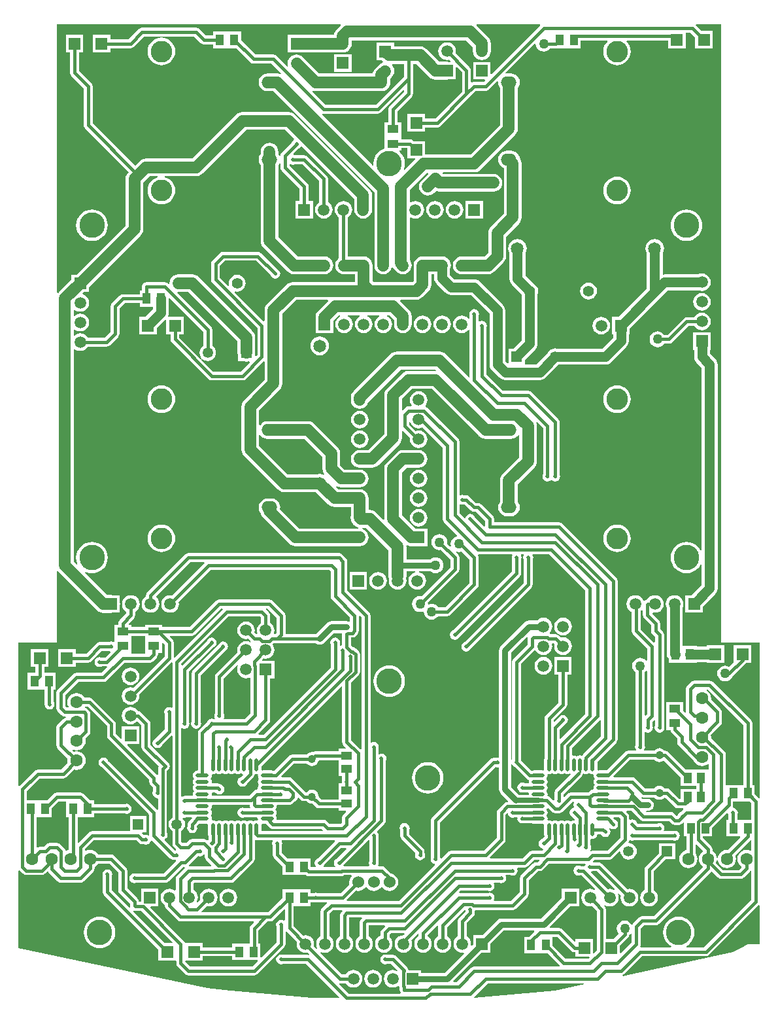
<source format=gtl>
G04 Layer_Physical_Order=1*
G04 Layer_Color=255*
%FSLAX25Y25*%
%MOIN*%
G70*
G01*
G75*
%ADD10R,0.05906X0.05906*%
%ADD11R,0.03937X0.05591*%
%ADD12R,0.04331X0.05433*%
%ADD13R,0.05591X0.03937*%
%ADD14R,0.05906X0.05906*%
%ADD15O,0.06496X0.02165*%
%ADD16O,0.02165X0.06496*%
%ADD17R,0.05433X0.04331*%
%ADD18C,0.05000*%
%ADD19C,0.06000*%
%ADD20C,0.01500*%
%ADD21C,0.01000*%
%ADD22C,0.03000*%
%ADD23C,0.02500*%
%ADD24C,0.13000*%
%ADD25C,0.11000*%
%ADD26C,0.05906*%
%ADD27R,0.05906X0.05906*%
%ADD28R,0.05906X0.05906*%
%ADD29C,0.05512*%
%ADD30C,0.06496*%
%ADD31C,0.05315*%
%ADD32R,0.05315X0.05315*%
%ADD33C,0.05906*%
%ADD34O,0.08000X0.06000*%
%ADD35C,0.04055*%
%ADD36C,0.06299*%
%ADD37C,0.06000*%
%ADD38C,0.02000*%
%ADD39C,0.05000*%
G36*
X562992Y275590D02*
X582677D01*
Y196609D01*
X582177Y196402D01*
X579984Y198595D01*
Y203114D01*
X578810D01*
Y234508D01*
X578635Y235386D01*
X578138Y236130D01*
X558709Y255559D01*
X557965Y256056D01*
X557087Y256231D01*
X549213D01*
X548335Y256056D01*
X547590Y255559D01*
X545622Y253591D01*
X545125Y252846D01*
X544950Y251969D01*
Y240242D01*
X544537Y239947D01*
X543665Y240819D01*
Y245339D01*
X535075D01*
Y238476D01*
X535075Y238402D01*
X535075D01*
Y237976D01*
X535075D01*
Y231039D01*
X537112D01*
X537251Y230343D01*
X537748Y229598D01*
X540521Y226825D01*
Y224902D01*
X540695Y224024D01*
X541193Y223279D01*
X548653Y215819D01*
X548841Y215694D01*
X549088Y215096D01*
X549833Y214125D01*
X550805Y213380D01*
X551936Y212911D01*
X553150Y212751D01*
X554363Y212911D01*
X555494Y213380D01*
X556261Y213968D01*
X556761Y213721D01*
Y210945D01*
X556276Y210909D01*
Y210909D01*
X544843D01*
X535862Y219890D01*
X535118Y220387D01*
X534240Y220562D01*
X534182D01*
X534012Y220783D01*
X533275Y221349D01*
X532417Y221704D01*
X531496Y221826D01*
X530575Y221704D01*
X529717Y221349D01*
X528980Y220783D01*
X528810Y220562D01*
X524006D01*
X523739Y221062D01*
X524009Y221465D01*
X524202Y222441D01*
X524009Y223416D01*
X523948Y223507D01*
Y229844D01*
X524389Y230080D01*
X524615Y229928D01*
X525591Y229734D01*
X526566Y229928D01*
X527393Y230481D01*
X527946Y231308D01*
X528139Y232283D01*
X527946Y233259D01*
X527885Y233350D01*
Y235270D01*
X528702Y236088D01*
X529202Y235880D01*
Y233350D01*
X529141Y233259D01*
X528947Y232283D01*
X529141Y231308D01*
X529694Y230481D01*
X530521Y229928D01*
X531496Y229734D01*
X532472Y229928D01*
X533298Y230481D01*
X533851Y231308D01*
X534045Y232283D01*
X533851Y233259D01*
X533790Y233350D01*
Y279528D01*
X533615Y280405D01*
X533118Y281150D01*
X531822Y282446D01*
Y285433D01*
X531647Y286311D01*
X531150Y287055D01*
X527899Y290305D01*
X527913Y290492D01*
X528435Y290887D01*
X529213Y290784D01*
X530375Y290937D01*
X531458Y291386D01*
X532388Y292100D01*
X533102Y293030D01*
X533551Y294113D01*
X533704Y295276D01*
X533551Y296438D01*
X533102Y297521D01*
X532388Y298451D01*
X531458Y299165D01*
X530375Y299614D01*
X529213Y299767D01*
X528050Y299614D01*
X526967Y299165D01*
X526037Y298451D01*
X525323Y297521D01*
X525321Y297516D01*
X524713Y297395D01*
X523968Y296898D01*
X523921Y296850D01*
X523331Y296968D01*
X523102Y297521D01*
X522388Y298451D01*
X521458Y299165D01*
X520375Y299614D01*
X519213Y299767D01*
X518050Y299614D01*
X516967Y299165D01*
X516037Y298451D01*
X515323Y297521D01*
X514875Y296438D01*
X514721Y295276D01*
X514875Y294113D01*
X515323Y293030D01*
X516037Y292100D01*
X516967Y291386D01*
X517391Y291211D01*
Y281496D01*
X517566Y280618D01*
X518063Y279874D01*
X525265Y272672D01*
Y266465D01*
X524765Y266295D01*
X524506Y266632D01*
X523671Y267273D01*
X522698Y267677D01*
X521654Y267814D01*
X520609Y267677D01*
X519636Y267273D01*
X518801Y266632D01*
X518159Y265797D01*
X517757Y264824D01*
X517619Y263779D01*
X517757Y262735D01*
X518159Y261762D01*
X518801Y260927D01*
X519359Y260498D01*
Y223507D01*
X519299Y223416D01*
X519105Y222441D01*
X519299Y221465D01*
X519568Y221062D01*
X519301Y220562D01*
X515512D01*
X514634Y220387D01*
X513890Y219890D01*
X504479Y210479D01*
X500591D01*
X500227Y210431D01*
X499801Y210857D01*
X499849Y211221D01*
Y215109D01*
X509496Y224756D01*
X509994Y225500D01*
X510168Y226378D01*
Y307087D01*
X509994Y307964D01*
X509496Y308709D01*
X481937Y336268D01*
X481193Y336765D01*
X480315Y336940D01*
X447176D01*
Y338583D01*
X447001Y339461D01*
X446504Y340205D01*
X440598Y346110D01*
X439854Y346608D01*
X438976Y346782D01*
X437958D01*
X434693Y350047D01*
X433949Y350545D01*
X433071Y350719D01*
X432169D01*
X432078Y350780D01*
X431102Y350974D01*
X430127Y350780D01*
X429900Y350629D01*
X429459Y350865D01*
Y377953D01*
X429285Y378831D01*
X428788Y379575D01*
X413039Y395323D01*
X412345Y395787D01*
X412282Y395870D01*
X412153Y396358D01*
X412590Y396928D01*
X413039Y398011D01*
X413192Y399173D01*
X413039Y400336D01*
X412590Y401419D01*
X411876Y402349D01*
X410946Y403063D01*
X409863Y403511D01*
X408701Y403664D01*
X407538Y403511D01*
X406455Y403063D01*
X405525Y402349D01*
X404811Y401419D01*
X404363Y400336D01*
X404210Y399173D01*
X404363Y398011D01*
X404811Y396928D01*
X405143Y396495D01*
X404897Y395995D01*
X403543D01*
X402665Y395820D01*
X401921Y395323D01*
X400670Y394072D01*
X400208Y394263D01*
Y399695D01*
X405423Y404910D01*
X415443D01*
X439704Y380649D01*
X439704Y380649D01*
X440644Y379928D01*
X441739Y379474D01*
X442913Y379320D01*
X442913Y379320D01*
X455724D01*
X456899Y379474D01*
X457994Y379928D01*
X458934Y380649D01*
X459528Y381423D01*
X460028Y381254D01*
Y369990D01*
X451515Y361477D01*
X450794Y360537D01*
X450340Y359442D01*
X450186Y358268D01*
Y347268D01*
X449794Y346758D01*
X449340Y345663D01*
X449186Y344488D01*
X449340Y343313D01*
X449794Y342219D01*
X450515Y341279D01*
X451455Y340557D01*
X452550Y340104D01*
X453724Y339949D01*
X455724D01*
X456899Y340104D01*
X457994Y340557D01*
X458934Y341279D01*
X459655Y342219D01*
X460109Y343313D01*
X460263Y344488D01*
X460109Y345663D01*
X459655Y346758D01*
X459263Y347268D01*
Y356388D01*
X467776Y364901D01*
X468498Y365841D01*
X468951Y366935D01*
X469106Y368110D01*
Y385827D01*
X468951Y387001D01*
X468716Y387569D01*
X469140Y387852D01*
X472115Y384876D01*
Y361303D01*
X472054Y361212D01*
X471861Y360236D01*
X472054Y359261D01*
X472607Y358434D01*
X473434Y357881D01*
X474409Y357687D01*
X475385Y357881D01*
X476212Y358434D01*
X476544D01*
X477371Y357881D01*
X478346Y357687D01*
X479322Y357881D01*
X480149Y358434D01*
X480701Y359261D01*
X480895Y360236D01*
X480701Y361212D01*
X480641Y361303D01*
Y387795D01*
X480466Y388673D01*
X479969Y389417D01*
X466189Y403197D01*
X465445Y403694D01*
X464567Y403869D01*
X451738D01*
X443239Y412368D01*
Y435941D01*
X443300Y436032D01*
X443494Y437008D01*
X443300Y437983D01*
X442747Y438810D01*
X441920Y439363D01*
X440945Y439557D01*
X439969Y439363D01*
X439743Y439212D01*
X439302Y439447D01*
Y441847D01*
X439363Y441938D01*
X439557Y442913D01*
X439363Y443889D01*
X438810Y444716D01*
X437983Y445268D01*
X437008Y445462D01*
X436032Y445268D01*
X435206Y444716D01*
X434653Y443889D01*
X434459Y442913D01*
X434653Y441938D01*
X434714Y441847D01*
Y440621D01*
X434214Y440451D01*
X433845Y440932D01*
X432915Y441645D01*
X431832Y442094D01*
X430669Y442247D01*
X429507Y442094D01*
X428424Y441645D01*
X427493Y440932D01*
X426780Y440001D01*
X426331Y438918D01*
X426178Y437756D01*
X426331Y436593D01*
X426780Y435510D01*
X427493Y434580D01*
X428424Y433866D01*
X429507Y433418D01*
X430669Y433265D01*
X431832Y433418D01*
X432915Y433866D01*
X433845Y434580D01*
X434214Y435061D01*
X434714Y434891D01*
Y410941D01*
X434252Y410750D01*
X422501Y422501D01*
X421561Y423222D01*
X420466Y423675D01*
X419291Y423830D01*
X397638D01*
X396463Y423675D01*
X395368Y423222D01*
X394428Y422501D01*
X375491Y403564D01*
X374770Y402624D01*
X374317Y401529D01*
X374162Y400354D01*
Y399173D01*
X374317Y397998D01*
X374770Y396904D01*
X375491Y395964D01*
X376431Y395242D01*
X377526Y394789D01*
X378701Y394634D01*
X379875Y394789D01*
X380970Y395242D01*
X381910Y395964D01*
X382631Y396904D01*
X383085Y397998D01*
X383134Y398368D01*
X399518Y414752D01*
X417411D01*
X417756Y414408D01*
X417534Y413960D01*
X417323Y413988D01*
X403543D01*
X402369Y413833D01*
X401274Y413380D01*
X400334Y412658D01*
X392460Y404784D01*
X391739Y403844D01*
X391285Y402749D01*
X391130Y401575D01*
Y381801D01*
X383041Y373712D01*
X378701D01*
X377526Y373557D01*
X376431Y373104D01*
X375491Y372383D01*
X374770Y371443D01*
X374317Y370348D01*
X374162Y369173D01*
X374317Y367998D01*
X374770Y366904D01*
X375491Y365964D01*
X376431Y365242D01*
X377526Y364789D01*
X378701Y364634D01*
X384921D01*
X386096Y364789D01*
X387191Y365242D01*
X388131Y365964D01*
X398879Y376712D01*
X399600Y377652D01*
X400054Y378747D01*
X400208Y379921D01*
Y383296D01*
X400670Y383487D01*
X404300Y379857D01*
X404210Y379173D01*
X404363Y378011D01*
X404811Y376928D01*
X405525Y375997D01*
X406455Y375284D01*
X407538Y374835D01*
X408701Y374682D01*
X409863Y374835D01*
X410946Y375284D01*
X411876Y375997D01*
X412590Y376928D01*
X413039Y378011D01*
X413192Y379173D01*
X413039Y380336D01*
X412590Y381419D01*
X411876Y382349D01*
X410946Y383063D01*
X409863Y383511D01*
X408701Y383664D01*
X407538Y383511D01*
X407253Y383393D01*
X403869Y386777D01*
Y387942D01*
X404363Y388011D01*
X404811Y386928D01*
X405525Y385997D01*
X406455Y385284D01*
X407538Y384835D01*
X408701Y384682D01*
X409863Y384835D01*
X410761Y385207D01*
X420934Y375034D01*
Y338583D01*
X421109Y337705D01*
X421606Y336961D01*
X428390Y330176D01*
X428230Y329703D01*
X428090Y329684D01*
X427117Y329281D01*
X426281Y328640D01*
X425640Y327805D01*
X425237Y326832D01*
X425099Y325787D01*
X425232Y324783D01*
X425196Y324743D01*
X424692Y324615D01*
X423234Y326073D01*
X423326Y326772D01*
X423188Y327816D01*
X422785Y328789D01*
X422144Y329625D01*
X421309Y330266D01*
X420335Y330669D01*
X419291Y330806D01*
X418247Y330669D01*
X417274Y330266D01*
X416438Y329625D01*
X415797Y328789D01*
X415394Y327816D01*
X415257Y326772D01*
X415394Y325727D01*
X415797Y324754D01*
X416438Y323919D01*
X417274Y323278D01*
X418247Y322875D01*
X419291Y322737D01*
X419990Y322829D01*
X424871Y317947D01*
Y313942D01*
X410147Y299218D01*
X409449Y299310D01*
X408405Y299173D01*
X407432Y298770D01*
X406596Y298128D01*
X405955Y297293D01*
X405552Y296320D01*
X405414Y295276D01*
X405552Y294231D01*
X405955Y293258D01*
X406596Y292423D01*
X407432Y291782D01*
X408405Y291378D01*
X409449Y291241D01*
X410493Y291378D01*
X410897Y291546D01*
X411340Y291188D01*
X411457Y290294D01*
X411860Y289321D01*
X412501Y288486D01*
X413337Y287845D01*
X414310Y287441D01*
X415354Y287304D01*
X416398Y287441D01*
X417372Y287845D01*
X418207Y288486D01*
X418636Y289044D01*
X423228D01*
X424106Y289219D01*
X424851Y289716D01*
X438630Y303496D01*
X439127Y304240D01*
X439302Y305118D01*
Y318898D01*
X439127Y319776D01*
X438940Y320056D01*
X439218Y320541D01*
X456222D01*
X456458Y320100D01*
X456307Y319873D01*
X456112Y318898D01*
X456307Y317922D01*
X456367Y317831D01*
Y311974D01*
X426297Y281904D01*
X426190Y281883D01*
X425363Y281330D01*
X424810Y280503D01*
X424616Y279528D01*
X424810Y278552D01*
X425363Y277725D01*
X426190Y277173D01*
X427165Y276979D01*
X428141Y277173D01*
X428968Y277725D01*
X429520Y278552D01*
X429542Y278660D01*
X460284Y309401D01*
X460781Y310146D01*
X460955Y311024D01*
Y317831D01*
X461016Y317922D01*
X461210Y318898D01*
X461016Y319873D01*
X460865Y320100D01*
X461101Y320541D01*
X462128D01*
X462363Y320100D01*
X462212Y319873D01*
X462018Y318898D01*
X462212Y317922D01*
X462273Y317831D01*
Y306068D01*
X432203Y275998D01*
X432095Y275977D01*
X431269Y275424D01*
X430716Y274598D01*
X430522Y273622D01*
X430716Y272647D01*
X431269Y271820D01*
X432095Y271267D01*
X433071Y271073D01*
X434046Y271267D01*
X434873Y271820D01*
X435426Y272647D01*
X435447Y272754D01*
X466189Y303496D01*
X466686Y304240D01*
X466861Y305118D01*
Y317831D01*
X466922Y317922D01*
X467116Y318898D01*
X466922Y319873D01*
X466771Y320100D01*
X467006Y320541D01*
X475428D01*
X493769Y302199D01*
Y239139D01*
X481103Y226473D01*
X480641Y226664D01*
Y231333D01*
X483151Y233844D01*
X483259Y233865D01*
X484086Y234418D01*
X484638Y235245D01*
X484832Y236221D01*
X484638Y237196D01*
X484086Y238023D01*
X483259Y238575D01*
X482283Y238770D01*
X481308Y238575D01*
X480481Y238023D01*
X479928Y237196D01*
X479907Y237088D01*
X477953Y235134D01*
X477491Y235326D01*
Y236058D01*
X483906Y242472D01*
X484403Y243216D01*
X484578Y244094D01*
Y259327D01*
X486736D01*
Y268232D01*
X477831D01*
Y259327D01*
X479989D01*
Y245045D01*
X473575Y238630D01*
X473077Y237886D01*
X472903Y237008D01*
Y216762D01*
X472681Y216226D01*
X472592Y215551D01*
Y211221D01*
X472640Y210857D01*
X472214Y210431D01*
X471850Y210479D01*
X467520D01*
X466845Y210390D01*
X466309Y210168D01*
X466304D01*
X461038Y215435D01*
X461016Y215542D01*
X460955Y215634D01*
Y264798D01*
X467806Y271648D01*
X468394Y271534D01*
X469108Y270604D01*
X470038Y269890D01*
X471121Y269442D01*
X472283Y269288D01*
X473446Y269442D01*
X474529Y269890D01*
X475459Y270604D01*
X476173Y271534D01*
X476621Y272617D01*
X476775Y273780D01*
X476645Y274765D01*
X476968Y275265D01*
X477554D01*
X477937Y274881D01*
X477792Y273780D01*
X477945Y272617D01*
X478394Y271534D01*
X479108Y270604D01*
X480038Y269890D01*
X481121Y269442D01*
X482283Y269288D01*
X483446Y269442D01*
X484529Y269890D01*
X485459Y270604D01*
X486173Y271534D01*
X486622Y272617D01*
X486775Y273780D01*
X486622Y274942D01*
X486173Y276025D01*
X485459Y276955D01*
X484529Y277669D01*
X483446Y278118D01*
X482283Y278271D01*
X481182Y278126D01*
X480126Y279181D01*
X479382Y279679D01*
X478504Y279853D01*
X475822D01*
X475771Y279905D01*
X475474Y280103D01*
X475465Y280370D01*
X475515Y280677D01*
X476173Y281534D01*
X476621Y282617D01*
X476775Y283780D01*
X476621Y284942D01*
X476173Y286025D01*
X475459Y286955D01*
X474529Y287669D01*
X473446Y288118D01*
X472283Y288271D01*
X471121Y288118D01*
X470038Y287669D01*
X469108Y286955D01*
X468993Y286806D01*
X464882D01*
X464099Y286702D01*
X463369Y286400D01*
X462742Y285919D01*
X450616Y273793D01*
X450135Y273166D01*
X449833Y272437D01*
X449730Y271654D01*
Y217329D01*
X449343Y217012D01*
X448819Y217116D01*
X447844Y216922D01*
X447752Y216861D01*
X446850D01*
X445972Y216686D01*
X445228Y216189D01*
X415701Y186662D01*
X415203Y185917D01*
X415029Y185039D01*
Y166421D01*
X414968Y166330D01*
X414774Y165354D01*
X414968Y164379D01*
X415520Y163552D01*
X416347Y162999D01*
X416827Y162904D01*
X416991Y162362D01*
X398656Y144026D01*
X372261D01*
X372054Y144526D01*
X376683Y149155D01*
X377827Y149005D01*
X379001Y149159D01*
X380096Y149613D01*
X381036Y150334D01*
X381512Y150954D01*
X382142D01*
X382617Y150334D01*
X383557Y149613D01*
X384652Y149159D01*
X385827Y149005D01*
X387001Y149159D01*
X388096Y149613D01*
X389036Y150334D01*
X389512Y150954D01*
X390142D01*
X390617Y150334D01*
X391557Y149613D01*
X392652Y149159D01*
X393827Y149005D01*
X395002Y149159D01*
X396096Y149613D01*
X397036Y150334D01*
X397758Y151274D01*
X398211Y152369D01*
X398366Y153543D01*
X398211Y154718D01*
X397758Y155813D01*
X397036Y156753D01*
X396096Y157474D01*
X395002Y157928D01*
X394748Y157961D01*
X391638Y161071D01*
X390894Y161568D01*
X390016Y161743D01*
X388266D01*
X388030Y162184D01*
X388182Y162410D01*
X388376Y163386D01*
X388182Y164361D01*
X388121Y164452D01*
Y176099D01*
X388182Y176190D01*
X388376Y177165D01*
X388182Y178141D01*
X387629Y178968D01*
X387542Y179026D01*
X387493Y179524D01*
X391386Y183417D01*
X391883Y184161D01*
X392058Y185039D01*
Y215469D01*
X392119Y215560D01*
X392313Y216535D01*
X392119Y217511D01*
X391566Y218338D01*
X390739Y218890D01*
X389764Y219084D01*
X388788Y218890D01*
X388562Y218739D01*
X388121Y218975D01*
Y221374D01*
X388182Y221465D01*
X388376Y222441D01*
X388182Y223416D01*
X387629Y224243D01*
X386802Y224796D01*
X385827Y224990D01*
X384851Y224796D01*
X384625Y224644D01*
X384184Y224880D01*
Y289370D01*
X384009Y290248D01*
X383512Y290992D01*
X372373Y302131D01*
Y316929D01*
X372198Y317807D01*
X371701Y318551D01*
X369732Y320520D01*
X368988Y321017D01*
X368110Y321192D01*
X291339D01*
X290461Y321017D01*
X289716Y320520D01*
X270346Y301150D01*
X269849Y300405D01*
X269674Y299528D01*
Y299128D01*
X268793Y298451D01*
X268079Y297521D01*
X267630Y296438D01*
X267477Y295276D01*
X267630Y294113D01*
X268079Y293030D01*
X268793Y292100D01*
X269723Y291386D01*
X270806Y290937D01*
X271968Y290784D01*
X273131Y290937D01*
X274214Y291386D01*
X275144Y292100D01*
X275858Y293030D01*
X276307Y294113D01*
X276460Y295276D01*
X276307Y296438D01*
X275858Y297521D01*
X275144Y298451D01*
X274875Y298658D01*
X274842Y299157D01*
X292289Y316604D01*
X299345D01*
X299552Y316104D01*
X283070Y299622D01*
X281968Y299767D01*
X280806Y299614D01*
X279723Y299165D01*
X278793Y298451D01*
X278079Y297521D01*
X277630Y296438D01*
X277477Y295276D01*
X277630Y294113D01*
X278079Y293030D01*
X278793Y292100D01*
X279723Y291386D01*
X280806Y290937D01*
X281968Y290784D01*
X283131Y290937D01*
X284214Y291386D01*
X285144Y292100D01*
X285858Y293030D01*
X286307Y294113D01*
X286460Y295276D01*
X286315Y296377D01*
X302604Y312667D01*
X363223D01*
X363848Y312042D01*
Y299213D01*
X364022Y298335D01*
X364520Y297590D01*
X373690Y288420D01*
Y286572D01*
X373190Y286238D01*
X372830Y286387D01*
X372047Y286491D01*
X364173D01*
X363390Y286387D01*
X362660Y286085D01*
X362034Y285604D01*
X356282Y279853D01*
X340877D01*
Y289370D01*
X340702Y290248D01*
X340205Y290992D01*
X334299Y296898D01*
X333555Y297395D01*
X332677Y297570D01*
X307087D01*
X306209Y297395D01*
X305464Y296898D01*
X292101Y283534D01*
X277917D01*
Y284709D01*
X269327D01*
Y283534D01*
X262169D01*
Y284709D01*
X261047D01*
X260856Y285171D01*
X263591Y287905D01*
X264088Y288650D01*
X264263Y289528D01*
Y291423D01*
X265144Y292100D01*
X265858Y293030D01*
X266307Y294113D01*
X266460Y295276D01*
X266307Y296438D01*
X265858Y297521D01*
X265144Y298451D01*
X264214Y299165D01*
X263131Y299614D01*
X261968Y299767D01*
X260806Y299614D01*
X259723Y299165D01*
X258793Y298451D01*
X258079Y297521D01*
X257630Y296438D01*
X257477Y295276D01*
X257630Y294113D01*
X258079Y293030D01*
X258793Y292100D01*
X259674Y291423D01*
Y290478D01*
X256252Y287055D01*
X255754Y286311D01*
X255580Y285433D01*
Y284709D01*
X253579D01*
Y277772D01*
X253579D01*
Y277346D01*
X253579D01*
Y276083D01*
X253138Y275848D01*
X252944Y275977D01*
X251969Y276171D01*
X250993Y275977D01*
X250902Y275916D01*
X246063D01*
X245185Y275742D01*
X244441Y275244D01*
X239207Y270011D01*
X233783D01*
Y272169D01*
X224878D01*
Y263264D01*
X233783D01*
Y265423D01*
X240158D01*
X241035Y265597D01*
X241780Y266094D01*
X247013Y271328D01*
X250902D01*
X250993Y271267D01*
X251328Y271200D01*
X251474Y270722D01*
X248794Y268042D01*
X247130D01*
X247038Y268103D01*
X246063Y268297D01*
X245088Y268103D01*
X244261Y267550D01*
X243708Y266723D01*
X243514Y265748D01*
X243708Y264773D01*
X244261Y263946D01*
X245088Y263393D01*
X246063Y263199D01*
X247038Y263393D01*
X247130Y263454D01*
X249660D01*
X249954Y263041D01*
X247081Y260168D01*
X234252D01*
X233374Y259994D01*
X232630Y259496D01*
X224756Y251622D01*
X224258Y250878D01*
X224084Y250000D01*
Y242126D01*
X224258Y241248D01*
X224756Y240504D01*
X226724Y238535D01*
X227468Y238038D01*
X228346Y237863D01*
X228760D01*
X228809Y237363D01*
X228374Y237277D01*
X227630Y236780D01*
X224756Y233906D01*
X224258Y233161D01*
X224084Y232283D01*
Y223346D01*
X224258Y222469D01*
X224756Y221724D01*
X229743Y216737D01*
X229722Y216686D01*
X229562Y215472D01*
X229722Y214259D01*
X229743Y214208D01*
X226491Y210956D01*
X214567D01*
X213689Y210781D01*
X212945Y210284D01*
X205224Y202563D01*
X204724Y202770D01*
Y275590D01*
X224410D01*
Y311878D01*
X224909Y312048D01*
X225137Y311751D01*
X244822Y292066D01*
X245762Y291345D01*
X246857Y290891D01*
X248031Y290737D01*
X251968D01*
X252622Y290823D01*
X256421D01*
Y294622D01*
X256507Y295276D01*
X256421Y295929D01*
Y299728D01*
X252622D01*
X251968Y299814D01*
X249911D01*
X238561Y311165D01*
X238862Y311571D01*
X239050Y311471D01*
X240558Y311013D01*
X242126Y310859D01*
X243694Y311013D01*
X245202Y311471D01*
X246592Y312214D01*
X247810Y313213D01*
X248810Y314432D01*
X249553Y315821D01*
X250010Y317329D01*
X250165Y318898D01*
X250010Y320466D01*
X249553Y321974D01*
X248810Y323364D01*
X247810Y324582D01*
X246592Y325582D01*
X245202Y326324D01*
X243694Y326782D01*
X242126Y326936D01*
X240558Y326782D01*
X239050Y326324D01*
X237660Y325582D01*
X236442Y324582D01*
X235442Y323364D01*
X234699Y321974D01*
X234242Y320466D01*
X234087Y318898D01*
X234242Y317329D01*
X234699Y315821D01*
X234800Y315633D01*
X234394Y315332D01*
X232885Y316841D01*
Y424978D01*
X233385Y425224D01*
X233975Y424772D01*
X235058Y424323D01*
X236221Y424170D01*
X237383Y424323D01*
X238466Y424772D01*
X239396Y425486D01*
X240073Y426367D01*
X249528D01*
X250406Y426542D01*
X251150Y427039D01*
X255559Y431449D01*
X256056Y432193D01*
X256231Y433071D01*
Y445900D01*
X258824Y448493D01*
X266473D01*
Y446492D01*
X273269D01*
Y445313D01*
X269416Y441461D01*
X266216D01*
Y432555D01*
X275122D01*
Y435755D01*
X279534Y440167D01*
X279996Y439976D01*
Y432555D01*
X282155D01*
Y430118D01*
X282329Y429240D01*
X282827Y428496D01*
X301527Y409795D01*
X302272Y409298D01*
X303150Y409123D01*
X318898D01*
X319776Y409298D01*
X320520Y409795D01*
X329645Y418920D01*
X330107Y418729D01*
Y409360D01*
X319625Y398879D01*
X318904Y397939D01*
X318450Y396844D01*
X318296Y395669D01*
Y374016D01*
X318450Y372841D01*
X318904Y371746D01*
X319625Y370806D01*
X336909Y353523D01*
X337849Y352802D01*
X338943Y352348D01*
X340118Y352193D01*
X356388D01*
X362617Y345964D01*
X363558Y345242D01*
X364652Y344789D01*
X365827Y344634D01*
X374162D01*
Y340355D01*
X374159Y340348D01*
X374004Y339173D01*
X374159Y337998D01*
X374612Y336904D01*
X375334Y335964D01*
X375924Y335373D01*
X376864Y334652D01*
X377959Y334198D01*
X377878Y333712D01*
X347904D01*
X338089Y343526D01*
X338216Y344488D01*
X338061Y345663D01*
X337608Y346758D01*
X336887Y347698D01*
X335947Y348419D01*
X334852Y348872D01*
X333677Y349027D01*
X331677D01*
X330503Y348872D01*
X329408Y348419D01*
X328468Y347698D01*
X327747Y346758D01*
X327293Y345663D01*
X327138Y344488D01*
X327293Y343313D01*
X327747Y342219D01*
X328267Y341540D01*
X328293Y341345D01*
X328747Y340250D01*
X329468Y339310D01*
X342814Y325964D01*
X343754Y325242D01*
X344849Y324789D01*
X346024Y324634D01*
X378701D01*
X379875Y324789D01*
X380970Y325242D01*
X381910Y325964D01*
X382631Y326904D01*
X383085Y327998D01*
X383240Y329173D01*
X383085Y330348D01*
X382631Y331443D01*
X381910Y332383D01*
X380970Y333104D01*
X379876Y333557D01*
X379957Y334044D01*
X381978D01*
X393414Y322608D01*
Y309370D01*
X393569Y308195D01*
X393598Y308124D01*
X393462Y307087D01*
X393615Y305924D01*
X394063Y304841D01*
X394777Y303911D01*
X395707Y303197D01*
X396790Y302748D01*
X397953Y302595D01*
X399115Y302748D01*
X400198Y303197D01*
X401128Y303911D01*
X401842Y304841D01*
X402291Y305924D01*
X402444Y307087D01*
X402307Y308124D01*
X402337Y308195D01*
X402492Y309370D01*
Y311935D01*
X406834D01*
X406866Y311435D01*
X406790Y311425D01*
X405707Y310976D01*
X404777Y310262D01*
X404063Y309332D01*
X403615Y308249D01*
X403462Y307087D01*
X403615Y305924D01*
X404063Y304841D01*
X404777Y303911D01*
X405707Y303197D01*
X406790Y302748D01*
X407953Y302595D01*
X409115Y302748D01*
X410198Y303197D01*
X411129Y303911D01*
X411842Y304841D01*
X412291Y305924D01*
X412444Y307087D01*
X412291Y308249D01*
X411842Y309332D01*
X411129Y310262D01*
X410198Y310976D01*
X409115Y311425D01*
X409039Y311435D01*
X409072Y311935D01*
X414696D01*
X415306Y311467D01*
X416279Y311064D01*
X417323Y310926D01*
X418367Y311064D01*
X419340Y311467D01*
X420176Y312108D01*
X420817Y312943D01*
X421220Y313916D01*
X421357Y314961D01*
X421220Y316005D01*
X420817Y316978D01*
X420176Y317813D01*
X419340Y318455D01*
X418367Y318858D01*
X417323Y318995D01*
X416279Y318858D01*
X415306Y318455D01*
X414696Y317986D01*
X402492D01*
Y324488D01*
X402492Y324488D01*
X402438Y324897D01*
X402617Y325063D01*
X402902Y325204D01*
X403904Y324789D01*
X404248Y324744D01*
Y324720D01*
X404425D01*
X405079Y324634D01*
X408701D01*
X409355Y324720D01*
X413154D01*
Y328519D01*
X413240Y329173D01*
X413154Y329827D01*
Y333626D01*
X409355D01*
X408701Y333712D01*
X406959D01*
X400208Y340463D01*
Y362293D01*
X402549Y364634D01*
X408701D01*
X409875Y364789D01*
X410970Y365242D01*
X411910Y365964D01*
X412632Y366904D01*
X413085Y367998D01*
X413240Y369173D01*
X413085Y370348D01*
X412632Y371443D01*
X411910Y372383D01*
X410970Y373104D01*
X409875Y373557D01*
X408701Y373712D01*
X400669D01*
X399495Y373557D01*
X398400Y373104D01*
X397460Y372383D01*
X392460Y367383D01*
X391739Y366443D01*
X391285Y365348D01*
X391130Y364173D01*
Y338583D01*
X391158Y338371D01*
X390710Y338150D01*
X387068Y341792D01*
X386128Y342513D01*
X385033Y342967D01*
X383858Y343122D01*
X383240D01*
Y349173D01*
X383085Y350348D01*
X382631Y351443D01*
X381910Y352383D01*
X380970Y353104D01*
X379875Y353557D01*
X378701Y353712D01*
X367707D01*
X366487Y354932D01*
X366817Y355309D01*
X366904Y355242D01*
X367999Y354789D01*
X369173Y354634D01*
X369173Y354634D01*
X378701D01*
X379875Y354789D01*
X380970Y355242D01*
X381910Y355964D01*
X382631Y356904D01*
X383085Y357998D01*
X383240Y359173D01*
X383085Y360348D01*
X382631Y361443D01*
X381910Y362383D01*
X380970Y363104D01*
X379875Y363557D01*
X378701Y363712D01*
X371053D01*
X368712Y366053D01*
Y372047D01*
X368712Y372047D01*
X368557Y373222D01*
X368104Y374317D01*
X367383Y375257D01*
X367383Y375257D01*
X355572Y387068D01*
X354631Y387789D01*
X353537Y388243D01*
X352362Y388397D01*
X331677D01*
X330503Y388243D01*
X329408Y387789D01*
X328468Y387068D01*
X327873Y386293D01*
X327374Y386463D01*
Y393789D01*
X337855Y404271D01*
X337855Y404271D01*
X338576Y405211D01*
X339030Y406306D01*
X339184Y407480D01*
Y443002D01*
X346368Y450186D01*
X362351D01*
X362558Y449686D01*
X357460Y444587D01*
X356738Y443647D01*
X356285Y442553D01*
X356240Y442209D01*
X356217D01*
Y442032D01*
X356130Y441378D01*
Y437756D01*
X356217Y437102D01*
Y433303D01*
X360015D01*
X360669Y433217D01*
X361323Y433303D01*
X365122D01*
Y437102D01*
X365208Y437756D01*
Y439498D01*
X368022Y442312D01*
X368725D01*
X368825Y441812D01*
X368424Y441645D01*
X367494Y440932D01*
X366780Y440001D01*
X366331Y438918D01*
X366178Y437756D01*
X366331Y436593D01*
X366780Y435510D01*
X367494Y434580D01*
X368424Y433866D01*
X369507Y433418D01*
X370669Y433265D01*
X371832Y433418D01*
X372915Y433866D01*
X373845Y434580D01*
X374559Y435510D01*
X375007Y436593D01*
X375160Y437756D01*
X375007Y438918D01*
X374559Y440001D01*
X373845Y440932D01*
X372915Y441645D01*
X372514Y441812D01*
X372613Y442312D01*
X378726D01*
X378825Y441812D01*
X378424Y441645D01*
X377494Y440932D01*
X376780Y440001D01*
X376331Y438918D01*
X376178Y437756D01*
X376331Y436593D01*
X376780Y435510D01*
X377494Y434580D01*
X378424Y433866D01*
X379507Y433418D01*
X380669Y433265D01*
X381832Y433418D01*
X382915Y433866D01*
X383845Y434580D01*
X384559Y435510D01*
X385007Y436593D01*
X385160Y437756D01*
X385007Y438918D01*
X384559Y440001D01*
X383845Y440932D01*
X382915Y441645D01*
X382514Y441812D01*
X382613Y442312D01*
X388725D01*
X388825Y441812D01*
X388424Y441645D01*
X387493Y440932D01*
X386780Y440001D01*
X386331Y438918D01*
X386178Y437756D01*
X386331Y436593D01*
X386780Y435510D01*
X387493Y434580D01*
X388424Y433866D01*
X389507Y433418D01*
X390669Y433265D01*
X391832Y433418D01*
X392915Y433866D01*
X393845Y434580D01*
X394559Y435510D01*
X395007Y436593D01*
X395160Y437756D01*
X395007Y438918D01*
X394559Y440001D01*
X393845Y440932D01*
X392915Y441645D01*
X392514Y441812D01*
X392613Y442312D01*
X393789D01*
X396130Y439970D01*
Y437756D01*
X396285Y436581D01*
X396739Y435487D01*
X397460Y434547D01*
X398400Y433825D01*
X399495Y433372D01*
X400669Y433217D01*
X401844Y433372D01*
X402939Y433825D01*
X403879Y434547D01*
X404600Y435487D01*
X405053Y436581D01*
X405208Y437756D01*
Y441850D01*
X405053Y443025D01*
X404600Y444120D01*
X403879Y445060D01*
X399253Y449686D01*
X399460Y450186D01*
X407480D01*
X408655Y450340D01*
X409750Y450794D01*
X410690Y451515D01*
X413879Y454704D01*
X413879Y454704D01*
X414600Y455644D01*
X415053Y456739D01*
X415208Y457913D01*
X415208Y457913D01*
Y463217D01*
X416635D01*
Y461221D01*
X416635Y461221D01*
X416772Y460176D01*
X417175Y459203D01*
X417816Y458368D01*
X422344Y453840D01*
X422344Y453840D01*
X423180Y453199D01*
X424153Y452796D01*
X425197Y452658D01*
X435337D01*
X444784Y443211D01*
Y417369D01*
X444784Y417368D01*
X444922Y416324D01*
X445325Y415351D01*
X445966Y414516D01*
X449949Y410533D01*
X449949Y410533D01*
X450784Y409892D01*
X451757Y409489D01*
X452802Y409351D01*
X470472D01*
X470472Y409351D01*
X471517Y409489D01*
X472490Y409892D01*
X473325Y410533D01*
X480018Y417225D01*
X503937D01*
X503937Y417225D01*
X504981Y417363D01*
X505954Y417766D01*
X506790Y418407D01*
X514664Y426281D01*
X515305Y427117D01*
X515708Y428090D01*
X515846Y429134D01*
Y432555D01*
X516264D01*
Y435755D01*
X531947Y451438D01*
X531947Y451438D01*
X535608Y455099D01*
X551254D01*
X551987Y454796D01*
X553150Y454643D01*
X554312Y454796D01*
X555395Y455244D01*
X556325Y455958D01*
X557039Y456888D01*
X557488Y457971D01*
X557641Y459134D01*
X557488Y460296D01*
X557039Y461379D01*
X556325Y462310D01*
X555395Y463023D01*
X554312Y463472D01*
X553150Y463625D01*
X551987Y463472D01*
X551254Y463168D01*
X533937D01*
X533505Y463111D01*
X533129Y463441D01*
Y473836D01*
X533242Y473983D01*
X533720Y475138D01*
X533883Y476378D01*
X533720Y477617D01*
X533242Y478772D01*
X532481Y479764D01*
X531489Y480525D01*
X530334Y481004D01*
X529095Y481167D01*
X527855Y481004D01*
X526700Y480525D01*
X525708Y479764D01*
X524947Y478772D01*
X524469Y477617D01*
X524305Y476378D01*
X524469Y475138D01*
X524947Y473983D01*
X525060Y473836D01*
Y455962D01*
X510558Y441461D01*
X507358D01*
Y432555D01*
X507777D01*
Y430805D01*
X502266Y425294D01*
X479470D01*
X479432Y425310D01*
X478346Y425453D01*
X477261Y425310D01*
X476250Y424891D01*
X475381Y424225D01*
X474715Y423356D01*
X474699Y423318D01*
X468801Y417420D01*
X462819D01*
Y419712D01*
X468168Y425061D01*
X468809Y425896D01*
X469212Y426869D01*
X469349Y427913D01*
X469349Y427913D01*
Y453343D01*
X469461Y453613D01*
X469608Y454724D01*
X469461Y455835D01*
X469032Y456871D01*
X468350Y457760D01*
X467461Y458442D01*
X467191Y458554D01*
X463129Y462616D01*
Y473836D01*
X463242Y473983D01*
X463720Y475138D01*
X463883Y476378D01*
X463720Y477617D01*
X463242Y478772D01*
X462481Y479764D01*
X461489Y480525D01*
X460334Y481004D01*
X459094Y481167D01*
X457855Y481004D01*
X456700Y480525D01*
X455708Y479764D01*
X454947Y478772D01*
X454469Y477617D01*
X454306Y476378D01*
X454469Y475138D01*
X454947Y473983D01*
X455060Y473836D01*
Y460945D01*
X455060Y460945D01*
X455197Y459901D01*
X455601Y458928D01*
X456242Y458092D01*
X461280Y453053D01*
Y429585D01*
X457113Y425417D01*
X454504D01*
Y418096D01*
X454004Y417889D01*
X452853Y419040D01*
Y444882D01*
X452716Y445926D01*
X452313Y446899D01*
X451672Y447735D01*
X451672Y447735D01*
X439861Y459546D01*
X439025Y460187D01*
X438052Y460590D01*
X437008Y460727D01*
X437008Y460727D01*
X426868D01*
X424704Y462892D01*
Y465737D01*
X425053Y466581D01*
X425208Y467756D01*
X425053Y468931D01*
X424600Y470025D01*
X423879Y470965D01*
X422939Y471687D01*
X421844Y472140D01*
X420669Y472295D01*
X410669D01*
X409494Y472140D01*
X408400Y471687D01*
X407460Y470965D01*
X406739Y470025D01*
X406285Y468931D01*
X406130Y467756D01*
Y459793D01*
X405600Y459263D01*
X385738D01*
X385208Y459794D01*
Y467756D01*
X385053Y468931D01*
X384600Y470025D01*
X383879Y470965D01*
X382939Y471687D01*
X381844Y472140D01*
X380669Y472295D01*
X372688D01*
Y492211D01*
X373569Y492887D01*
X374283Y493818D01*
X374732Y494901D01*
X374885Y496063D01*
X374732Y497226D01*
X374283Y498309D01*
X373569Y499239D01*
X372639Y499953D01*
X371556Y500401D01*
X370394Y500554D01*
X369231Y500401D01*
X368148Y499953D01*
X367218Y499239D01*
X366504Y498309D01*
X366056Y497226D01*
X365902Y496063D01*
X366056Y494901D01*
X366504Y493818D01*
X367218Y492887D01*
X368100Y492211D01*
Y471456D01*
X367460Y470965D01*
X366739Y470025D01*
X366285Y468931D01*
X366130Y467756D01*
X366285Y466581D01*
X366739Y465486D01*
X367460Y464546D01*
X368400Y463825D01*
X369495Y463372D01*
X370669Y463217D01*
X376130D01*
Y459263D01*
X344488D01*
X344488Y459263D01*
X343314Y459109D01*
X342219Y458655D01*
X341279Y457934D01*
X341279Y457934D01*
X331436Y448091D01*
X330715Y447151D01*
X330261Y446057D01*
X330107Y444882D01*
Y439539D01*
X329645Y439348D01*
X314930Y454063D01*
X315202Y454498D01*
X316181Y454369D01*
X317292Y454515D01*
X318327Y454944D01*
X319216Y455626D01*
X319899Y456515D01*
X320327Y457550D01*
X320474Y458661D01*
X320327Y459772D01*
X319899Y460808D01*
X319216Y461697D01*
X318327Y462379D01*
X317292Y462808D01*
X316181Y462954D01*
X315070Y462808D01*
X314035Y462379D01*
X313146Y461697D01*
X312463Y460808D01*
X312035Y459772D01*
X311888Y458661D01*
X312017Y457682D01*
X311582Y457410D01*
X307412Y461580D01*
Y467554D01*
X310005Y470147D01*
X325821D01*
X333254Y462715D01*
X333275Y462607D01*
X333827Y461780D01*
X334654Y461228D01*
X335630Y461034D01*
X336605Y461228D01*
X337432Y461780D01*
X337985Y462607D01*
X338179Y463583D01*
X337985Y464558D01*
X337432Y465385D01*
X336605Y465938D01*
X336498Y465959D01*
X328394Y474063D01*
X327650Y474560D01*
X326772Y474735D01*
X309055D01*
X308177Y474560D01*
X307433Y474063D01*
X303496Y470126D01*
X302999Y469382D01*
X302824Y468504D01*
Y460630D01*
X302999Y459752D01*
X303496Y459008D01*
X326446Y436058D01*
Y422210D01*
X325843Y421607D01*
X325257Y421728D01*
X325188Y421903D01*
X325250Y422053D01*
X325405Y423228D01*
Y431102D01*
X325250Y432277D01*
X324797Y433372D01*
X324076Y434312D01*
X296517Y461871D01*
X295577Y462592D01*
X294482Y463046D01*
X293307Y463200D01*
X286181D01*
X285006Y463046D01*
X283912Y462592D01*
X282972Y461871D01*
X282250Y460931D01*
X281797Y459836D01*
X281642Y458661D01*
X281668Y458466D01*
X281219Y458245D01*
X280894Y458571D01*
X280150Y459068D01*
X279272Y459243D01*
X269941D01*
X269063Y459068D01*
X268319Y458571D01*
X267822Y457827D01*
X267647Y456949D01*
Y455083D01*
X266473D01*
Y453081D01*
X257874D01*
X256996Y452907D01*
X256252Y452410D01*
X252315Y448473D01*
X251818Y447728D01*
X251643Y446850D01*
Y434021D01*
X248577Y430956D01*
X240073D01*
X239396Y431837D01*
X238466Y432551D01*
X237383Y433000D01*
X236221Y433153D01*
X235058Y433000D01*
X233975Y432551D01*
X233385Y432098D01*
X232885Y432345D01*
Y434978D01*
X233385Y435224D01*
X233975Y434772D01*
X235058Y434323D01*
X236221Y434170D01*
X237383Y434323D01*
X238466Y434772D01*
X239396Y435486D01*
X240110Y436416D01*
X240559Y437499D01*
X240712Y438661D01*
X240559Y439824D01*
X240110Y440907D01*
X239396Y441837D01*
X238466Y442551D01*
X237383Y443000D01*
X236221Y443153D01*
X235058Y443000D01*
X233975Y442551D01*
X233385Y442099D01*
X232885Y442345D01*
Y444978D01*
X233385Y445225D01*
X233975Y444772D01*
X235058Y444323D01*
X236221Y444170D01*
X237383Y444323D01*
X238466Y444772D01*
X239396Y445486D01*
X240110Y446416D01*
X240559Y447499D01*
X240712Y448662D01*
X240559Y449824D01*
X240110Y450907D01*
X239396Y451837D01*
X238466Y452551D01*
X237596Y452911D01*
X237439Y453462D01*
X238187Y454209D01*
X240673D01*
Y456695D01*
X266989Y483011D01*
X267710Y483951D01*
X268164Y485046D01*
X268318Y486221D01*
X268318Y486221D01*
Y509931D01*
X271565Y513178D01*
X275696D01*
X275770Y512678D01*
X274867Y512404D01*
X273651Y511754D01*
X272585Y510879D01*
X271711Y509813D01*
X271061Y508597D01*
X270660Y507278D01*
X270525Y505905D01*
X270660Y504533D01*
X271061Y503214D01*
X271711Y501998D01*
X272585Y500932D01*
X273651Y500057D01*
X274867Y499407D01*
X276187Y499007D01*
X277559Y498872D01*
X278931Y499007D01*
X280251Y499407D01*
X281467Y500057D01*
X282533Y500932D01*
X283407Y501998D01*
X284057Y503214D01*
X284458Y504533D01*
X284593Y505905D01*
X284458Y507278D01*
X284057Y508597D01*
X283407Y509813D01*
X282533Y510879D01*
X281467Y511754D01*
X280251Y512404D01*
X279348Y512678D01*
X279423Y513178D01*
X295276D01*
X296450Y513332D01*
X297545Y513786D01*
X298485Y514507D01*
X320778Y536800D01*
X340640D01*
X345166Y532273D01*
X345103Y531630D01*
X344654Y531330D01*
X344102Y530503D01*
X344080Y530396D01*
X338929Y525244D01*
X338432Y524500D01*
X338263Y523649D01*
X338219Y523621D01*
X337749Y523582D01*
X337608Y523923D01*
X337216Y524434D01*
Y525591D01*
X337061Y526765D01*
X336608Y527860D01*
X335887Y528800D01*
X334947Y529521D01*
X333852Y529975D01*
X332677Y530129D01*
X331502Y529975D01*
X330408Y529521D01*
X329468Y528800D01*
X328746Y527860D01*
X328293Y526765D01*
X328138Y525591D01*
Y524434D01*
X327746Y523923D01*
X327293Y522828D01*
X327138Y521654D01*
X327293Y520479D01*
X327746Y519384D01*
X328138Y518873D01*
Y480315D01*
X328293Y479140D01*
X328746Y478046D01*
X329468Y477106D01*
X342027Y464546D01*
X342967Y463825D01*
X344061Y463372D01*
X345236Y463217D01*
X360669D01*
X361844Y463372D01*
X362939Y463825D01*
X363879Y464546D01*
X364600Y465486D01*
X365053Y466581D01*
X365208Y467756D01*
X365053Y468931D01*
X364600Y470025D01*
X363879Y470965D01*
X362939Y471687D01*
X361844Y472140D01*
X360669Y472295D01*
X347116D01*
X337216Y482195D01*
Y518873D01*
X337608Y519384D01*
X337757Y519744D01*
X338257Y519645D01*
Y517717D01*
X338432Y516839D01*
X338929Y516094D01*
X348100Y506924D01*
Y500516D01*
X345941D01*
Y491610D01*
X354847D01*
Y500516D01*
X352688D01*
Y507874D01*
X352513Y508752D01*
X352016Y509496D01*
X342845Y518667D01*
Y519214D01*
X343286Y519450D01*
X343513Y519299D01*
X344488Y519105D01*
X345464Y519299D01*
X345555Y519359D01*
X349444D01*
X357942Y510861D01*
Y499794D01*
X357218Y499239D01*
X356504Y498309D01*
X356056Y497226D01*
X355903Y496063D01*
X356056Y494901D01*
X356504Y493818D01*
X357218Y492887D01*
X358148Y492174D01*
X359231Y491725D01*
X360394Y491572D01*
X361556Y491725D01*
X362639Y492174D01*
X363569Y492887D01*
X364283Y493818D01*
X364732Y494901D01*
X364885Y496063D01*
X364732Y497226D01*
X364283Y498309D01*
X363569Y499239D01*
X362639Y499953D01*
X362530Y499998D01*
Y511811D01*
X362356Y512689D01*
X361858Y513433D01*
X352016Y523276D01*
X351272Y523773D01*
X350394Y523948D01*
X345555D01*
X345464Y524009D01*
X344984Y524104D01*
X344820Y524646D01*
X347325Y527151D01*
X347432Y527173D01*
X348259Y527725D01*
X348559Y528174D01*
X349202Y528237D01*
X375855Y501584D01*
Y496063D01*
X376009Y494888D01*
X376463Y493794D01*
X377184Y492854D01*
X378124Y492132D01*
X379219Y491679D01*
X380394Y491524D01*
X381568Y491679D01*
X382663Y492132D01*
X383603Y492854D01*
X384324Y493794D01*
X384778Y494888D01*
X384932Y496063D01*
Y503465D01*
X384778Y504639D01*
X384324Y505734D01*
X383603Y506674D01*
X345729Y544548D01*
X344789Y545269D01*
X343694Y545723D01*
X342520Y545877D01*
X318898D01*
X317723Y545723D01*
X316628Y545269D01*
X315688Y544548D01*
X293396Y522255D01*
X269685D01*
X268510Y522101D01*
X267416Y521647D01*
X266476Y520926D01*
X264161Y518611D01*
X242452Y540320D01*
Y559055D01*
X242277Y559933D01*
X241780Y560677D01*
X235562Y566895D01*
Y576256D01*
X237720D01*
Y585161D01*
X228815D01*
Y576256D01*
X230974D01*
Y565945D01*
X231148Y565067D01*
X231646Y564323D01*
X237863Y558105D01*
Y539370D01*
X238038Y538492D01*
X238535Y537748D01*
X260916Y515367D01*
X260570Y515021D01*
X259849Y514080D01*
X259395Y512986D01*
X259241Y511811D01*
Y488100D01*
X234254Y463114D01*
X231768D01*
Y460628D01*
X225137Y453997D01*
X224909Y453700D01*
X224410Y453870D01*
Y590551D01*
X368956D01*
X369065Y590051D01*
X366869Y587855D01*
X366148Y586915D01*
X365694Y585820D01*
X365619Y585248D01*
X346457D01*
X345803Y585161D01*
X342004D01*
Y581362D01*
X341918Y580709D01*
X342004Y580055D01*
Y576256D01*
X345803D01*
X346457Y576170D01*
X369921D01*
X371096Y576324D01*
X372190Y576778D01*
X373130Y577499D01*
X373288Y577657D01*
X374009Y578597D01*
X374463Y579691D01*
X374618Y580866D01*
Y582380D01*
X433012D01*
X436406Y578986D01*
Y576929D01*
X436561Y575754D01*
X437014Y574660D01*
X437735Y573720D01*
X438675Y572998D01*
X439770Y572545D01*
X440945Y572390D01*
X442120Y572545D01*
X443214Y572998D01*
X444154Y573720D01*
X444876Y574660D01*
X445329Y575754D01*
X445484Y576929D01*
Y580866D01*
X445484Y580866D01*
X445329Y582041D01*
X444876Y583136D01*
X444154Y584076D01*
X444154Y584076D01*
X438179Y590051D01*
X438288Y590551D01*
X470458D01*
X470665Y590051D01*
X445859Y565246D01*
X445398Y565437D01*
Y571382D01*
X436492D01*
Y562476D01*
X442437D01*
X442628Y562014D01*
X441963Y561349D01*
X437008D01*
X436130Y561175D01*
X435865Y560997D01*
X435365Y561265D01*
Y567087D01*
X435190Y567965D01*
X434693Y568709D01*
X427574Y575827D01*
X427720Y576929D01*
X427567Y578092D01*
X427118Y579175D01*
X426404Y580105D01*
X425474Y580819D01*
X424391Y581267D01*
X423228Y581420D01*
X422066Y581267D01*
X420983Y580819D01*
X420053Y580105D01*
X419339Y579175D01*
X418890Y578092D01*
X418737Y576929D01*
X418890Y575767D01*
X419339Y574684D01*
X420053Y573753D01*
X420983Y573040D01*
X422066Y572591D01*
X423228Y572438D01*
X424330Y572583D01*
X425069Y571844D01*
X424878Y571382D01*
X423882D01*
X423228Y571468D01*
X419203D01*
X412658Y578013D01*
X411718Y578734D01*
X410624Y579187D01*
X409449Y579342D01*
X396185D01*
Y581224D01*
X392386D01*
X391732Y581310D01*
X391078Y581224D01*
X387280D01*
Y577425D01*
X387193Y576772D01*
X387280Y576118D01*
Y572319D01*
X389766D01*
X390455Y571630D01*
X390466Y571579D01*
X390463Y571487D01*
X390352Y571070D01*
X389463Y570702D01*
X388523Y569981D01*
X386554Y568013D01*
X385833Y567072D01*
X385380Y565978D01*
X385325Y565562D01*
X358022D01*
X349666Y573918D01*
X348726Y574639D01*
X347631Y575093D01*
X346457Y575247D01*
X345282Y575093D01*
X344187Y574639D01*
X343247Y573918D01*
X342526Y572978D01*
X342073Y571883D01*
X341918Y570709D01*
X342073Y569534D01*
X342196Y569236D01*
X341772Y568953D01*
X336268Y574457D01*
X335524Y574954D01*
X334646Y575129D01*
X325498D01*
X318173Y582453D01*
Y586972D01*
X311311D01*
X311236Y586973D01*
X310811D01*
X310736Y586972D01*
X303874D01*
Y584971D01*
X300163D01*
X296898Y588236D01*
X296153Y588734D01*
X295276Y588908D01*
X267717D01*
X266839Y588734D01*
X266094Y588236D01*
X260861Y583003D01*
X251500D01*
Y585161D01*
X242595D01*
Y576256D01*
X251500D01*
Y578415D01*
X261811D01*
X262689Y578589D01*
X263433Y579086D01*
X268667Y584320D01*
X294325D01*
X297590Y581055D01*
X298335Y580558D01*
X299213Y580383D01*
X303874D01*
Y578382D01*
X310736D01*
X310811Y578382D01*
X311236D01*
X311311Y578382D01*
X315756D01*
X322925Y571212D01*
X323669Y570715D01*
X324547Y570541D01*
X333695D01*
X338639Y565597D01*
X338356Y565173D01*
X337789Y565408D01*
X336614Y565563D01*
X332677D01*
X332676Y565562D01*
X331677D01*
X330502Y565408D01*
X329408Y564954D01*
X328468Y564233D01*
X327746Y563293D01*
X327293Y562198D01*
X327138Y561024D01*
X327293Y559849D01*
X327746Y558754D01*
X328468Y557814D01*
X329408Y557093D01*
X330502Y556639D01*
X331677Y556485D01*
X333677D01*
X333678Y556485D01*
X334734D01*
X386130Y505089D01*
Y467756D01*
X386285Y466581D01*
X386738Y465486D01*
X387460Y464546D01*
X388400Y463825D01*
X389494Y463372D01*
X390669Y463217D01*
X391844Y463372D01*
X392939Y463825D01*
X393879Y464546D01*
X394600Y465486D01*
X395053Y466581D01*
X395070Y466705D01*
X395583Y466773D01*
X395676Y466549D01*
X396397Y465609D01*
X397460Y464546D01*
X398400Y463825D01*
X399495Y463372D01*
X400669Y463217D01*
X401844Y463372D01*
X402939Y463825D01*
X403879Y464546D01*
X404600Y465486D01*
X405053Y466581D01*
X405208Y467756D01*
X405053Y468931D01*
X404600Y470025D01*
X404145Y470618D01*
Y492082D01*
X404594Y492303D01*
X404762Y492173D01*
X405845Y491725D01*
X407008Y491572D01*
X408170Y491725D01*
X409253Y492173D01*
X410184Y492887D01*
X410897Y493817D01*
X411346Y494901D01*
X411499Y496063D01*
X411346Y497225D01*
X410897Y498309D01*
X410184Y499239D01*
X409253Y499952D01*
X408170Y500401D01*
X407008Y500554D01*
X405845Y500401D01*
X404762Y499952D01*
X404594Y499823D01*
X404145Y500044D01*
Y505994D01*
X413081Y514929D01*
X413280Y514894D01*
X413449Y514356D01*
X410176Y511084D01*
X409455Y510143D01*
X409002Y509049D01*
X408847Y507874D01*
X409002Y506699D01*
X409455Y505605D01*
X410176Y504665D01*
X411116Y503943D01*
X412211Y503490D01*
X413386Y503335D01*
X414561Y503490D01*
X415655Y503943D01*
X416595Y504665D01*
X417602Y505672D01*
X418117Y505458D01*
X419291Y505304D01*
X446850D01*
X448025Y505458D01*
X449120Y505912D01*
X450060Y506633D01*
X450781Y507573D01*
X451235Y508668D01*
X451389Y509842D01*
X451235Y511017D01*
X450781Y512112D01*
X450060Y513052D01*
X449120Y513773D01*
X448025Y514227D01*
X446850Y514381D01*
X421295D01*
X421075Y514662D01*
X421291Y515146D01*
X437008D01*
X438183Y515301D01*
X439277Y515754D01*
X440217Y516476D01*
X457934Y534192D01*
X458655Y535132D01*
X459109Y536227D01*
X459263Y537402D01*
Y558244D01*
X459655Y558754D01*
X460109Y559849D01*
X460263Y561024D01*
X460109Y562198D01*
X459655Y563293D01*
X458934Y564233D01*
X457994Y564954D01*
X456899Y565408D01*
X455724Y565562D01*
X454725D01*
X454724Y565563D01*
X454724Y565562D01*
X453724D01*
X453319Y565509D01*
X453085Y565983D01*
X467971Y580868D01*
X468419Y580610D01*
X468544Y579665D01*
X468947Y578691D01*
X469588Y577856D01*
X470424Y577215D01*
X471397Y576812D01*
X472441Y576674D01*
X473485Y576812D01*
X474458Y577215D01*
X475294Y577856D01*
X475723Y578415D01*
X477102D01*
Y578382D01*
X484039D01*
Y578382D01*
X484465D01*
Y578382D01*
X491402D01*
Y582352D01*
X504865D01*
X505034Y581881D01*
X504869Y581745D01*
X503994Y580680D01*
X503344Y579463D01*
X502944Y578144D01*
X502809Y576772D01*
X502944Y575399D01*
X503344Y574080D01*
X503994Y572864D01*
X504869Y571798D01*
X505935Y570923D01*
X507151Y570273D01*
X508470Y569873D01*
X509842Y569738D01*
X511215Y569873D01*
X512534Y570273D01*
X513750Y570923D01*
X514816Y571798D01*
X515691Y572864D01*
X516341Y574080D01*
X516741Y575399D01*
X516876Y576772D01*
X516741Y578144D01*
X516341Y579463D01*
X515691Y580680D01*
X514816Y581745D01*
X514651Y581881D01*
X514820Y582352D01*
X535902D01*
Y578224D01*
X544807D01*
Y586289D01*
X547278D01*
X549681Y583886D01*
Y578224D01*
X558587D01*
Y587130D01*
X552925D01*
X550004Y590051D01*
X550211Y590551D01*
X562992D01*
Y275590D01*
D02*
G37*
G36*
X401249Y563942D02*
X386845Y549538D01*
X361187D01*
X354386Y556339D01*
X354669Y556763D01*
X354967Y556639D01*
X356142Y556485D01*
X389764D01*
X390938Y556639D01*
X392033Y557093D01*
X392973Y557814D01*
X393694Y558754D01*
X394148Y559849D01*
X394303Y561024D01*
Y562923D01*
X394942Y563562D01*
X395663Y564502D01*
X396116Y565597D01*
X396271Y566772D01*
X396116Y567946D01*
X395663Y569041D01*
X395108Y569764D01*
X395355Y570264D01*
X401249D01*
Y563942D01*
D02*
G37*
G36*
X401249Y556801D02*
Y556068D01*
X394047Y548866D01*
X393550Y548122D01*
X393375Y547244D01*
Y540614D01*
X391374D01*
Y533677D01*
X391374D01*
Y533252D01*
X391374D01*
Y527339D01*
X390624Y527112D01*
X389235Y526369D01*
X388017Y525369D01*
X387017Y524151D01*
X386274Y522761D01*
X385817Y521253D01*
X385662Y519685D01*
X385730Y518992D01*
X385278Y518778D01*
X359463Y544594D01*
X359709Y545055D01*
X360236Y544950D01*
X387795D01*
X388673Y545125D01*
X389417Y545622D01*
X400787Y556992D01*
X401249Y556801D01*
D02*
G37*
G36*
X414113Y563720D02*
X415053Y562998D01*
X416148Y562545D01*
X417323Y562390D01*
X423228D01*
X423882Y562476D01*
X427681D01*
Y566275D01*
X427767Y566929D01*
X427681Y567583D01*
Y568579D01*
X428143Y568770D01*
X430777Y566137D01*
Y556068D01*
X417357Y542649D01*
X411933D01*
Y544807D01*
X403027D01*
Y535902D01*
X411933D01*
Y538060D01*
X418307D01*
X419185Y538235D01*
X419929Y538732D01*
X434693Y553496D01*
X437958Y556761D01*
X442913D01*
X443791Y556936D01*
X444535Y557433D01*
X448765Y561663D01*
X449239Y561429D01*
X449186Y561024D01*
X449340Y559849D01*
X449794Y558754D01*
X450186Y558244D01*
Y539282D01*
X435128Y524224D01*
X411933D01*
Y531028D01*
X406272D01*
X405894Y531406D01*
X405150Y531903D01*
X404272Y532078D01*
X399964D01*
Y533252D01*
X399964D01*
Y533677D01*
X399964D01*
Y540614D01*
X397963D01*
Y546294D01*
X405165Y553496D01*
X405663Y554240D01*
X405837Y555118D01*
Y570264D01*
X407569D01*
X414113Y563720D01*
D02*
G37*
G36*
X403027Y522122D02*
X406782D01*
X406974Y521660D01*
X401433Y516120D01*
X401027Y516421D01*
X401128Y516609D01*
X401585Y518117D01*
X401740Y519685D01*
X401585Y521253D01*
X401128Y522761D01*
X400385Y524151D01*
X399385Y525369D01*
X398806Y525844D01*
X398975Y526315D01*
X399964D01*
Y527489D01*
X403027D01*
Y522122D01*
D02*
G37*
G36*
X298887Y434089D02*
Y426708D01*
X298216Y426193D01*
X297550Y425325D01*
X297130Y424314D01*
X296988Y423228D01*
X297130Y422143D01*
X297550Y421132D01*
X298086Y420432D01*
X297709Y420102D01*
X286743Y431068D01*
Y432555D01*
X288902D01*
Y441461D01*
X281271D01*
X280936Y441961D01*
X281200Y442598D01*
X281338Y443642D01*
X281338Y443642D01*
Y450787D01*
X281310Y450996D01*
X281759Y451218D01*
X298887Y434089D01*
D02*
G37*
G36*
X286181Y454122D02*
X291427D01*
X316327Y429222D01*
Y423228D01*
X316482Y422053D01*
X316709Y421506D01*
Y419071D01*
X319144D01*
X319691Y418844D01*
X320866Y418689D01*
X322041Y418844D01*
X322192Y418906D01*
X322366Y418837D01*
X322487Y418251D01*
X317947Y413711D01*
X304100D01*
X298055Y419757D01*
X298385Y420133D01*
X299084Y419597D01*
X300096Y419178D01*
X301181Y419035D01*
X302266Y419178D01*
X303278Y419597D01*
X304146Y420263D01*
X304813Y421132D01*
X305231Y422143D01*
X305374Y423228D01*
X305231Y424314D01*
X304813Y425325D01*
X304146Y426193D01*
X303475Y426708D01*
Y435040D01*
X303300Y435917D01*
X302803Y436662D01*
X285765Y453700D01*
X285986Y454148D01*
X286181Y454122D01*
D02*
G37*
G36*
X328468Y380649D02*
X329408Y379928D01*
X330503Y379474D01*
X331677Y379320D01*
X350482D01*
X359634Y370167D01*
Y364173D01*
X359789Y362999D01*
X360243Y361904D01*
X360590Y361451D01*
X360275Y361040D01*
X359507Y361358D01*
X358268Y361521D01*
X357028Y361358D01*
X356818Y361271D01*
X341998D01*
X327374Y375896D01*
Y381254D01*
X327873Y381423D01*
X328468Y380649D01*
D02*
G37*
G36*
X430127Y346070D02*
X431102Y345876D01*
X432078Y346070D01*
X432140Y346112D01*
X435386Y342866D01*
X436130Y342369D01*
X437008Y342194D01*
X438026D01*
X442588Y337632D01*
Y334986D01*
X442088Y334779D01*
X437416Y339451D01*
X437394Y339558D01*
X436842Y340385D01*
X436015Y340938D01*
X435039Y341132D01*
X434064Y340938D01*
X433237Y340385D01*
X432684Y339558D01*
X432589Y339079D01*
X432047Y338914D01*
X429459Y341501D01*
Y345986D01*
X429900Y346222D01*
X430127Y346070D01*
D02*
G37*
G36*
X434714Y317947D02*
Y306068D01*
X422278Y293633D01*
X418636D01*
X418207Y294191D01*
X417372Y294833D01*
X416398Y295236D01*
X415354Y295373D01*
X414310Y295236D01*
X413906Y295068D01*
X413463Y295426D01*
X413391Y295974D01*
X428788Y311370D01*
X429285Y312114D01*
X429459Y312992D01*
Y318898D01*
X429285Y319776D01*
X428788Y320520D01*
X427961Y321346D01*
X428090Y321849D01*
X428129Y321885D01*
X429134Y321753D01*
X430178Y321890D01*
X430597Y322064D01*
X434714Y317947D01*
D02*
G37*
G36*
X328415Y288420D02*
Y285663D01*
X327533Y284987D01*
X326819Y284057D01*
X326371Y282973D01*
X326217Y281811D01*
X326371Y280649D01*
X326451Y280455D01*
X326155Y279988D01*
X325801Y279963D01*
X325055Y280709D01*
X325200Y281811D01*
X325047Y282973D01*
X324598Y284057D01*
X323884Y284987D01*
X322954Y285700D01*
X321871Y286149D01*
X320709Y286302D01*
X319546Y286149D01*
X318463Y285700D01*
X317533Y284987D01*
X316819Y284057D01*
X316371Y282973D01*
X316217Y281811D01*
X316371Y280649D01*
X316819Y279565D01*
X317533Y278635D01*
X318463Y277922D01*
X319546Y277473D01*
X320709Y277320D01*
X321810Y277465D01*
X323090Y276185D01*
X322807Y275762D01*
X321871Y276149D01*
X320709Y276302D01*
X319546Y276149D01*
X318463Y275700D01*
X317533Y274987D01*
X316819Y274057D01*
X316371Y272973D01*
X316217Y271811D01*
X316363Y270709D01*
X305464Y259811D01*
X304967Y259067D01*
X304792Y258189D01*
Y239255D01*
X304732Y239164D01*
X304538Y238189D01*
X304732Y237213D01*
X304808Y237099D01*
X304585Y236631D01*
X304185Y236567D01*
X304125Y236607D01*
X303150Y236801D01*
X302174Y236607D01*
X301347Y236054D01*
X300795Y235227D01*
X300773Y235120D01*
X296803Y231150D01*
X296306Y230405D01*
X296131Y229528D01*
Y210462D01*
X295586Y210390D01*
X294957Y210130D01*
X294418Y209716D01*
X294004Y209177D01*
X293744Y208548D01*
X293655Y207874D01*
X293744Y207200D01*
X294004Y206572D01*
X294213Y206299D01*
X294004Y206027D01*
X293744Y205399D01*
X293655Y204725D01*
X293744Y204050D01*
X294004Y203422D01*
X294213Y203150D01*
X294004Y202877D01*
X293744Y202249D01*
X293655Y201575D01*
X293744Y200901D01*
X294004Y200272D01*
X294213Y200000D01*
X294004Y199728D01*
X293744Y199100D01*
X293655Y198425D01*
X293702Y198070D01*
X293315Y197570D01*
X289764D01*
X288886Y197395D01*
X288757Y197309D01*
X288395Y197237D01*
X288168Y197085D01*
X287727Y197321D01*
Y231813D01*
X288168Y232048D01*
X288395Y231897D01*
X289370Y231703D01*
X290346Y231897D01*
X291173Y232450D01*
X291725Y233277D01*
X291919Y234252D01*
X291725Y235227D01*
X291664Y235318D01*
Y260861D01*
X304018Y273214D01*
X304125Y273236D01*
X304952Y273788D01*
X305505Y274615D01*
X305699Y275590D01*
X305505Y276566D01*
X304952Y277393D01*
X304125Y277945D01*
X303150Y278139D01*
X302174Y277945D01*
X301347Y277393D01*
X300795Y276566D01*
X300773Y276459D01*
X288227Y263912D01*
X287727Y264120D01*
Y264798D01*
X311974Y289044D01*
X327790D01*
X328415Y288420D01*
D02*
G37*
G36*
X336289Y288420D02*
Y280478D01*
X335664Y279853D01*
X335167D01*
X334889Y280269D01*
X335047Y280649D01*
X335200Y281811D01*
X335047Y282973D01*
X334598Y284057D01*
X333884Y284987D01*
X333003Y285663D01*
Y289370D01*
X332828Y290248D01*
X332331Y290992D01*
X330842Y292481D01*
X331049Y292982D01*
X331727D01*
X336289Y288420D01*
D02*
G37*
G36*
X522982Y292095D02*
Y289685D01*
X523156Y288807D01*
X523653Y288063D01*
X527234Y284483D01*
Y281496D01*
X527408Y280618D01*
X527905Y279874D01*
X529202Y278577D01*
Y275931D01*
X528702Y275723D01*
X521979Y282446D01*
Y291786D01*
X522388Y292100D01*
X522508Y292256D01*
X522982Y292095D01*
D02*
G37*
G36*
X369792Y280052D02*
X369753Y279858D01*
Y274138D01*
X369103Y274008D01*
X368989Y273932D01*
X368520Y274155D01*
X368457Y274555D01*
X368497Y274615D01*
X368691Y275590D01*
X368497Y276566D01*
X367944Y277393D01*
X367117Y277945D01*
X366142Y278139D01*
X365166Y277945D01*
X364339Y277393D01*
X363787Y276566D01*
X363593Y275590D01*
X363787Y274615D01*
X363848Y274524D01*
Y262761D01*
X329758Y228672D01*
X327112D01*
X326905Y229172D01*
X332331Y234598D01*
X332828Y235343D01*
X333003Y236220D01*
Y257358D01*
X335161D01*
Y266264D01*
X329059D01*
X328868Y266726D01*
X329607Y267465D01*
X330709Y267320D01*
X331871Y267473D01*
X332954Y267921D01*
X333884Y268635D01*
X334598Y269565D01*
X335047Y270649D01*
X335200Y271811D01*
X335047Y272973D01*
X334598Y274057D01*
X334181Y274600D01*
X334196Y274692D01*
X334769Y275265D01*
X356329D01*
X356755Y274939D01*
X357485Y274636D01*
X358268Y274533D01*
X359051Y274636D01*
X359781Y274939D01*
X360407Y275419D01*
X365427Y280439D01*
X369475D01*
X369792Y280052D01*
D02*
G37*
G36*
X269327Y277847D02*
X269327Y277772D01*
Y277346D01*
X269327Y277346D01*
Y270409D01*
X269083Y270011D01*
X262414D01*
X262169Y270409D01*
Y277346D01*
X262169D01*
Y277772D01*
X262169D01*
Y278946D01*
X269327D01*
Y277847D01*
D02*
G37*
G36*
X308922Y292481D02*
X284290Y267849D01*
X283790Y268057D01*
Y275591D01*
X283615Y276468D01*
X283118Y277213D01*
X281847Y278484D01*
X282038Y278946D01*
X293051D01*
X293929Y279121D01*
X294673Y279618D01*
X308037Y292982D01*
X308715D01*
X308922Y292481D01*
D02*
G37*
G36*
X279202Y274640D02*
Y268667D01*
X263148Y252612D01*
X262973Y252685D01*
X261811Y252838D01*
X260649Y252685D01*
X259565Y252236D01*
X258635Y251522D01*
X257922Y250592D01*
X257473Y249509D01*
X257320Y248346D01*
X257473Y247184D01*
X257922Y246101D01*
X258635Y245171D01*
X259565Y244457D01*
X260649Y244008D01*
X261811Y243855D01*
X262973Y244008D01*
X264057Y244457D01*
X264987Y245171D01*
X265701Y246101D01*
X266149Y247184D01*
X266302Y248346D01*
X266194Y249170D01*
X282639Y265615D01*
X283139Y265408D01*
Y242597D01*
X282698Y242361D01*
X282471Y242512D01*
X281496Y242706D01*
X280521Y242512D01*
X279694Y241960D01*
X279141Y241133D01*
X278947Y240158D01*
X279141Y239182D01*
X279202Y239091D01*
Y231265D01*
X274723Y226786D01*
X274615Y226764D01*
X273788Y226212D01*
X273236Y225385D01*
X273042Y224410D01*
X273236Y223434D01*
X273788Y222607D01*
X274615Y222055D01*
X275590Y221861D01*
X276566Y222055D01*
X277393Y222607D01*
X277945Y223434D01*
X277967Y223541D01*
X282639Y228214D01*
X283139Y228006D01*
Y186551D01*
X282468Y186036D01*
X281802Y185168D01*
X281382Y184156D01*
X281240Y183071D01*
X281382Y181985D01*
X281802Y180974D01*
X282468Y180106D01*
X283139Y179591D01*
Y177165D01*
X283139Y177165D01*
Y173228D01*
X283314Y172350D01*
X283811Y171606D01*
X285102Y170316D01*
X284937Y169773D01*
X284458Y169678D01*
X284396Y169636D01*
X279112Y174920D01*
X279254Y175484D01*
X279943Y175944D01*
X280496Y176771D01*
X280690Y177747D01*
X280496Y178722D01*
X280435Y178813D01*
Y210261D01*
X281150Y210976D01*
X281647Y211720D01*
X281822Y212598D01*
X281647Y213476D01*
X281150Y214221D01*
X271979Y223391D01*
Y234252D01*
X271804Y235130D01*
X271307Y235874D01*
X267213Y239969D01*
X266468Y240466D01*
X265676Y240623D01*
X264987Y241522D01*
X264057Y242236D01*
X262973Y242685D01*
X261811Y242838D01*
X260649Y242685D01*
X259565Y242236D01*
X258635Y241522D01*
X257922Y240592D01*
X257473Y239509D01*
X257320Y238347D01*
X257473Y237184D01*
X257922Y236101D01*
X258635Y235171D01*
X259565Y234457D01*
X260649Y234008D01*
X261811Y233855D01*
X262973Y234008D01*
X264057Y234457D01*
X264987Y235171D01*
X264988Y235173D01*
X265487Y235205D01*
X267391Y233302D01*
Y222441D01*
X267566Y221563D01*
X268063Y220819D01*
X276330Y212552D01*
X276021Y212089D01*
X275847Y211211D01*
Y208314D01*
X275346Y208162D01*
X275244Y208315D01*
X260127Y223432D01*
X260319Y223894D01*
X266264D01*
Y232799D01*
X257358D01*
Y226854D01*
X256896Y226663D01*
X254371Y229188D01*
Y234144D01*
X254196Y235022D01*
X253699Y235766D01*
X242685Y246780D01*
X241941Y247277D01*
X241063Y247452D01*
X238334D01*
X238313Y247502D01*
X237568Y248474D01*
X236597Y249219D01*
X235466Y249687D01*
X234252Y249847D01*
X233038Y249687D01*
X231907Y249219D01*
X230936Y248474D01*
X230190Y247502D01*
X229722Y246371D01*
X229562Y245158D01*
X229722Y243944D01*
X230133Y242952D01*
X229898Y242452D01*
X229297D01*
X228672Y243076D01*
Y249050D01*
X235202Y255580D01*
X248031D01*
X248909Y255755D01*
X249654Y256252D01*
X258824Y265423D01*
X271654D01*
X272531Y265597D01*
X273276Y266094D01*
X275244Y268063D01*
X275742Y268807D01*
X275916Y269685D01*
Y270409D01*
X277917D01*
Y275272D01*
X278379Y275463D01*
X279202Y274640D01*
D02*
G37*
G36*
X525265Y261094D02*
Y239139D01*
X524448Y238322D01*
X523948Y238529D01*
Y260498D01*
X524506Y260927D01*
X524765Y261264D01*
X525265Y261094D01*
D02*
G37*
G36*
X316758Y263909D02*
X316371Y262973D01*
X316217Y261811D01*
X316371Y260649D01*
X316819Y259565D01*
X317533Y258635D01*
X318463Y257922D01*
X319546Y257473D01*
X320709Y257320D01*
X321871Y257473D01*
X322501Y257734D01*
X322917Y257456D01*
Y239547D01*
X319916Y236546D01*
X309526D01*
X309290Y236987D01*
X309442Y237213D01*
X309636Y238189D01*
X309442Y239164D01*
X309381Y239255D01*
Y257239D01*
X316334Y264192D01*
X316758Y263909D01*
D02*
G37*
G36*
X379596Y288420D02*
Y221441D01*
X379096Y221234D01*
X374341Y225989D01*
Y255246D01*
X378188Y259093D01*
X378685Y259837D01*
X378860Y260715D01*
Y269560D01*
X378685Y270438D01*
X378188Y271182D01*
X376694Y272676D01*
X375950Y273173D01*
X375275Y273308D01*
X374341Y274241D01*
Y278120D01*
X374903D01*
X375781Y278295D01*
X376525Y278792D01*
X377606Y279874D01*
X378104Y280618D01*
X378278Y281496D01*
Y289030D01*
X378778Y289237D01*
X379596Y288420D01*
D02*
G37*
G36*
X249783Y233193D02*
Y228238D01*
X249957Y227360D01*
X250455Y226616D01*
X271328Y205743D01*
Y204724D01*
X271503Y203847D01*
X272000Y203102D01*
X273296Y201806D01*
Y199885D01*
X273236Y199794D01*
X273042Y198819D01*
X273236Y197844D01*
X273788Y197017D01*
X274615Y196464D01*
X275590Y196270D01*
X275847Y196060D01*
Y190597D01*
X275346Y190445D01*
X275244Y190598D01*
X250408Y215435D01*
X250387Y215542D01*
X249834Y216369D01*
X249007Y216922D01*
X248031Y217116D01*
X247056Y216922D01*
X246229Y216369D01*
X245676Y215542D01*
X245482Y214567D01*
X245676Y213592D01*
X246229Y212765D01*
X247056Y212212D01*
X247164Y212191D01*
X271328Y188026D01*
Y177707D01*
X270828Y177440D01*
X270660Y177552D01*
X269685Y177746D01*
X268710Y177552D01*
X268647Y177510D01*
X267744Y178413D01*
X267951Y178913D01*
X269905D01*
Y187228D01*
X261591D01*
Y183599D01*
X261485Y183071D01*
X261591Y182542D01*
Y179459D01*
X242126D01*
X241248Y179285D01*
X240504Y178788D01*
X235295Y173579D01*
X234833Y173770D01*
Y186650D01*
X236008D01*
X236008Y186650D01*
X236433D01*
Y186650D01*
X236508Y186650D01*
X243370D01*
Y188651D01*
X258776D01*
X258867Y188590D01*
X259842Y188396D01*
X260818Y188590D01*
X261645Y189143D01*
X262197Y189969D01*
X262391Y190945D01*
X262197Y191920D01*
X261645Y192747D01*
X260818Y193300D01*
X259842Y193494D01*
X258867Y193300D01*
X258776Y193239D01*
X243370D01*
Y195240D01*
X241075D01*
X237843Y198473D01*
X237098Y198970D01*
X236221Y199144D01*
X224154D01*
X223276Y198970D01*
X222531Y198473D01*
X219299Y195240D01*
X214780D01*
Y195240D01*
X214354D01*
Y195240D01*
X208987D01*
Y199837D01*
X215517Y206367D01*
X227441D01*
X228319Y206542D01*
X229063Y207039D01*
X232987Y210964D01*
X233038Y210943D01*
X234252Y210783D01*
X235466Y210943D01*
X236597Y211411D01*
X237568Y212156D01*
X238313Y213128D01*
X238782Y214259D01*
X238942Y215472D01*
X238782Y216686D01*
X238313Y217817D01*
X237568Y218789D01*
X236597Y219534D01*
X235466Y220002D01*
X234252Y220162D01*
X233038Y220002D01*
X232987Y219981D01*
X232235Y220734D01*
X232518Y221158D01*
X233038Y220942D01*
X234252Y220783D01*
X235466Y220942D01*
X236597Y221411D01*
X237568Y222156D01*
X238313Y223128D01*
X238782Y224259D01*
X238942Y225472D01*
X238782Y226686D01*
X238761Y226737D01*
X240717Y228693D01*
X241214Y229437D01*
X241389Y230315D01*
Y239252D01*
X241214Y240130D01*
X240717Y240874D01*
X239811Y241780D01*
X239067Y242277D01*
X238632Y242363D01*
X238681Y242863D01*
X240113D01*
X249783Y233193D01*
D02*
G37*
G36*
X369753Y253257D02*
Y225039D01*
X369928Y224161D01*
X370425Y223416D01*
X371749Y222092D01*
X371558Y221630D01*
X367831D01*
Y220259D01*
X355996D01*
X355118Y220084D01*
X354705Y219808D01*
X354331Y219857D01*
X353410Y219736D01*
X352552Y219380D01*
X351815Y218815D01*
X351645Y218593D01*
X344252D01*
X343374Y218419D01*
X342630Y217921D01*
X334877Y210168D01*
X334872D01*
X334336Y210390D01*
X333661Y210479D01*
X329331D01*
X328967Y210431D01*
X328541Y210857D01*
X328589Y211221D01*
Y212747D01*
X369291Y253449D01*
X369753Y253257D01*
D02*
G37*
G36*
X501643Y235880D02*
Y227860D01*
X492472Y218689D01*
X491975Y217945D01*
X491949Y217931D01*
X491619Y218067D01*
X490945Y218156D01*
X490271Y218067D01*
X489642Y217807D01*
X489370Y217598D01*
X489098Y217807D01*
X488470Y218067D01*
X487795Y218156D01*
X487440Y218109D01*
X486940Y218496D01*
Y221884D01*
X501143Y236088D01*
X501643Y235880D01*
D02*
G37*
G36*
X464389Y278300D02*
X464241Y277559D01*
Y274572D01*
X457039Y267370D01*
X456542Y266626D01*
X456367Y265748D01*
Y215896D01*
X456282Y215807D01*
X455782Y216007D01*
Y270400D01*
X463945Y278563D01*
X464389Y278300D01*
D02*
G37*
G36*
X367831Y214299D02*
Y207504D01*
X369753D01*
Y205791D01*
X369692Y205700D01*
X369498Y204724D01*
X369583Y204300D01*
X369266Y203913D01*
X367831D01*
Y195747D01*
X358915D01*
X357852Y196809D01*
X357889Y197087D01*
X357767Y198008D01*
X357412Y198866D01*
X356847Y199602D01*
X356110Y200168D01*
X355252Y200523D01*
X354331Y200645D01*
X353410Y200523D01*
X352552Y200168D01*
X351815Y199602D01*
X351645Y199381D01*
X351108D01*
X344142Y206347D01*
X343397Y206844D01*
X342520Y207019D01*
X338869D01*
X338678Y207481D01*
X345202Y214005D01*
X351645D01*
X351815Y213783D01*
X352552Y213218D01*
X353410Y212862D01*
X354331Y212741D01*
X355252Y212862D01*
X356110Y213218D01*
X356847Y213783D01*
X357412Y214520D01*
X357767Y215378D01*
X357806Y215670D01*
X367831D01*
Y214299D01*
D02*
G37*
G36*
X318383Y208965D02*
X318951Y208729D01*
X319157Y208275D01*
X319168Y208240D01*
X318030Y207101D01*
X317922Y207079D01*
X317095Y206527D01*
X316543Y205700D01*
X316349Y204724D01*
X316543Y203749D01*
X317095Y202922D01*
X317922Y202369D01*
X318898Y202175D01*
X319873Y202369D01*
X320700Y202922D01*
X321253Y203749D01*
X321274Y203856D01*
X324457Y207039D01*
X324954Y207784D01*
X325051Y208270D01*
X325285Y208662D01*
X325629Y208662D01*
X325984Y208616D01*
X326347Y208663D01*
X326774Y208237D01*
X326726Y207874D01*
X326814Y207200D01*
X327075Y206572D01*
X327284Y206299D01*
X327075Y206027D01*
X326814Y205399D01*
X326726Y204725D01*
X326814Y204050D01*
X327075Y203422D01*
X327284Y203150D01*
X327075Y202877D01*
X326814Y202249D01*
X326726Y201575D01*
X326772Y201219D01*
X326394Y200730D01*
X326353Y200714D01*
X325500Y200545D01*
X324756Y200047D01*
X322278Y197570D01*
X303535D01*
X303149Y198070D01*
X303196Y198425D01*
X303149Y198781D01*
X303536Y199281D01*
X305087D01*
X305284Y198985D01*
X306111Y198432D01*
X307087Y198238D01*
X308062Y198432D01*
X308889Y198985D01*
X309442Y199812D01*
X309636Y200787D01*
X309442Y201763D01*
X308889Y202590D01*
X308062Y203142D01*
X307955Y203164D01*
X307921Y203197D01*
X307177Y203694D01*
X306299Y203869D01*
X303536D01*
X303149Y204369D01*
X303196Y204725D01*
X303107Y205399D01*
X302847Y206027D01*
X302638Y206299D01*
X302847Y206572D01*
X303107Y207200D01*
X303196Y207874D01*
X303148Y208237D01*
X303574Y208663D01*
X303937Y208616D01*
X304611Y208704D01*
X305240Y208965D01*
X305512Y209173D01*
X305784Y208965D01*
X306412Y208704D01*
X307087Y208616D01*
X307761Y208704D01*
X308389Y208965D01*
X308661Y209173D01*
X308934Y208965D01*
X309562Y208704D01*
X310236Y208616D01*
X310910Y208704D01*
X311539Y208965D01*
X311811Y209173D01*
X312083Y208965D01*
X312712Y208704D01*
X313386Y208616D01*
X314060Y208704D01*
X314688Y208965D01*
X314961Y209173D01*
X315233Y208965D01*
X315861Y208704D01*
X316535Y208616D01*
X317210Y208704D01*
X317838Y208965D01*
X318110Y209173D01*
X318383Y208965D01*
D02*
G37*
G36*
X495942Y208965D02*
X496570Y208704D01*
X497244Y208616D01*
X497607Y208663D01*
X498033Y208237D01*
X497986Y207874D01*
X498074Y207200D01*
X498335Y206572D01*
X498544Y206299D01*
X498335Y206027D01*
X498074Y205399D01*
X497986Y204725D01*
X498074Y204050D01*
X498335Y203422D01*
X498544Y203150D01*
X498335Y202877D01*
X498074Y202249D01*
X497986Y201575D01*
X498032Y201219D01*
X497654Y200730D01*
X497612Y200714D01*
X496760Y200545D01*
X496016Y200047D01*
X495113Y199144D01*
X486221D01*
X485343Y198970D01*
X484598Y198473D01*
X483071Y196945D01*
X482609Y197137D01*
Y198262D01*
X491780Y207433D01*
X492277Y208177D01*
X492305Y208319D01*
X492387Y208401D01*
X492760Y208959D01*
X492792Y208965D01*
X493420Y208704D01*
X494095Y208616D01*
X494769Y208704D01*
X495397Y208965D01*
X495669Y209173D01*
X495942Y208965D01*
D02*
G37*
G36*
X483343D02*
X483972Y208704D01*
X484646Y208616D01*
X485320Y208704D01*
X485808Y208907D01*
X485990Y208840D01*
X486127Y208372D01*
X486097Y208239D01*
X478693Y200835D01*
X478195Y200090D01*
X478021Y199213D01*
Y195948D01*
X477960Y195857D01*
X477865Y195378D01*
X477322Y195213D01*
X475638Y196898D01*
X474894Y197395D01*
X474517Y197470D01*
X474367Y197751D01*
X474455Y198425D01*
X474367Y199100D01*
X474106Y199728D01*
X473897Y200000D01*
X474106Y200272D01*
X474367Y200901D01*
X474455Y201575D01*
X474367Y202249D01*
X474106Y202877D01*
X473897Y203150D01*
X474106Y203422D01*
X474367Y204050D01*
X474455Y204725D01*
X474367Y205399D01*
X474106Y206027D01*
X473897Y206299D01*
X474106Y206572D01*
X474367Y207200D01*
X474455Y207874D01*
X474407Y208238D01*
X474833Y208663D01*
X475197Y208616D01*
X475871Y208704D01*
X476499Y208965D01*
X476772Y209173D01*
X477044Y208965D01*
X477672Y208704D01*
X478346Y208616D01*
X479021Y208704D01*
X479649Y208965D01*
X479921Y209173D01*
X480194Y208965D01*
X480822Y208704D01*
X481496Y208616D01*
X482170Y208704D01*
X482799Y208965D01*
X483071Y209173D01*
X483343Y208965D01*
D02*
G37*
G36*
X456307Y213592D02*
X456859Y212765D01*
X457686Y212212D01*
X457793Y212191D01*
X463732Y206252D01*
X464476Y205755D01*
X464853Y205680D01*
X465003Y205399D01*
X464915Y204725D01*
X464961Y204369D01*
X464575Y203869D01*
X462975D01*
X462590Y204127D01*
X461614Y204321D01*
X460639Y204127D01*
X459812Y203574D01*
X459259Y202747D01*
X459065Y201772D01*
X459259Y200796D01*
X459812Y199969D01*
X460639Y199417D01*
X461614Y199223D01*
X461906Y199281D01*
X464575D01*
X464961Y198781D01*
X464915Y198425D01*
X464915Y198425D01*
X464585Y198049D01*
X459773D01*
X455782Y202041D01*
Y213666D01*
X456282Y213716D01*
X456307Y213592D01*
D02*
G37*
G36*
X574222Y233558D02*
Y203114D01*
X573047D01*
Y203114D01*
X572622D01*
Y203114D01*
X565685D01*
X565286Y203359D01*
Y218504D01*
X565112Y219382D01*
X564614Y220126D01*
X557776Y226964D01*
X557839Y227441D01*
X557680Y228655D01*
X557658Y228706D01*
X562646Y233693D01*
X563143Y234437D01*
X563318Y235315D01*
Y240158D01*
X563143Y241035D01*
X562646Y241780D01*
X557776Y246649D01*
X557839Y247126D01*
X557680Y248340D01*
X557211Y249471D01*
X556466Y250442D01*
X555552Y251143D01*
X555577Y251603D01*
X555585Y251643D01*
X556136D01*
X574222Y233558D01*
D02*
G37*
G36*
X528980Y215752D02*
X529717Y215186D01*
X530575Y214831D01*
X531496Y214710D01*
X532417Y214831D01*
X533275Y215186D01*
X533729Y215535D01*
X542150Y207114D01*
Y202476D01*
X550316D01*
Y201067D01*
X542150D01*
Y195988D01*
X541650Y195847D01*
X536819Y200677D01*
X536075Y201174D01*
X535197Y201349D01*
X534182D01*
X534012Y201571D01*
X533275Y202136D01*
X532417Y202492D01*
X531496Y202613D01*
X530575Y202492D01*
X529717Y202136D01*
X528980Y201571D01*
X528810Y201349D01*
X524336D01*
X519339Y206347D01*
X518594Y206844D01*
X517717Y207019D01*
X508160D01*
X507969Y207481D01*
X516462Y215974D01*
X528810D01*
X528980Y215752D01*
D02*
G37*
G36*
X578415Y193676D02*
Y185398D01*
X573047D01*
Y185398D01*
X572622D01*
Y185398D01*
X571192D01*
Y187910D01*
X571253Y188001D01*
X571447Y188976D01*
X571253Y189952D01*
X570700Y190779D01*
X569873Y191331D01*
X569072Y191491D01*
X568795Y191976D01*
X568921Y192163D01*
X569095Y193041D01*
Y194524D01*
X572622D01*
Y194524D01*
X573047D01*
Y194524D01*
X577567D01*
X578415Y193676D01*
D02*
G37*
G36*
X322509Y192913D02*
X322684Y192035D01*
X322861Y191770D01*
X322594Y191270D01*
X319964D01*
X319873Y191331D01*
X318898Y191525D01*
X317922Y191331D01*
X317095Y190779D01*
X316543Y189952D01*
X316349Y188976D01*
X316543Y188001D01*
X317095Y187174D01*
X317922Y186621D01*
X318898Y186427D01*
X319873Y186621D01*
X319964Y186682D01*
X326386D01*
X326772Y186182D01*
X326726Y185827D01*
X326774Y185463D01*
X326347Y185037D01*
X325984Y185085D01*
X325310Y184996D01*
X324682Y184736D01*
X324409Y184527D01*
X324137Y184736D01*
X323509Y184996D01*
X322835Y185085D01*
X322160Y184996D01*
X321532Y184736D01*
X321260Y184527D01*
X320988Y184736D01*
X320359Y184996D01*
X319685Y185085D01*
X319011Y184996D01*
X318383Y184736D01*
X318110Y184527D01*
X317838Y184736D01*
X317210Y184996D01*
X316535Y185085D01*
X315861Y184996D01*
X315233Y184736D01*
X314961Y184527D01*
X314688Y184736D01*
X314060Y184996D01*
X313386Y185085D01*
X312712Y184996D01*
X312083Y184736D01*
X311811Y184527D01*
X311539Y184736D01*
X310910Y184996D01*
X310236Y185085D01*
X309562Y184996D01*
X308934Y184736D01*
X308661Y184527D01*
X308389Y184736D01*
X307761Y184996D01*
X307087Y185085D01*
X306412Y184996D01*
X305784Y184736D01*
X305512Y184527D01*
X305240Y184736D01*
X304611Y184996D01*
X303937Y185085D01*
X303574Y185037D01*
X303148Y185463D01*
X303196Y185827D01*
X303107Y186501D01*
X302847Y187129D01*
X302638Y187401D01*
X302847Y187674D01*
X303107Y188302D01*
X303196Y188976D01*
X303107Y189650D01*
X302847Y190279D01*
X302638Y190551D01*
X302847Y190823D01*
X303107Y191452D01*
X303196Y192126D01*
X303149Y192481D01*
X303536Y192981D01*
X322509D01*
Y192913D01*
D02*
G37*
G36*
X487954Y194115D02*
X487803Y193889D01*
X487608Y192913D01*
X487799Y191957D01*
X487813Y191813D01*
X487650Y191418D01*
X487214Y191331D01*
X486387Y190779D01*
X485834Y189952D01*
X485640Y188976D01*
X485834Y188001D01*
X486387Y187174D01*
X487214Y186621D01*
X487321Y186600D01*
X488413Y185508D01*
X488190Y185057D01*
X488151Y185038D01*
X487795Y185085D01*
X487121Y184996D01*
X486493Y184736D01*
X486221Y184527D01*
X485948Y184736D01*
X485320Y184996D01*
X484646Y185085D01*
X483972Y184996D01*
X483343Y184736D01*
X483071Y184527D01*
X482799Y184736D01*
X482170Y184996D01*
X481496Y185085D01*
X480822Y184996D01*
X480194Y184736D01*
X479921Y184527D01*
X479649Y184736D01*
X479021Y184996D01*
X478346Y185085D01*
X477672Y184996D01*
X477044Y184736D01*
X476772Y184527D01*
X476499Y184736D01*
X475871Y184996D01*
X475197Y185085D01*
X474833Y185037D01*
X474407Y185463D01*
X474455Y185827D01*
X474367Y186501D01*
X474106Y187129D01*
X473897Y187401D01*
X474106Y187674D01*
X474367Y188302D01*
X474455Y188976D01*
X474367Y189650D01*
X474106Y190279D01*
X473897Y190551D01*
X474106Y190823D01*
X474226Y191113D01*
X474816Y191231D01*
X476724Y189323D01*
X477468Y188825D01*
X478346Y188651D01*
X480315D01*
X481193Y188825D01*
X481937Y189323D01*
X487171Y194556D01*
X487718D01*
X487954Y194115D01*
D02*
G37*
G36*
X523386Y196761D02*
X528810D01*
X528980Y196539D01*
X529717Y195974D01*
X530575Y195618D01*
X531496Y195497D01*
X532417Y195618D01*
X533275Y195974D01*
X534012Y196539D01*
X534567Y196441D01*
X539177Y191831D01*
X539921Y191333D01*
X540799Y191159D01*
X543592D01*
X543744Y190659D01*
X543653Y190598D01*
X542439Y189384D01*
X542332Y189363D01*
X541505Y188810D01*
X540952Y187983D01*
X540931Y187876D01*
X540388Y187333D01*
X540320D01*
X539024Y188630D01*
X538279Y189127D01*
X537402Y189302D01*
X524562D01*
X524505Y189388D01*
X524773Y189887D01*
X525591D01*
X526374Y189991D01*
X527104Y190293D01*
X527730Y190774D01*
X528211Y191400D01*
X528513Y192130D01*
X528616Y192913D01*
X528513Y193697D01*
X528211Y194426D01*
X527730Y195053D01*
X527104Y195534D01*
X526374Y195836D01*
X525591Y195939D01*
X522907D01*
X522382Y196464D01*
X522645Y196908D01*
X523386Y196761D01*
D02*
G37*
G36*
X229071Y186650D02*
X230245D01*
Y169916D01*
X230007Y169884D01*
X229136Y169524D01*
X228612Y169755D01*
X228569Y169810D01*
X228497Y170169D01*
X228000Y170914D01*
X226032Y172882D01*
X225287Y173379D01*
X224410Y173554D01*
X220472D01*
X219595Y173379D01*
X218850Y172882D01*
X217554Y171585D01*
X215472D01*
X214595Y171411D01*
X214330Y171234D01*
X213829Y171501D01*
Y186650D01*
X214354D01*
Y186650D01*
X214780D01*
Y186650D01*
X221717D01*
Y191169D01*
X225104Y194556D01*
X229071D01*
Y186650D01*
D02*
G37*
G36*
X293212Y186220D02*
X291685Y184693D01*
X291188Y183949D01*
X291013Y183071D01*
Y182169D01*
X290952Y182078D01*
X290758Y181102D01*
X290952Y180127D01*
X291505Y179300D01*
X292332Y178747D01*
X293307Y178553D01*
X294283Y178747D01*
X295110Y179300D01*
X295662Y180127D01*
X295856Y181102D01*
X295662Y182078D01*
X295620Y182140D01*
X296702Y183222D01*
X300591D01*
X300954Y183270D01*
X301380Y182843D01*
X301332Y182480D01*
Y178149D01*
X301421Y177475D01*
X301643Y176939D01*
Y175228D01*
X301347Y175031D01*
X301309Y174973D01*
X300690Y174947D01*
X300091Y175348D01*
X299213Y175522D01*
X293307D01*
X292429Y175348D01*
X291685Y174850D01*
X290388Y173554D01*
X288352D01*
X287727Y174179D01*
Y177165D01*
X287727Y177166D01*
Y179591D01*
X288398Y180106D01*
X289065Y180974D01*
X289483Y181985D01*
X289626Y183071D01*
X289483Y184156D01*
X289065Y185168D01*
X288398Y186036D01*
X288407Y186109D01*
X288962Y186509D01*
X289370Y186427D01*
X290346Y186621D01*
X290437Y186682D01*
X293021D01*
X293212Y186220D01*
D02*
G37*
G36*
X348535Y195464D02*
X349280Y194967D01*
X350157Y194792D01*
X351645D01*
X351815Y194571D01*
X352552Y194005D01*
X353410Y193650D01*
X354331Y193529D01*
X354608Y193565D01*
X356342Y191831D01*
X357087Y191333D01*
X357964Y191159D01*
X367831D01*
Y189787D01*
X371558D01*
X371750Y189325D01*
X370425Y188001D01*
X369928Y187257D01*
X369753Y186379D01*
Y184021D01*
X369128Y183396D01*
X363155D01*
X361858Y184693D01*
X361114Y185190D01*
X360236Y185365D01*
X336585D01*
X336255Y185741D01*
X336266Y185827D01*
X336178Y186501D01*
X335917Y187129D01*
X335708Y187401D01*
X335917Y187674D01*
X336178Y188302D01*
X336266Y188976D01*
X336178Y189650D01*
X335917Y190279D01*
X335708Y190551D01*
X335917Y190823D01*
X336178Y191452D01*
X336266Y192126D01*
X336220Y192481D01*
X336606Y192981D01*
X342913D01*
X343791Y193156D01*
X344535Y193653D01*
X345356Y194474D01*
X345464Y194495D01*
X346291Y195048D01*
X346843Y195875D01*
X346938Y196354D01*
X347481Y196519D01*
X348535Y195464D01*
D02*
G37*
G36*
X511485Y186058D02*
Y176147D01*
X504955Y169617D01*
X497395D01*
X496517Y169442D01*
X496465Y169407D01*
X496104Y169767D01*
X496449Y170284D01*
X496643Y171260D01*
X496449Y172235D01*
X496389Y172326D01*
Y175205D01*
X496889Y175591D01*
X497244Y175545D01*
X497918Y175633D01*
X498547Y175894D01*
X499086Y176307D01*
X499500Y176847D01*
X499760Y177475D01*
X499832Y178021D01*
X501674D01*
X502135Y177331D01*
X502962Y176779D01*
X503937Y176585D01*
X504913Y176779D01*
X505739Y177331D01*
X506292Y178158D01*
X506486Y179134D01*
X506292Y180109D01*
X505796Y180851D01*
X506157Y181211D01*
X506899Y180716D01*
X507874Y180522D01*
X508849Y180716D01*
X509676Y181269D01*
X510229Y182095D01*
X510423Y183071D01*
X510229Y184046D01*
X509676Y184873D01*
X508849Y185426D01*
X508742Y185447D01*
X507969Y186220D01*
X508160Y186682D01*
X510861D01*
X511485Y186058D01*
D02*
G37*
G36*
X329331Y183222D02*
X330857D01*
X332630Y181449D01*
X333374Y180951D01*
X334252Y180777D01*
X359286D01*
X360103Y179959D01*
X359896Y179459D01*
X328589D01*
Y182480D01*
X328541Y182843D01*
X328967Y183270D01*
X329331Y183222D01*
D02*
G37*
G36*
X521624Y185386D02*
X522368Y184888D01*
X523246Y184714D01*
X536451D01*
X537748Y183417D01*
X538492Y182920D01*
X539370Y182745D01*
X541339D01*
X542216Y182920D01*
X542961Y183417D01*
X543570Y184026D01*
X544031Y183835D01*
Y176807D01*
X545206D01*
Y169916D01*
X544967Y169884D01*
X543836Y169416D01*
X542865Y168670D01*
X542120Y167699D01*
X541651Y166568D01*
X541491Y165354D01*
X541651Y164140D01*
X542120Y163010D01*
X542865Y162038D01*
X543836Y161293D01*
X544967Y160824D01*
X546181Y160665D01*
X547395Y160824D01*
X548526Y161293D01*
X549497Y162038D01*
X550243Y163010D01*
X550711Y164140D01*
X550871Y165354D01*
X550711Y166568D01*
X550243Y167699D01*
X549794Y168284D01*
Y172686D01*
X550256Y172878D01*
X553501Y169632D01*
X553469Y169133D01*
X552865Y168670D01*
X552120Y167699D01*
X551651Y166568D01*
X551491Y165354D01*
X551651Y164140D01*
X552120Y163010D01*
X552865Y162038D01*
X553469Y161575D01*
X553501Y161076D01*
X528577Y136152D01*
X522717D01*
X521839Y135978D01*
X521094Y135480D01*
X518063Y132449D01*
X517779Y132024D01*
X517587Y131992D01*
X517192Y132045D01*
X516632Y132774D01*
X515797Y133415D01*
X514824Y133818D01*
X513779Y133956D01*
X512735Y133818D01*
X511762Y133415D01*
X510927Y132774D01*
X510286Y131939D01*
X509882Y130965D01*
X509745Y129921D01*
X509882Y128877D01*
X510286Y127904D01*
X510800Y127233D01*
X508098Y124531D01*
X504263D01*
Y139764D01*
X504088Y140642D01*
X503591Y141386D01*
X503340Y141637D01*
X503670Y142013D01*
X503975Y141780D01*
X505058Y141331D01*
X506220Y141178D01*
X507383Y141331D01*
X508466Y141780D01*
X509396Y142493D01*
X510110Y143424D01*
X510559Y144507D01*
X510712Y145669D01*
X510559Y146832D01*
X510171Y147767D01*
X510595Y148050D01*
X511874Y146771D01*
X511729Y145669D01*
X511882Y144507D01*
X512331Y143424D01*
X513045Y142493D01*
X513975Y141780D01*
X515058Y141331D01*
X516220Y141178D01*
X517383Y141331D01*
X518466Y141780D01*
X519396Y142493D01*
X520110Y143424D01*
X520559Y144507D01*
X520712Y145669D01*
X520559Y146832D01*
X520110Y147915D01*
X519396Y148845D01*
X518466Y149559D01*
X517383Y150007D01*
X516220Y150160D01*
X515119Y150015D01*
X502094Y163040D01*
X501350Y163537D01*
X500472Y163711D01*
X500471Y163711D01*
X497735D01*
X497528Y164211D01*
X498345Y165029D01*
X505905D01*
X506783Y165203D01*
X507528Y165701D01*
X511061Y169234D01*
X511586Y169052D01*
X511698Y168206D01*
X512117Y167195D01*
X512783Y166326D01*
X513651Y165660D01*
X514663Y165241D01*
X515748Y165098D01*
X516833Y165241D01*
X517845Y165660D01*
X518713Y166326D01*
X519380Y167195D01*
X519799Y168206D01*
X519942Y169291D01*
X519799Y170377D01*
X519380Y171388D01*
X518713Y172257D01*
X517845Y172923D01*
X516833Y173342D01*
X515927Y173461D01*
X515691Y173853D01*
X515672Y173979D01*
X515899Y174319D01*
X515978Y174719D01*
X516534Y174949D01*
X516741Y174810D01*
X517717Y174616D01*
X518692Y174810D01*
X518783Y174871D01*
X538304D01*
X538395Y174810D01*
X539370Y174616D01*
X540345Y174810D01*
X541173Y175363D01*
X541725Y176190D01*
X541919Y177165D01*
X541725Y178141D01*
X541173Y178968D01*
X540345Y179520D01*
X539370Y179714D01*
X538395Y179520D01*
X538304Y179459D01*
X533935D01*
X533700Y179900D01*
X533851Y180127D01*
X534045Y181102D01*
X533851Y182078D01*
X533298Y182905D01*
X532472Y183457D01*
X531496Y183651D01*
X530521Y183457D01*
X530430Y183396D01*
X520635D01*
X520093Y183939D01*
X520072Y184046D01*
X519519Y184873D01*
X518692Y185426D01*
X517717Y185620D01*
X516741Y185426D01*
X516515Y185275D01*
X516074Y185510D01*
Y187008D01*
X515899Y187886D01*
X515402Y188630D01*
X514662Y189370D01*
X514853Y189832D01*
X517177D01*
X521624Y185386D01*
D02*
G37*
G36*
X566405Y188694D02*
X566543Y188001D01*
X566604Y187910D01*
Y185398D01*
X565685D01*
Y176807D01*
X572462D01*
X572703Y176340D01*
X566343Y169981D01*
X565866Y170044D01*
X564652Y169884D01*
X563521Y169416D01*
X562550Y168670D01*
X561805Y167699D01*
X561336Y166568D01*
X561276Y166109D01*
X560772D01*
X560711Y166568D01*
X560243Y167699D01*
X559497Y168670D01*
X558526Y169416D01*
X558475Y169437D01*
Y170197D01*
X558301Y171075D01*
X557803Y171819D01*
X553475Y176147D01*
Y176807D01*
X558331D01*
Y181326D01*
X565862Y188858D01*
X566405Y188694D01*
D02*
G37*
G36*
X578415Y174857D02*
Y169866D01*
X577915Y169538D01*
X577080Y169884D01*
X575866Y170044D01*
X574652Y169884D01*
X573521Y169416D01*
X572550Y168670D01*
X571805Y167699D01*
X571336Y166568D01*
X571176Y165354D01*
X571336Y164140D01*
X571805Y163010D01*
X572550Y162038D01*
X573153Y161575D01*
X573186Y161076D01*
X571884Y159774D01*
X563942D01*
X560379Y163338D01*
X560711Y164140D01*
X560772Y164600D01*
X561276D01*
X561336Y164140D01*
X561805Y163010D01*
X562550Y162038D01*
X563521Y161293D01*
X564652Y160824D01*
X565866Y160665D01*
X567080Y160824D01*
X568211Y161293D01*
X569182Y162038D01*
X569928Y163010D01*
X570396Y164140D01*
X570556Y165354D01*
X570396Y166568D01*
X570110Y167259D01*
X577915Y175064D01*
X578415Y174857D01*
D02*
G37*
G36*
X299625Y167455D02*
Y166585D01*
X299800Y165707D01*
X300297Y164962D01*
X303017Y162243D01*
X302810Y161743D01*
X291679D01*
X291472Y162243D01*
X296206Y166978D01*
X296269Y166936D01*
X297244Y166742D01*
X298219Y166936D01*
X299046Y167489D01*
X299125Y167607D01*
X299625Y167455D01*
D02*
G37*
G36*
X447844Y212212D02*
X448819Y212018D01*
X449343Y212122D01*
X449730Y211805D01*
Y200787D01*
X449833Y200004D01*
X450135Y199274D01*
X450616Y198648D01*
X454382Y194882D01*
X454191Y194420D01*
X453937D01*
X453059Y194245D01*
X452315Y193748D01*
X449165Y190598D01*
X448668Y189854D01*
X448493Y188976D01*
Y176147D01*
X441963Y169617D01*
X425197D01*
X424319Y169442D01*
X423575Y168945D01*
X420316Y165686D01*
X419773Y165850D01*
X419678Y166330D01*
X419617Y166421D01*
Y184089D01*
X447781Y212253D01*
X447844Y212212D01*
D02*
G37*
G36*
X454243Y188480D02*
X454338Y188001D01*
X454890Y187174D01*
X455718Y186621D01*
X456693Y186427D01*
X457668Y186621D01*
X457759Y186682D01*
X458802D01*
X459119Y186296D01*
X459065Y186024D01*
X459259Y185048D01*
X459286Y185008D01*
X459298Y184949D01*
X459795Y184204D01*
X460539Y183707D01*
X460599Y183695D01*
X460639Y183669D01*
X461614Y183475D01*
X461906Y183533D01*
X466309D01*
X466845Y183310D01*
X467520Y183222D01*
X471850D01*
X472214Y183270D01*
X472640Y182844D01*
X472592Y182480D01*
Y178149D01*
X472681Y177475D01*
X472903Y176939D01*
Y176935D01*
X471573Y175605D01*
X471465Y175583D01*
X470639Y175031D01*
X470086Y174204D01*
X469892Y173228D01*
X470086Y172253D01*
X470639Y171426D01*
X471465Y170873D01*
X471945Y170778D01*
X472109Y170236D01*
X471491Y169617D01*
X466535D01*
X465658Y169442D01*
X464913Y168945D01*
X461648Y165680D01*
X445222D01*
X445015Y166180D01*
X452410Y173575D01*
X452907Y174319D01*
X453082Y175197D01*
Y188026D01*
X453700Y188645D01*
X454243Y188480D01*
D02*
G37*
G36*
X383533Y174911D02*
Y164452D01*
X383472Y164361D01*
X383278Y163386D01*
X383472Y162410D01*
X383623Y162184D01*
X383387Y161743D01*
X370550D01*
X370314Y162184D01*
X370465Y162410D01*
X370487Y162518D01*
X383071Y175102D01*
X383533Y174911D01*
D02*
G37*
G36*
X493859Y162619D02*
X493707Y162392D01*
X493614Y161926D01*
X493044Y161623D01*
X492441Y161743D01*
X491224D01*
X491133Y161804D01*
X490158Y161998D01*
X489182Y161804D01*
X488355Y161251D01*
X487803Y160424D01*
X487608Y159449D01*
X487803Y158473D01*
X488355Y157646D01*
X489182Y157094D01*
X490158Y156900D01*
X491133Y157094D01*
X491224Y157155D01*
X491491D01*
X498602Y150044D01*
X498318Y149620D01*
X497383Y150007D01*
X496220Y150160D01*
X495058Y150007D01*
X493975Y149559D01*
X493045Y148845D01*
X492331Y147915D01*
X491882Y146832D01*
X491729Y145669D01*
X491882Y144507D01*
X492331Y143424D01*
X493045Y142493D01*
X493975Y141780D01*
X495058Y141331D01*
X496220Y141178D01*
X497190Y141306D01*
X497206Y141282D01*
X499674Y138813D01*
Y119061D01*
X498025Y117411D01*
X497563Y117602D01*
Y124531D01*
X488657D01*
Y123508D01*
X488196Y123317D01*
X481937Y129575D01*
X481193Y130072D01*
X480315Y130247D01*
X475731D01*
X475539Y130709D01*
X486047Y141217D01*
X490673D01*
Y150122D01*
X481768D01*
Y145496D01*
X471188Y134916D01*
X450787D01*
X450004Y134813D01*
X449274Y134510D01*
X448648Y134029D01*
X441118Y126500D01*
X436492D01*
Y121874D01*
X435830Y121212D01*
X435357Y121446D01*
X435436Y122047D01*
X435283Y123210D01*
X434834Y124293D01*
X434121Y125223D01*
X433239Y125900D01*
Y132750D01*
X436661Y136172D01*
X437158Y136916D01*
X437333Y137794D01*
Y138697D01*
X437394Y138788D01*
X437523Y139438D01*
X456693D01*
X457571Y139613D01*
X458315Y140110D01*
X464221Y146016D01*
X464718Y146760D01*
X464892Y147638D01*
Y154562D01*
X469445Y159114D01*
X469491Y159123D01*
X470472D01*
X471350Y159298D01*
X472095Y159795D01*
X475360Y163060D01*
X493623D01*
X493859Y162619D01*
D02*
G37*
G36*
X371952Y170472D02*
X367242Y165762D01*
X367135Y165741D01*
X366308Y165188D01*
X365755Y164361D01*
X365561Y163386D01*
X365755Y162410D01*
X366256Y161661D01*
X366108Y161161D01*
X360270D01*
X360122Y161661D01*
X360623Y162410D01*
X360644Y162518D01*
X369060Y170934D01*
X371761D01*
X371952Y170472D01*
D02*
G37*
G36*
X366009Y174371D02*
X357400Y165762D01*
X357292Y165741D01*
X356465Y165188D01*
X355913Y164361D01*
X355719Y163386D01*
X355913Y162410D01*
X356413Y161661D01*
X356265Y161161D01*
X353638D01*
X353606Y161193D01*
Y165713D01*
X346669D01*
Y165713D01*
X346244D01*
Y165713D01*
X341725D01*
X338908Y168529D01*
Y172162D01*
X338969Y172253D01*
X339163Y173228D01*
X338969Y174204D01*
X338818Y174430D01*
X339054Y174871D01*
X365802D01*
X366009Y174371D01*
D02*
G37*
G36*
X470378Y164567D02*
X469522Y163711D01*
X469364D01*
X469206Y163680D01*
X468472D01*
X467594Y163505D01*
X466850Y163008D01*
X460976Y157134D01*
X460479Y156390D01*
X460304Y155512D01*
Y148588D01*
X455743Y144026D01*
X447321D01*
X447086Y144467D01*
X447237Y144694D01*
X447431Y145669D01*
X447237Y146645D01*
X446684Y147472D01*
X445857Y148024D01*
X444882Y148218D01*
X443906Y148024D01*
X443815Y147963D01*
X429474D01*
X429267Y148463D01*
X430084Y149281D01*
X443815D01*
X443906Y149220D01*
X444882Y149026D01*
X445857Y149220D01*
X446684Y149772D01*
X447237Y150599D01*
X447431Y151575D01*
X447237Y152550D01*
X447086Y152777D01*
X447321Y153218D01*
X449721D01*
X449812Y153157D01*
X450787Y152963D01*
X451763Y153157D01*
X452590Y153709D01*
X453142Y154536D01*
X453336Y155512D01*
X453142Y156487D01*
X452991Y156714D01*
X453227Y157155D01*
X455626D01*
X455718Y157094D01*
X456693Y156900D01*
X457668Y157094D01*
X458495Y157646D01*
X459048Y158473D01*
X459242Y159449D01*
X459048Y160424D01*
X458896Y160651D01*
X459132Y161092D01*
X462598D01*
X463476Y161266D01*
X464221Y161764D01*
X467486Y165029D01*
X470186D01*
X470378Y164567D01*
D02*
G37*
G36*
X578415Y159423D02*
Y144651D01*
X554168Y120404D01*
X545248D01*
X545123Y120904D01*
X545805Y121269D01*
X547023Y122268D01*
X548023Y123487D01*
X548765Y124876D01*
X549223Y126384D01*
X549377Y127953D01*
X549223Y129521D01*
X548765Y131029D01*
X548023Y132419D01*
X547023Y133637D01*
X545805Y134637D01*
X544415Y135380D01*
X542907Y135837D01*
X541339Y135992D01*
X539770Y135837D01*
X538262Y135380D01*
X536872Y134637D01*
X535654Y133637D01*
X534655Y132419D01*
X533912Y131029D01*
X533454Y129521D01*
X533300Y127953D01*
X533454Y126384D01*
X533912Y124876D01*
X534655Y123487D01*
X535654Y122268D01*
X536872Y121269D01*
X537554Y120904D01*
X537429Y120404D01*
X521895D01*
X521617Y120889D01*
X521805Y121169D01*
X521979Y122047D01*
Y129877D01*
X523667Y131564D01*
X529528D01*
X530406Y131739D01*
X531150Y132236D01*
X557803Y158890D01*
X558290Y158938D01*
X561370Y155858D01*
X562114Y155361D01*
X562992Y155186D01*
X572835D01*
X573713Y155361D01*
X574457Y155858D01*
X577488Y158890D01*
X577915Y159528D01*
X578415Y159423D01*
D02*
G37*
G36*
X508602Y150044D02*
X508318Y149620D01*
X507383Y150007D01*
X506220Y150160D01*
X505119Y150015D01*
X496607Y158527D01*
X496752Y159005D01*
X497037Y159062D01*
X497128Y159123D01*
X499522D01*
X508602Y150044D01*
D02*
G37*
G36*
X266094Y173575D02*
X266839Y173077D01*
X267717Y172903D01*
X268618D01*
X268710Y172842D01*
X269685Y172648D01*
X270660Y172842D01*
X271487Y173395D01*
X272040Y174221D01*
X272135Y174701D01*
X272678Y174865D01*
X281842Y165701D01*
X282587Y165203D01*
X283465Y165029D01*
X284366D01*
X284458Y164968D01*
X284937Y164873D01*
X285101Y164330D01*
X278577Y157806D01*
X264846D01*
X264755Y157867D01*
X263779Y158061D01*
X262804Y157867D01*
X261977Y157314D01*
X261425Y156487D01*
X261230Y155512D01*
X261425Y154536D01*
X261977Y153709D01*
X262804Y153157D01*
X263779Y152963D01*
X264755Y153157D01*
X264846Y153218D01*
X279528D01*
X280405Y153392D01*
X281150Y153890D01*
X288633Y161373D01*
X289312D01*
X289519Y160873D01*
X285529Y156883D01*
X285031Y156139D01*
X284857Y155261D01*
Y149454D01*
X284357Y149208D01*
X283899Y149559D01*
X282816Y150007D01*
X281654Y150160D01*
X280491Y150007D01*
X279408Y149559D01*
X278478Y148845D01*
X277764Y147915D01*
X277315Y146832D01*
X277162Y145669D01*
X277315Y144507D01*
X277764Y143424D01*
X278478Y142493D01*
X279360Y141817D01*
Y141575D01*
X279534Y140697D01*
X280031Y139953D01*
X285779Y134205D01*
X286524Y133707D01*
X287402Y133533D01*
X324517D01*
X324708Y133071D01*
X323181Y131543D01*
X322684Y130799D01*
X322509Y129921D01*
Y122406D01*
X321153D01*
X321079Y122406D01*
X320654D01*
X320579Y122406D01*
X313717D01*
Y120404D01*
X298744D01*
Y122563D01*
X290103D01*
X289839Y122563D01*
X289521Y122925D01*
X289024Y123669D01*
X271939Y140754D01*
X272130Y141217D01*
X276106D01*
Y150122D01*
X267201D01*
Y143461D01*
X266074D01*
Y143701D01*
X265899Y144579D01*
X265402Y145323D01*
X260168Y150557D01*
Y159449D01*
X259994Y160327D01*
X259496Y161071D01*
X253591Y166976D01*
X252846Y167474D01*
X251969Y167648D01*
X245303D01*
X245282Y167699D01*
X244537Y168670D01*
X243565Y169416D01*
X242434Y169884D01*
X241220Y170044D01*
X240007Y169884D01*
X239015Y169473D01*
X238515Y169708D01*
Y170310D01*
X243076Y174871D01*
X264798D01*
X266094Y173575D01*
D02*
G37*
G36*
X325894Y175046D02*
X326772Y174871D01*
X334175D01*
X334411Y174430D01*
X334259Y174204D01*
X334065Y173228D01*
X334259Y172253D01*
X334320Y172162D01*
Y167579D01*
X334495Y166701D01*
X334992Y165957D01*
X339307Y161642D01*
Y157122D01*
X346244D01*
Y157122D01*
X346669D01*
Y157122D01*
X351250D01*
X351810Y156748D01*
X352688Y156573D01*
X369166D01*
X370044Y156748D01*
X370653Y157155D01*
X374390D01*
X374542Y156655D01*
X373896Y155813D01*
X373443Y154718D01*
X373288Y153543D01*
X373439Y152400D01*
X369002Y147963D01*
X357366D01*
X357275Y148024D01*
X356299Y148218D01*
X355324Y148024D01*
X355233Y147963D01*
X353606D01*
Y149964D01*
X346669D01*
Y149964D01*
X346244D01*
Y149964D01*
X339307D01*
Y145445D01*
X331983Y138121D01*
X298057D01*
X297850Y138621D01*
X300552Y141323D01*
X301654Y141178D01*
X302816Y141331D01*
X303899Y141780D01*
X304829Y142493D01*
X305543Y143424D01*
X305992Y144507D01*
X306145Y145669D01*
X305992Y146832D01*
X305543Y147915D01*
X304829Y148845D01*
X303899Y149559D01*
X302816Y150007D01*
X301654Y150160D01*
X300491Y150007D01*
X299408Y149559D01*
X298478Y148845D01*
X297764Y147915D01*
X297316Y146832D01*
X297162Y145669D01*
X297307Y144567D01*
X296028Y143288D01*
X295604Y143571D01*
X295992Y144507D01*
X296145Y145669D01*
X295992Y146832D01*
X295543Y147915D01*
X294829Y148845D01*
X293948Y149522D01*
Y152908D01*
X294257Y153218D01*
X312992D01*
X313870Y153392D01*
X314614Y153890D01*
X324457Y163732D01*
X324954Y164476D01*
X325129Y165354D01*
Y174956D01*
X325629Y175223D01*
X325894Y175046D01*
D02*
G37*
G36*
X362072Y142875D02*
X359323Y140126D01*
X358825Y139382D01*
X358651Y138504D01*
Y125900D01*
X357769Y125223D01*
X357055Y124293D01*
X356607Y123210D01*
X356454Y122047D01*
X356607Y120885D01*
X356994Y119949D01*
X356570Y119666D01*
X355291Y120945D01*
X355436Y122047D01*
X355283Y123210D01*
X354834Y124293D01*
X354120Y125223D01*
X353190Y125937D01*
X352107Y126385D01*
X350945Y126538D01*
X349843Y126393D01*
X345070Y131167D01*
Y141374D01*
X346244D01*
Y141374D01*
X346669D01*
Y141374D01*
X353606D01*
Y143375D01*
X355233D01*
X355324Y143314D01*
X356299Y143120D01*
X357275Y143314D01*
X357366Y143375D01*
X361865D01*
X362072Y142875D01*
D02*
G37*
G36*
X255580Y158499D02*
Y149606D01*
X255755Y148728D01*
X256252Y147984D01*
X261485Y142751D01*
Y141732D01*
X261645Y140928D01*
X261475Y140759D01*
X261233Y140633D01*
X252294Y149572D01*
Y156414D01*
X252355Y156505D01*
X252549Y157480D01*
X252355Y158456D01*
X251802Y159283D01*
X250975Y159835D01*
X250000Y160029D01*
X249025Y159835D01*
X248198Y159283D01*
X247645Y158456D01*
X247451Y157480D01*
X247645Y156505D01*
X247706Y156414D01*
Y148622D01*
X247881Y147744D01*
X248378Y147000D01*
X276059Y119319D01*
Y113657D01*
X284964D01*
X285107Y113217D01*
Y112205D01*
X285282Y111327D01*
X285779Y110583D01*
X289716Y106646D01*
X290461Y106148D01*
X291339Y105974D01*
X324803D01*
X325681Y106148D01*
X326425Y106646D01*
X340205Y120425D01*
X340702Y121169D01*
X340877Y122047D01*
Y128164D01*
X341377Y128371D01*
X346599Y123149D01*
X346454Y122047D01*
X346607Y120885D01*
X347055Y119802D01*
X347769Y118871D01*
X348699Y118158D01*
X349782Y117709D01*
X350945Y117556D01*
X352047Y117701D01*
X352872Y116876D01*
X352626Y116415D01*
X352362Y116467D01*
X339649D01*
X339558Y116528D01*
X338583Y116722D01*
X337607Y116528D01*
X336780Y115976D01*
X336228Y115149D01*
X336034Y114173D01*
X336228Y113198D01*
X336780Y112371D01*
X337607Y111818D01*
X338583Y111624D01*
X339558Y111818D01*
X339649Y111879D01*
X351412D01*
X368341Y94950D01*
X368150Y94488D01*
X354331D01*
X312992Y98425D01*
X300979Y99453D01*
X259842Y108268D01*
X204724Y120079D01*
Y159434D01*
X205224Y159642D01*
X207039Y157827D01*
X207784Y157329D01*
X208661Y157155D01*
X216535D01*
X217413Y157329D01*
X218158Y157827D01*
X219294Y158963D01*
X219792Y158914D01*
X219913Y158732D01*
X224756Y153890D01*
X225500Y153392D01*
X226378Y153218D01*
X236221D01*
X237098Y153392D01*
X237843Y153890D01*
X242843Y158890D01*
X243340Y159634D01*
X243515Y160512D01*
Y161272D01*
X243565Y161293D01*
X244537Y162038D01*
X245282Y163010D01*
X245303Y163060D01*
X251018D01*
X255580Y158499D01*
D02*
G37*
G36*
X340481Y139478D02*
Y134229D01*
X339982Y133962D01*
X339558Y134245D01*
X338583Y134439D01*
X337607Y134245D01*
X336780Y133692D01*
X336228Y132865D01*
X336034Y131890D01*
X336228Y130914D01*
X336289Y130823D01*
Y122997D01*
X328478Y115187D01*
X328016Y115378D01*
Y122406D01*
X327097D01*
Y128971D01*
X331659Y133533D01*
X332933D01*
X333811Y133707D01*
X334555Y134205D01*
X340020Y139669D01*
X340481Y139478D01*
D02*
G37*
G36*
X264345Y138872D02*
X267332D01*
X283180Y123025D01*
X282988Y122563D01*
X279303D01*
X263246Y138620D01*
X263372Y138862D01*
X263541Y139032D01*
X264345Y138872D01*
D02*
G37*
G36*
X369946Y138938D02*
X369323Y138315D01*
X368825Y137571D01*
X368651Y136693D01*
Y125900D01*
X367769Y125223D01*
X367055Y124293D01*
X366607Y123210D01*
X366454Y122047D01*
X366607Y120885D01*
X367055Y119802D01*
X367769Y118871D01*
X368699Y118158D01*
X369782Y117709D01*
X370945Y117556D01*
X372107Y117709D01*
X373190Y118158D01*
X374120Y118871D01*
X374834Y119802D01*
X375283Y120885D01*
X375436Y122047D01*
X375283Y123210D01*
X374834Y124293D01*
X374120Y125223D01*
X373239Y125900D01*
Y135501D01*
X379581D01*
X379788Y135001D01*
X379323Y134536D01*
X378825Y133791D01*
X378651Y132913D01*
Y125900D01*
X377769Y125223D01*
X377055Y124293D01*
X376607Y123210D01*
X376454Y122047D01*
X376607Y120885D01*
X377055Y119802D01*
X377769Y118871D01*
X378699Y118158D01*
X379782Y117709D01*
X380945Y117556D01*
X382107Y117709D01*
X383190Y118158D01*
X384120Y118871D01*
X384834Y119802D01*
X385283Y120885D01*
X385436Y122047D01*
X385283Y123210D01*
X384834Y124293D01*
X384120Y125223D01*
X383239Y125900D01*
Y131564D01*
X391392D01*
X391599Y131064D01*
X390110Y129575D01*
X389613Y128831D01*
X389438Y127953D01*
Y126243D01*
X388699Y125937D01*
X387769Y125223D01*
X387055Y124293D01*
X386607Y123210D01*
X386454Y122047D01*
X386607Y120885D01*
X387055Y119802D01*
X387769Y118871D01*
X388699Y118158D01*
X389782Y117709D01*
X390945Y117556D01*
X392107Y117709D01*
X393190Y118158D01*
X394121Y118871D01*
X394834Y119802D01*
X395283Y120885D01*
X395436Y122047D01*
X395283Y123210D01*
X394834Y124293D01*
X394121Y125223D01*
X394026Y125295D01*
Y127003D01*
X394651Y127627D01*
X401235D01*
X401442Y127127D01*
X400839Y126524D01*
X399782Y126385D01*
X398699Y125937D01*
X397769Y125223D01*
X397055Y124293D01*
X396607Y123210D01*
X396454Y122047D01*
X396607Y120885D01*
X397055Y119802D01*
X397769Y118871D01*
X398699Y118158D01*
X399782Y117709D01*
X400945Y117556D01*
X402107Y117709D01*
X403190Y118158D01*
X404120Y118871D01*
X404834Y119802D01*
X405283Y120885D01*
X405436Y122047D01*
X405283Y123210D01*
X404911Y124108D01*
X408151Y127347D01*
X408651Y127140D01*
Y125900D01*
X407769Y125223D01*
X407055Y124293D01*
X406607Y123210D01*
X406454Y122047D01*
X406607Y120885D01*
X407055Y119802D01*
X407769Y118871D01*
X408699Y118158D01*
X409782Y117709D01*
X410945Y117556D01*
X412107Y117709D01*
X413190Y118158D01*
X414120Y118871D01*
X414834Y119802D01*
X415283Y120885D01*
X415436Y122047D01*
X415283Y123210D01*
X414834Y124293D01*
X414120Y125223D01*
X413239Y125900D01*
Y126530D01*
X418151Y131442D01*
X418651Y131235D01*
Y125900D01*
X417769Y125223D01*
X417055Y124293D01*
X416607Y123210D01*
X416454Y122047D01*
X416607Y120885D01*
X417055Y119802D01*
X417769Y118871D01*
X418699Y118158D01*
X419782Y117709D01*
X420945Y117556D01*
X422107Y117709D01*
X423190Y118158D01*
X424121Y118871D01*
X424834Y119802D01*
X425283Y120885D01*
X425436Y122047D01*
X425283Y123210D01*
X424834Y124293D01*
X424121Y125223D01*
X423239Y125900D01*
Y130624D01*
X432046Y139431D01*
X432588Y139267D01*
X432684Y138788D01*
X432725Y138725D01*
X429323Y135323D01*
X428825Y134579D01*
X428651Y133701D01*
Y125900D01*
X427769Y125223D01*
X427055Y124293D01*
X426607Y123210D01*
X426454Y122047D01*
X426607Y120885D01*
X427055Y119802D01*
X427769Y118871D01*
X428699Y118158D01*
X429782Y117709D01*
X430945Y117556D01*
X431546Y117635D01*
X431780Y117162D01*
X421975Y107357D01*
X409965D01*
Y108783D01*
X403553D01*
X403429Y109411D01*
X402931Y110156D01*
X397291Y115795D01*
X396547Y116293D01*
X395669Y116467D01*
X392799D01*
X392708Y116528D01*
X391732Y116722D01*
X390757Y116528D01*
X389930Y115976D01*
X389377Y115149D01*
X389183Y114173D01*
X389377Y113198D01*
X389930Y112371D01*
X390757Y111818D01*
X391732Y111624D01*
X392708Y111818D01*
X392799Y111879D01*
X394719D01*
X397893Y108705D01*
X397610Y108282D01*
X396674Y108669D01*
X395512Y108822D01*
X394349Y108669D01*
X393266Y108220D01*
X392336Y107507D01*
X391622Y106576D01*
X391174Y105493D01*
X391021Y104331D01*
X391174Y103168D01*
X391622Y102085D01*
X392336Y101155D01*
X393266Y100441D01*
X394349Y99993D01*
X395512Y99840D01*
X396674Y99993D01*
X397757Y100441D01*
X398215Y100792D01*
X398362Y100776D01*
X398748Y100571D01*
X398890Y99858D01*
X399015Y99670D01*
Y98691D01*
X399190Y97813D01*
X399544Y97282D01*
X399284Y96782D01*
X378498D01*
X378339Y96751D01*
X373029D01*
X368151Y101628D01*
X368398Y102089D01*
X368661Y102037D01*
X371659D01*
X372336Y101155D01*
X373266Y100441D01*
X374349Y99993D01*
X375512Y99840D01*
X376674Y99993D01*
X377757Y100441D01*
X378688Y101155D01*
X379401Y102085D01*
X379850Y103168D01*
X380003Y104331D01*
X379850Y105493D01*
X379401Y106576D01*
X378688Y107507D01*
X377757Y108220D01*
X376674Y108669D01*
X375512Y108822D01*
X374349Y108669D01*
X373266Y108220D01*
X372336Y107507D01*
X371659Y106625D01*
X369611D01*
X358564Y117673D01*
X358847Y118097D01*
X359782Y117709D01*
X360945Y117556D01*
X362107Y117709D01*
X363190Y118158D01*
X364121Y118871D01*
X364834Y119802D01*
X365283Y120885D01*
X365436Y122047D01*
X365283Y123210D01*
X364834Y124293D01*
X364121Y125223D01*
X363239Y125900D01*
Y137554D01*
X365124Y139438D01*
X369739D01*
X369946Y138938D01*
D02*
G37*
G36*
X517391Y127236D02*
Y122997D01*
X511804Y117411D01*
X511343Y117602D01*
Y121287D01*
X515402Y125346D01*
X515899Y126091D01*
X515996Y126580D01*
X516632Y127068D01*
X516891Y127405D01*
X517391Y127236D01*
D02*
G37*
G36*
X486567Y118457D02*
X487311Y117959D01*
X488189Y117785D01*
X488657D01*
Y115626D01*
X495587D01*
X495778Y115164D01*
X495113Y114499D01*
X483647D01*
X476909Y121236D01*
Y125659D01*
X479365D01*
X486567Y118457D01*
D02*
G37*
G36*
X313717Y113815D02*
X320579D01*
X320654Y113815D01*
X321079D01*
X321153Y113815D01*
X326453D01*
X326644Y113353D01*
X323853Y110562D01*
X292289D01*
X289696Y113155D01*
Y113217D01*
X289839Y113657D01*
X290196Y113657D01*
X298744D01*
Y115816D01*
X313717D01*
Y113815D01*
D02*
G37*
G36*
X582677Y141718D02*
Y131890D01*
Y122047D01*
X576772D01*
X572835Y120079D01*
X568898Y118110D01*
X515748Y106299D01*
X512825Y105684D01*
X512689Y106148D01*
X513433Y106646D01*
X522604Y115816D01*
X555118D01*
X555996Y115991D01*
X556740Y116488D01*
X582177Y141925D01*
X582677Y141718D01*
D02*
G37*
G36*
X467677Y128402D02*
X465031Y125756D01*
X462610D01*
Y117165D01*
X469473D01*
X469547Y117165D01*
Y117165D01*
X469973D01*
Y117165D01*
X474492D01*
X480595Y111062D01*
X480388Y110562D01*
X437008D01*
X436130Y110387D01*
X435386Y109890D01*
X428184Y102688D01*
X426518D01*
X426327Y103150D01*
X440771Y117595D01*
X445398D01*
Y122221D01*
X452041Y128864D01*
X467486D01*
X467677Y128402D01*
D02*
G37*
G36*
X493139Y101539D02*
X478346Y98425D01*
X437008Y94488D01*
X436815Y94988D01*
X443864Y102037D01*
X493087D01*
X493139Y101539D01*
D02*
G37*
%LPC*%
G36*
X277559Y583806D02*
X276187Y583670D01*
X274867Y583270D01*
X273651Y582620D01*
X272585Y581745D01*
X271711Y580680D01*
X271061Y579463D01*
X270660Y578144D01*
X270525Y576772D01*
X270660Y575399D01*
X271061Y574080D01*
X271711Y572864D01*
X272585Y571798D01*
X273651Y570923D01*
X274867Y570273D01*
X276187Y569873D01*
X277559Y569738D01*
X278931Y569873D01*
X280251Y570273D01*
X281467Y570923D01*
X282533Y571798D01*
X283407Y572864D01*
X284057Y574080D01*
X284458Y575399D01*
X284593Y576772D01*
X284458Y578144D01*
X284057Y579463D01*
X283407Y580680D01*
X282533Y581745D01*
X281467Y582620D01*
X280251Y583270D01*
X278931Y583670D01*
X277559Y583806D01*
D02*
G37*
G36*
X374531Y575319D02*
X365626D01*
Y566413D01*
X374531D01*
Y575319D01*
D02*
G37*
G36*
X509842Y512939D02*
X508470Y512804D01*
X507151Y512404D01*
X505935Y511754D01*
X504869Y510879D01*
X503994Y509813D01*
X503344Y508597D01*
X502944Y507278D01*
X502809Y505905D01*
X502944Y504533D01*
X503344Y503214D01*
X503994Y501998D01*
X504869Y500932D01*
X505935Y500057D01*
X507151Y499407D01*
X508470Y499007D01*
X509842Y498872D01*
X511215Y499007D01*
X512534Y499407D01*
X513750Y500057D01*
X514816Y500932D01*
X515691Y501998D01*
X516341Y503214D01*
X516741Y504533D01*
X516876Y505905D01*
X516741Y507278D01*
X516341Y508597D01*
X515691Y509813D01*
X514816Y510879D01*
X513750Y511754D01*
X512534Y512404D01*
X511215Y512804D01*
X509842Y512939D01*
D02*
G37*
G36*
X441461Y500516D02*
X432555D01*
Y491610D01*
X441461D01*
Y500516D01*
D02*
G37*
G36*
X427008Y500554D02*
X425845Y500401D01*
X424762Y499952D01*
X423832Y499239D01*
X423118Y498309D01*
X422670Y497225D01*
X422517Y496063D01*
X422670Y494901D01*
X423118Y493817D01*
X423832Y492887D01*
X424762Y492173D01*
X425845Y491725D01*
X427008Y491572D01*
X428170Y491725D01*
X429253Y492173D01*
X430184Y492887D01*
X430897Y493817D01*
X431346Y494901D01*
X431499Y496063D01*
X431346Y497225D01*
X430897Y498309D01*
X430184Y499239D01*
X429253Y499952D01*
X428170Y500401D01*
X427008Y500554D01*
D02*
G37*
G36*
X417008D02*
X415845Y500401D01*
X414762Y499952D01*
X413832Y499239D01*
X413118Y498309D01*
X412670Y497225D01*
X412517Y496063D01*
X412670Y494901D01*
X413118Y493817D01*
X413832Y492887D01*
X414762Y492173D01*
X415845Y491725D01*
X417008Y491572D01*
X418170Y491725D01*
X419253Y492173D01*
X420184Y492887D01*
X420897Y493817D01*
X421346Y494901D01*
X421499Y496063D01*
X421346Y497225D01*
X420897Y498309D01*
X420184Y499239D01*
X419253Y499952D01*
X418170Y500401D01*
X417008Y500554D01*
D02*
G37*
G36*
X545276Y496228D02*
X543707Y496073D01*
X542199Y495616D01*
X540809Y494873D01*
X539591Y493873D01*
X538592Y492655D01*
X537849Y491265D01*
X537391Y489757D01*
X537237Y488189D01*
X537391Y486621D01*
X537849Y485113D01*
X538592Y483723D01*
X539591Y482505D01*
X540809Y481505D01*
X542199Y480762D01*
X543707Y480305D01*
X545276Y480150D01*
X546844Y480305D01*
X548352Y480762D01*
X549742Y481505D01*
X550960Y482505D01*
X551960Y483723D01*
X552702Y485113D01*
X553160Y486621D01*
X553314Y488189D01*
X553160Y489757D01*
X552702Y491265D01*
X551960Y492655D01*
X550960Y493873D01*
X549742Y494873D01*
X548352Y495616D01*
X546844Y496073D01*
X545276Y496228D01*
D02*
G37*
G36*
X242126D02*
X240558Y496073D01*
X239050Y495616D01*
X237660Y494873D01*
X236442Y493873D01*
X235442Y492655D01*
X234699Y491265D01*
X234242Y489757D01*
X234087Y488189D01*
X234242Y486621D01*
X234699Y485113D01*
X235442Y483723D01*
X236442Y482505D01*
X237660Y481505D01*
X239050Y480762D01*
X240558Y480305D01*
X242126Y480150D01*
X243694Y480305D01*
X245202Y480762D01*
X246592Y481505D01*
X247810Y482505D01*
X248810Y483723D01*
X249553Y485113D01*
X250010Y486621D01*
X250165Y488189D01*
X250010Y489757D01*
X249553Y491265D01*
X248810Y492655D01*
X247810Y493873D01*
X246592Y494873D01*
X245202Y495616D01*
X243694Y496073D01*
X242126Y496228D01*
D02*
G37*
G36*
X455724Y526192D02*
X453724D01*
X452550Y526038D01*
X451455Y525584D01*
X450515Y524863D01*
X449794Y523923D01*
X449340Y522828D01*
X449186Y521654D01*
X449340Y520479D01*
X449794Y519384D01*
X450515Y518444D01*
X451455Y517723D01*
X452154Y517433D01*
Y494006D01*
X445610Y487461D01*
X444888Y486521D01*
X444435Y485427D01*
X444280Y484252D01*
Y474321D01*
X442254Y472295D01*
X430669D01*
X429494Y472140D01*
X428400Y471687D01*
X427460Y470965D01*
X426739Y470025D01*
X426285Y468931D01*
X426130Y467756D01*
X426285Y466581D01*
X426739Y465486D01*
X427460Y464546D01*
X428400Y463825D01*
X429494Y463372D01*
X430669Y463217D01*
X444134D01*
X445309Y463372D01*
X446403Y463825D01*
X447343Y464546D01*
X452028Y469232D01*
X452028Y469232D01*
X452750Y470171D01*
X453203Y471266D01*
X453358Y472441D01*
X453358Y472441D01*
Y482372D01*
X459902Y488916D01*
X460624Y489857D01*
X461077Y490951D01*
X461232Y492126D01*
Y519685D01*
X461077Y520860D01*
X460624Y521954D01*
X460141Y522584D01*
X460109Y522828D01*
X459655Y523923D01*
X458934Y524863D01*
X457994Y525584D01*
X456899Y526038D01*
X455724Y526192D01*
D02*
G37*
G36*
X495315Y459017D02*
X494204Y458871D01*
X493169Y458442D01*
X492280Y457760D01*
X491597Y456871D01*
X491169Y455835D01*
X491022Y454724D01*
X491169Y453613D01*
X491597Y452578D01*
X492280Y451689D01*
X493169Y451007D01*
X494204Y450578D01*
X495315Y450432D01*
X496426Y450578D01*
X497461Y451007D01*
X498350Y451689D01*
X499032Y452578D01*
X499461Y453613D01*
X499608Y454724D01*
X499461Y455835D01*
X499032Y456871D01*
X498350Y457760D01*
X497461Y458442D01*
X496426Y458871D01*
X495315Y459017D01*
D02*
G37*
G36*
X553150Y453625D02*
X551987Y453472D01*
X550904Y453023D01*
X549974Y452310D01*
X549260Y451379D01*
X548811Y450296D01*
X548658Y449134D01*
X548811Y447971D01*
X549260Y446888D01*
X549974Y445958D01*
X550904Y445244D01*
X551987Y444796D01*
X553150Y444643D01*
X554312Y444796D01*
X555395Y445244D01*
X556325Y445958D01*
X557039Y446888D01*
X557488Y447971D01*
X557641Y449134D01*
X557488Y450296D01*
X557039Y451379D01*
X556325Y452310D01*
X555395Y453023D01*
X554312Y453472D01*
X553150Y453625D01*
D02*
G37*
G36*
Y443625D02*
X551987Y443472D01*
X550904Y443023D01*
X549974Y442310D01*
X549297Y441428D01*
X545433D01*
X544555Y441253D01*
X543811Y440756D01*
X535467Y432412D01*
X533793D01*
X533365Y432971D01*
X532529Y433612D01*
X531556Y434015D01*
X530512Y434153D01*
X529468Y434015D01*
X528495Y433612D01*
X527659Y432971D01*
X527018Y432135D01*
X526615Y431162D01*
X526477Y430118D01*
X526615Y429074D01*
X527018Y428101D01*
X527659Y427265D01*
X528495Y426624D01*
X529468Y426221D01*
X530512Y426084D01*
X531556Y426221D01*
X532529Y426624D01*
X533365Y427265D01*
X533793Y427824D01*
X536417D01*
X537295Y427999D01*
X538039Y428496D01*
X546383Y436840D01*
X549297D01*
X549974Y435958D01*
X550904Y435244D01*
X551987Y434796D01*
X553150Y434643D01*
X554312Y434796D01*
X555395Y435244D01*
X556325Y435958D01*
X557039Y436888D01*
X557488Y437971D01*
X557641Y439134D01*
X557488Y440296D01*
X557039Y441379D01*
X556325Y442310D01*
X555395Y443023D01*
X554312Y443472D01*
X553150Y443625D01*
D02*
G37*
G36*
X420669Y442247D02*
X419507Y442094D01*
X418424Y441645D01*
X417493Y440932D01*
X416780Y440001D01*
X416331Y438918D01*
X416178Y437756D01*
X416331Y436593D01*
X416780Y435510D01*
X417493Y434580D01*
X418424Y433866D01*
X419507Y433418D01*
X420669Y433265D01*
X421832Y433418D01*
X422915Y433866D01*
X423845Y434580D01*
X424559Y435510D01*
X425007Y436593D01*
X425160Y437756D01*
X425007Y438918D01*
X424559Y440001D01*
X423845Y440932D01*
X422915Y441645D01*
X421832Y442094D01*
X420669Y442247D01*
D02*
G37*
G36*
X410669D02*
X409507Y442094D01*
X408424Y441645D01*
X407493Y440932D01*
X406780Y440001D01*
X406331Y438918D01*
X406178Y437756D01*
X406331Y436593D01*
X406780Y435510D01*
X407493Y434580D01*
X408424Y433866D01*
X409507Y433418D01*
X410669Y433265D01*
X411832Y433418D01*
X412915Y433866D01*
X413845Y434580D01*
X414559Y435510D01*
X415007Y436593D01*
X415160Y437756D01*
X415007Y438918D01*
X414559Y440001D01*
X413845Y440932D01*
X412915Y441645D01*
X411832Y442094D01*
X410669Y442247D01*
D02*
G37*
G36*
X501811Y441499D02*
X500649Y441346D01*
X499566Y440897D01*
X498635Y440183D01*
X497922Y439253D01*
X497473Y438170D01*
X497320Y437008D01*
X497473Y435845D01*
X497922Y434762D01*
X498635Y433832D01*
X499566Y433118D01*
X500649Y432670D01*
X501811Y432517D01*
X502974Y432670D01*
X504057Y433118D01*
X504987Y433832D01*
X505701Y434762D01*
X506149Y435845D01*
X506302Y437008D01*
X506149Y438170D01*
X505701Y439253D01*
X504987Y440183D01*
X504057Y440897D01*
X502974Y441346D01*
X501811Y441499D01*
D02*
G37*
G36*
X358268Y431521D02*
X357028Y431358D01*
X355873Y430880D01*
X354881Y430119D01*
X354120Y429127D01*
X353642Y427972D01*
X353479Y426732D01*
X353642Y425493D01*
X354120Y424338D01*
X354881Y423346D01*
X355873Y422585D01*
X357028Y422107D01*
X358268Y421943D01*
X359507Y422107D01*
X360662Y422585D01*
X361654Y423346D01*
X362415Y424338D01*
X362894Y425493D01*
X363057Y426732D01*
X362894Y427972D01*
X362415Y429127D01*
X361654Y430119D01*
X360662Y430880D01*
X359507Y431358D01*
X358268Y431521D01*
D02*
G37*
G36*
X509842Y406640D02*
X508470Y406505D01*
X507151Y406105D01*
X505935Y405455D01*
X504869Y404580D01*
X503994Y403514D01*
X503344Y402298D01*
X502944Y400979D01*
X502809Y399606D01*
X502944Y398234D01*
X503344Y396915D01*
X503994Y395698D01*
X504869Y394633D01*
X505935Y393758D01*
X507151Y393108D01*
X508470Y392708D01*
X509842Y392572D01*
X511215Y392708D01*
X512534Y393108D01*
X513750Y393758D01*
X514816Y394633D01*
X515691Y395698D01*
X516341Y396915D01*
X516741Y398234D01*
X516876Y399606D01*
X516741Y400979D01*
X516341Y402298D01*
X515691Y403514D01*
X514816Y404580D01*
X513750Y405455D01*
X512534Y406105D01*
X511215Y406505D01*
X509842Y406640D01*
D02*
G37*
G36*
X277559D02*
X276187Y406505D01*
X274867Y406105D01*
X273651Y405455D01*
X272585Y404580D01*
X271711Y403514D01*
X271061Y402298D01*
X270660Y400979D01*
X270525Y399606D01*
X270660Y398234D01*
X271061Y396915D01*
X271711Y395698D01*
X272585Y394633D01*
X273651Y393758D01*
X274867Y393108D01*
X276187Y392708D01*
X277559Y392572D01*
X278931Y392708D01*
X280251Y393108D01*
X281467Y393758D01*
X282533Y394633D01*
X283407Y395698D01*
X284057Y396915D01*
X284458Y398234D01*
X284593Y399606D01*
X284458Y400979D01*
X284057Y402298D01*
X283407Y403514D01*
X282533Y404580D01*
X281467Y405455D01*
X280251Y406105D01*
X278931Y406505D01*
X277559Y406640D01*
D02*
G37*
G36*
X378701Y393664D02*
X377538Y393511D01*
X376455Y393063D01*
X375525Y392349D01*
X374811Y391419D01*
X374363Y390336D01*
X374210Y389173D01*
X374363Y388011D01*
X374811Y386928D01*
X375525Y385997D01*
X376455Y385284D01*
X377538Y384835D01*
X378701Y384682D01*
X379863Y384835D01*
X380946Y385284D01*
X381876Y385997D01*
X382590Y386928D01*
X383039Y388011D01*
X383192Y389173D01*
X383039Y390336D01*
X382590Y391419D01*
X381876Y392349D01*
X380946Y393063D01*
X379863Y393511D01*
X378701Y393664D01*
D02*
G37*
G36*
Y383664D02*
X377538Y383511D01*
X376455Y383063D01*
X375525Y382349D01*
X374811Y381419D01*
X374363Y380336D01*
X374210Y379173D01*
X374363Y378011D01*
X374811Y376928D01*
X375525Y375997D01*
X376455Y375284D01*
X377538Y374835D01*
X378701Y374682D01*
X379863Y374835D01*
X380946Y375284D01*
X381876Y375997D01*
X382590Y376928D01*
X383039Y378011D01*
X383192Y379173D01*
X383039Y380336D01*
X382590Y381419D01*
X381876Y382349D01*
X380946Y383063D01*
X379863Y383511D01*
X378701Y383664D01*
D02*
G37*
G36*
X408701Y363664D02*
X407538Y363511D01*
X406455Y363063D01*
X405525Y362349D01*
X404811Y361419D01*
X404363Y360336D01*
X404210Y359173D01*
X404363Y358011D01*
X404811Y356928D01*
X405525Y355997D01*
X406455Y355284D01*
X407538Y354835D01*
X408701Y354682D01*
X409863Y354835D01*
X410946Y355284D01*
X411876Y355997D01*
X412590Y356928D01*
X413039Y358011D01*
X413192Y359173D01*
X413039Y360336D01*
X412590Y361419D01*
X411876Y362349D01*
X410946Y363063D01*
X409863Y363511D01*
X408701Y363664D01*
D02*
G37*
G36*
Y353664D02*
X407538Y353511D01*
X406455Y353063D01*
X405525Y352349D01*
X404811Y351419D01*
X404363Y350336D01*
X404210Y349173D01*
X404363Y348011D01*
X404811Y346928D01*
X405525Y345997D01*
X406455Y345284D01*
X407538Y344835D01*
X408701Y344682D01*
X409863Y344835D01*
X410946Y345284D01*
X411876Y345997D01*
X412590Y346928D01*
X413039Y348011D01*
X413192Y349173D01*
X413039Y350336D01*
X412590Y351419D01*
X411876Y352349D01*
X410946Y353063D01*
X409863Y353511D01*
X408701Y353664D01*
D02*
G37*
G36*
Y343664D02*
X407538Y343511D01*
X406455Y343063D01*
X405525Y342349D01*
X404811Y341419D01*
X404363Y340336D01*
X404210Y339173D01*
X404363Y338011D01*
X404811Y336928D01*
X405525Y335997D01*
X406455Y335284D01*
X407538Y334835D01*
X408701Y334682D01*
X409863Y334835D01*
X410946Y335284D01*
X411876Y335997D01*
X412590Y336928D01*
X413039Y338011D01*
X413192Y339173D01*
X413039Y340336D01*
X412590Y341419D01*
X411876Y342349D01*
X410946Y343063D01*
X409863Y343511D01*
X408701Y343664D01*
D02*
G37*
G36*
X557602Y433587D02*
X548697D01*
Y424681D01*
X549115D01*
Y421260D01*
X549115Y421260D01*
X549253Y420216D01*
X549656Y419243D01*
X550297Y418407D01*
X553052Y415652D01*
Y322380D01*
X552552Y322255D01*
X551960Y323364D01*
X550960Y324582D01*
X549742Y325582D01*
X548352Y326324D01*
X546844Y326782D01*
X545276Y326936D01*
X543707Y326782D01*
X542199Y326324D01*
X540809Y325582D01*
X539591Y324582D01*
X538592Y323364D01*
X537849Y321974D01*
X537391Y320466D01*
X537237Y318898D01*
X537391Y317329D01*
X537849Y315821D01*
X538592Y314432D01*
X539591Y313213D01*
X540809Y312214D01*
X542199Y311471D01*
X543707Y311013D01*
X545276Y310859D01*
X546844Y311013D01*
X548352Y311471D01*
X549742Y312214D01*
X550960Y313213D01*
X551960Y314432D01*
X552552Y315540D01*
X553052Y315415D01*
Y304821D01*
X547960Y299728D01*
X544760D01*
Y290823D01*
X553665D01*
Y294023D01*
X559939Y300297D01*
X560581Y301132D01*
X560984Y302105D01*
X561121Y303150D01*
Y417323D01*
X561121Y417323D01*
X560984Y418367D01*
X560581Y419340D01*
X559939Y420176D01*
X557184Y422931D01*
Y424681D01*
X557602D01*
Y433587D01*
D02*
G37*
G36*
X509842Y335774D02*
X508470Y335639D01*
X507151Y335239D01*
X505935Y334589D01*
X504869Y333714D01*
X503994Y332648D01*
X503344Y331432D01*
X502944Y330112D01*
X502809Y328740D01*
X502944Y327368D01*
X503344Y326048D01*
X503994Y324832D01*
X504869Y323766D01*
X505935Y322892D01*
X507151Y322242D01*
X508470Y321841D01*
X509842Y321706D01*
X511215Y321841D01*
X512534Y322242D01*
X513750Y322892D01*
X514816Y323766D01*
X515691Y324832D01*
X516341Y326048D01*
X516741Y327368D01*
X516876Y328740D01*
X516741Y330112D01*
X516341Y331432D01*
X515691Y332648D01*
X514816Y333714D01*
X513750Y334589D01*
X512534Y335239D01*
X511215Y335639D01*
X509842Y335774D01*
D02*
G37*
G36*
X277559D02*
X276187Y335639D01*
X274867Y335239D01*
X273651Y334589D01*
X272585Y333714D01*
X271711Y332648D01*
X271061Y331432D01*
X270660Y330112D01*
X270525Y328740D01*
X270660Y327368D01*
X271061Y326048D01*
X271711Y324832D01*
X272585Y323766D01*
X273651Y322892D01*
X274867Y322242D01*
X276187Y321841D01*
X277559Y321706D01*
X278931Y321841D01*
X280251Y322242D01*
X281467Y322892D01*
X282533Y323766D01*
X283407Y324832D01*
X284057Y326048D01*
X284458Y327368D01*
X284593Y328740D01*
X284458Y330112D01*
X284057Y331432D01*
X283407Y332648D01*
X282533Y333714D01*
X281467Y334589D01*
X280251Y335239D01*
X278931Y335639D01*
X277559Y335774D01*
D02*
G37*
G36*
X382405Y311539D02*
X373500D01*
Y302634D01*
X382405D01*
Y311539D01*
D02*
G37*
G36*
X387953Y311578D02*
X386790Y311425D01*
X385707Y310976D01*
X384777Y310262D01*
X384063Y309332D01*
X383615Y308249D01*
X383462Y307087D01*
X383615Y305924D01*
X384063Y304841D01*
X384777Y303911D01*
X385707Y303197D01*
X386790Y302748D01*
X387953Y302595D01*
X389115Y302748D01*
X390198Y303197D01*
X391128Y303911D01*
X391842Y304841D01*
X392291Y305924D01*
X392444Y307087D01*
X392291Y308249D01*
X391842Y309332D01*
X391128Y310262D01*
X390198Y310976D01*
X389115Y311425D01*
X387953Y311578D01*
D02*
G37*
G36*
X482283Y288271D02*
X481121Y288118D01*
X480038Y287669D01*
X479108Y286955D01*
X478394Y286025D01*
X477945Y284942D01*
X477792Y283780D01*
X477945Y282617D01*
X478394Y281534D01*
X479108Y280604D01*
X480038Y279890D01*
X481121Y279441D01*
X482283Y279288D01*
X483446Y279441D01*
X484529Y279890D01*
X485459Y280604D01*
X486173Y281534D01*
X486622Y282617D01*
X486775Y283780D01*
X486622Y284942D01*
X486173Y286025D01*
X485459Y286955D01*
X484529Y287669D01*
X483446Y288118D01*
X482283Y288271D01*
D02*
G37*
G36*
X539213Y299767D02*
X538050Y299614D01*
X536967Y299165D01*
X536037Y298451D01*
X535323Y297521D01*
X534874Y296438D01*
X534721Y295276D01*
X534874Y294113D01*
X535178Y293380D01*
Y270098D01*
X535178Y270098D01*
X535316Y269054D01*
X535719Y268081D01*
X536158Y267509D01*
Y265390D01*
X543094D01*
Y265390D01*
X543520D01*
Y265390D01*
X550457D01*
Y265651D01*
X555587D01*
Y265232D01*
X564492D01*
Y274138D01*
X555587D01*
Y273720D01*
X550457D01*
Y273980D01*
X543520D01*
X543247Y274367D01*
Y293380D01*
X543551Y294113D01*
X543704Y295276D01*
X543551Y296438D01*
X543102Y297521D01*
X542388Y298451D01*
X541458Y299165D01*
X540375Y299614D01*
X539213Y299767D01*
D02*
G37*
G36*
X578272Y274138D02*
X569366D01*
Y265524D01*
X567092Y263249D01*
X566978Y263336D01*
X566005Y263740D01*
X564961Y263877D01*
X563916Y263740D01*
X562943Y263336D01*
X562108Y262695D01*
X561467Y261860D01*
X561064Y260887D01*
X560926Y259842D01*
X561064Y258798D01*
X561467Y257825D01*
X562108Y256990D01*
X562943Y256348D01*
X563916Y255945D01*
X564961Y255808D01*
X566005Y255945D01*
X566978Y256348D01*
X567813Y256990D01*
X568455Y257825D01*
X568666Y258335D01*
X575441Y265110D01*
X575523Y265232D01*
X578272D01*
Y274138D01*
D02*
G37*
G36*
X472283Y268271D02*
X471121Y268118D01*
X470038Y267669D01*
X469108Y266955D01*
X468394Y266025D01*
X467945Y264942D01*
X467792Y263780D01*
X467945Y262617D01*
X468394Y261534D01*
X469108Y260604D01*
X470038Y259890D01*
X471121Y259441D01*
X472283Y259288D01*
X473446Y259441D01*
X474529Y259890D01*
X475459Y260604D01*
X476173Y261534D01*
X476621Y262617D01*
X476775Y263780D01*
X476621Y264942D01*
X476173Y266025D01*
X475459Y266955D01*
X474529Y267669D01*
X473446Y268118D01*
X472283Y268271D01*
D02*
G37*
G36*
X393701Y263944D02*
X392132Y263790D01*
X390624Y263332D01*
X389235Y262589D01*
X388017Y261590D01*
X387017Y260372D01*
X386274Y258982D01*
X385817Y257474D01*
X385662Y255906D01*
X385817Y254337D01*
X386274Y252829D01*
X387017Y251439D01*
X388017Y250221D01*
X389235Y249222D01*
X390624Y248479D01*
X392132Y248021D01*
X393701Y247867D01*
X395269Y248021D01*
X396777Y248479D01*
X398167Y249222D01*
X399385Y250221D01*
X400385Y251439D01*
X401128Y252829D01*
X401585Y254337D01*
X401740Y255906D01*
X401585Y257474D01*
X401128Y258982D01*
X400385Y260372D01*
X399385Y261590D01*
X398167Y262589D01*
X396777Y263332D01*
X395269Y263790D01*
X393701Y263944D01*
D02*
G37*
G36*
X220004Y272169D02*
X211098D01*
Y263264D01*
X213257D01*
Y260201D01*
X209386D01*
Y251610D01*
X216248D01*
X216323Y251610D01*
Y251610D01*
X216748D01*
Y251610D01*
X217922D01*
Y244350D01*
X217948Y244220D01*
X217923Y244094D01*
X218117Y243119D01*
X218670Y242292D01*
X219497Y241740D01*
X220472Y241546D01*
X221448Y241740D01*
X222275Y242292D01*
X222827Y243119D01*
X223021Y244094D01*
X222827Y245070D01*
X222511Y245544D01*
Y251610D01*
X223685D01*
Y260201D01*
X217845D01*
Y263264D01*
X220004D01*
Y272169D01*
D02*
G37*
G36*
X413386Y214732D02*
X411818Y214577D01*
X410310Y214120D01*
X408920Y213377D01*
X407702Y212377D01*
X406702Y211159D01*
X405959Y209769D01*
X405502Y208261D01*
X405347Y206693D01*
X405502Y205125D01*
X405959Y203617D01*
X406702Y202227D01*
X407702Y201009D01*
X408920Y200009D01*
X410310Y199266D01*
X411818Y198809D01*
X413386Y198654D01*
X414954Y198809D01*
X416462Y199266D01*
X417852Y200009D01*
X419070Y201009D01*
X420070Y202227D01*
X420813Y203617D01*
X421270Y205125D01*
X421424Y206693D01*
X421270Y208261D01*
X420813Y209769D01*
X420070Y211159D01*
X419070Y212377D01*
X417852Y213377D01*
X416462Y214120D01*
X414954Y214577D01*
X413386Y214732D01*
D02*
G37*
G36*
X401575Y183651D02*
X400599Y183457D01*
X399772Y182905D01*
X399220Y182078D01*
X399026Y181102D01*
X399220Y180127D01*
X399281Y180036D01*
Y177165D01*
X399455Y176287D01*
X399953Y175543D01*
X407135Y168360D01*
X407094Y168298D01*
X406900Y167323D01*
X407094Y166347D01*
X407646Y165520D01*
X408473Y164968D01*
X409449Y164774D01*
X410424Y164968D01*
X411251Y165520D01*
X411804Y166347D01*
X411998Y167323D01*
X411804Y168298D01*
X411743Y168389D01*
Y169291D01*
X411568Y170169D01*
X411071Y170914D01*
X403869Y178116D01*
Y180036D01*
X403930Y180127D01*
X404124Y181102D01*
X403930Y182078D01*
X403377Y182905D01*
X402550Y183457D01*
X401575Y183651D01*
D02*
G37*
G36*
X309055Y276171D02*
X308080Y275977D01*
X307253Y275424D01*
X306700Y274598D01*
X306679Y274490D01*
X293653Y261465D01*
X293156Y260720D01*
X292982Y259842D01*
Y235318D01*
X292921Y235227D01*
X292727Y234252D01*
X292921Y233277D01*
X293473Y232450D01*
X294300Y231897D01*
X295276Y231703D01*
X296251Y231897D01*
X297078Y232450D01*
X297631Y233277D01*
X297825Y234252D01*
X297631Y235227D01*
X297570Y235318D01*
Y258892D01*
X309923Y271246D01*
X310031Y271267D01*
X310858Y271820D01*
X311410Y272647D01*
X311604Y273622D01*
X311410Y274598D01*
X310858Y275424D01*
X310031Y275977D01*
X309055Y276171D01*
D02*
G37*
G36*
X261811Y262838D02*
X260649Y262685D01*
X259565Y262236D01*
X258635Y261522D01*
X257922Y260592D01*
X257473Y259509D01*
X257320Y258347D01*
X257473Y257184D01*
X257922Y256101D01*
X258635Y255171D01*
X259565Y254457D01*
X260649Y254008D01*
X261811Y253855D01*
X262973Y254008D01*
X264057Y254457D01*
X264987Y255171D01*
X265701Y256101D01*
X266149Y257184D01*
X266302Y258347D01*
X266149Y259509D01*
X265701Y260592D01*
X264987Y261522D01*
X264057Y262236D01*
X262973Y262685D01*
X261811Y262838D01*
D02*
G37*
G36*
X539591Y173449D02*
X531276D01*
Y168378D01*
X524598Y161701D01*
X524101Y160957D01*
X523926Y160079D01*
Y149522D01*
X523045Y148845D01*
X522331Y147915D01*
X521882Y146832D01*
X521729Y145669D01*
X521882Y144507D01*
X522331Y143424D01*
X523045Y142493D01*
X523975Y141780D01*
X525058Y141331D01*
X526220Y141178D01*
X527383Y141331D01*
X528466Y141780D01*
X529396Y142493D01*
X530110Y143424D01*
X530558Y144507D01*
X530712Y145669D01*
X530558Y146832D01*
X530110Y147915D01*
X529396Y148845D01*
X528514Y149522D01*
Y159128D01*
X534520Y165134D01*
X539591D01*
Y173449D01*
D02*
G37*
G36*
X311654Y150160D02*
X310491Y150007D01*
X309408Y149559D01*
X308478Y148845D01*
X307764Y147915D01*
X307315Y146832D01*
X307162Y145669D01*
X307315Y144507D01*
X307764Y143424D01*
X308478Y142493D01*
X309408Y141780D01*
X310491Y141331D01*
X311654Y141178D01*
X312816Y141331D01*
X313899Y141780D01*
X314829Y142493D01*
X315543Y143424D01*
X315992Y144507D01*
X316145Y145669D01*
X315992Y146832D01*
X315543Y147915D01*
X314829Y148845D01*
X313899Y149559D01*
X312816Y150007D01*
X311654Y150160D01*
D02*
G37*
G36*
X246063Y135992D02*
X244495Y135837D01*
X242987Y135380D01*
X241597Y134637D01*
X240379Y133637D01*
X239379Y132419D01*
X238636Y131029D01*
X238179Y129521D01*
X238024Y127953D01*
X238179Y126384D01*
X238636Y124876D01*
X239379Y123487D01*
X240379Y122268D01*
X241597Y121269D01*
X242987Y120526D01*
X244495Y120069D01*
X246063Y119914D01*
X247631Y120069D01*
X249139Y120526D01*
X250529Y121269D01*
X251747Y122268D01*
X252747Y123487D01*
X253490Y124876D01*
X253947Y126384D01*
X254102Y127953D01*
X253947Y129521D01*
X253490Y131029D01*
X252747Y132419D01*
X251747Y133637D01*
X250529Y134637D01*
X249139Y135380D01*
X247631Y135837D01*
X246063Y135992D01*
D02*
G37*
G36*
X385512Y108822D02*
X384349Y108669D01*
X383266Y108220D01*
X382336Y107507D01*
X381622Y106576D01*
X381174Y105493D01*
X381021Y104331D01*
X381174Y103168D01*
X381622Y102085D01*
X382336Y101155D01*
X383266Y100441D01*
X384349Y99993D01*
X385512Y99840D01*
X386674Y99993D01*
X387757Y100441D01*
X388687Y101155D01*
X389401Y102085D01*
X389850Y103168D01*
X390003Y104331D01*
X389850Y105493D01*
X389401Y106576D01*
X388687Y107507D01*
X387757Y108220D01*
X386674Y108669D01*
X385512Y108822D01*
D02*
G37*
%LPD*%
D10*
X506890Y120079D02*
D03*
X493110D02*
D03*
X280512Y118110D02*
D03*
X294291D02*
D03*
X233268Y580709D02*
D03*
X247047D02*
D03*
X554134Y582677D02*
D03*
X540354D02*
D03*
X573819Y269685D02*
D03*
X560039D02*
D03*
X229331Y267717D02*
D03*
X215551D02*
D03*
X284449Y437008D02*
D03*
X270669D02*
D03*
X549213Y295276D02*
D03*
X251968Y295276D02*
D03*
X377953Y307087D02*
D03*
X405512Y104331D02*
D03*
X440945Y122047D02*
D03*
X437008Y496063D02*
D03*
X486220Y145669D02*
D03*
X350394Y496063D02*
D03*
X271654Y145669D02*
D03*
X511811Y437008D02*
D03*
D11*
X554862Y181102D02*
D03*
X547500D02*
D03*
X314705Y582677D02*
D03*
X307343D02*
D03*
X480571D02*
D03*
X487933D02*
D03*
X539626Y269685D02*
D03*
X546988D02*
D03*
X220216Y255906D02*
D03*
X212854D02*
D03*
X569153Y181102D02*
D03*
X576516D02*
D03*
X569153Y198819D02*
D03*
X576516D02*
D03*
X466079Y121461D02*
D03*
X473441D02*
D03*
X269941Y450787D02*
D03*
X277303D02*
D03*
X239902Y190945D02*
D03*
X232539D02*
D03*
X342776Y161417D02*
D03*
X350138D02*
D03*
Y145669D02*
D03*
X342776D02*
D03*
X218248Y190945D02*
D03*
X210886D02*
D03*
X317185Y118110D02*
D03*
X324547D02*
D03*
D12*
X552610Y206693D02*
D03*
X545815D02*
D03*
X552610Y196850D02*
D03*
X545815D02*
D03*
D13*
X273622Y281240D02*
D03*
Y273878D02*
D03*
X395669Y537146D02*
D03*
Y529783D02*
D03*
X257874Y281240D02*
D03*
Y273878D02*
D03*
X539370Y241870D02*
D03*
Y234508D02*
D03*
D14*
X407480Y540354D02*
D03*
Y526575D02*
D03*
X261811Y228346D02*
D03*
X482283Y263780D02*
D03*
X330709Y261811D02*
D03*
X440945Y566929D02*
D03*
X423228D02*
D03*
X391732Y576772D02*
D03*
X370079Y570866D02*
D03*
X346457Y580709D02*
D03*
X553150Y429134D02*
D03*
X236221Y458662D02*
D03*
D15*
X502756Y185827D02*
D03*
Y188976D02*
D03*
Y192126D02*
D03*
Y195275D02*
D03*
Y198425D02*
D03*
Y201575D02*
D03*
Y204725D02*
D03*
Y207874D02*
D03*
X469685D02*
D03*
Y204725D02*
D03*
Y201575D02*
D03*
Y198425D02*
D03*
Y195275D02*
D03*
Y192126D02*
D03*
Y188976D02*
D03*
Y185827D02*
D03*
X331496Y185827D02*
D03*
Y188976D02*
D03*
Y192126D02*
D03*
Y195275D02*
D03*
Y198425D02*
D03*
Y201575D02*
D03*
Y204725D02*
D03*
Y207874D02*
D03*
X298425D02*
D03*
Y204725D02*
D03*
Y201575D02*
D03*
Y198425D02*
D03*
Y195275D02*
D03*
Y192126D02*
D03*
Y188976D02*
D03*
Y185827D02*
D03*
D16*
X497244Y213386D02*
D03*
X494095D02*
D03*
X490945D02*
D03*
X487795D02*
D03*
X484646D02*
D03*
X481496D02*
D03*
X478346D02*
D03*
X475197D02*
D03*
Y180315D02*
D03*
X478346D02*
D03*
X481496D02*
D03*
X484646D02*
D03*
X487795D02*
D03*
X490945D02*
D03*
X494095D02*
D03*
X497244D02*
D03*
X325984Y213386D02*
D03*
X322835D02*
D03*
X319685D02*
D03*
X316535D02*
D03*
X313386D02*
D03*
X310236D02*
D03*
X307087D02*
D03*
X303937D02*
D03*
Y180315D02*
D03*
X307087D02*
D03*
X310236D02*
D03*
X313386D02*
D03*
X316535D02*
D03*
X319685D02*
D03*
X322835D02*
D03*
X325984D02*
D03*
D17*
X372047Y211169D02*
D03*
Y217965D02*
D03*
X372047Y200248D02*
D03*
Y193453D02*
D03*
D18*
X553150Y421260D02*
X557087Y417323D01*
Y303150D02*
Y417323D01*
X549213Y295276D02*
X557087Y303150D01*
X452802Y413386D02*
X470472D01*
X448819Y417368D02*
X452802Y413386D01*
X448819Y417368D02*
Y444882D01*
X420669Y461221D02*
Y467756D01*
Y461221D02*
X425197Y456693D01*
X437008D01*
X448819Y444882D01*
X470472Y413386D02*
X478346Y421260D01*
X277303Y443642D02*
Y450787D01*
X270669Y437008D02*
X277303Y443642D01*
X546988Y269685D02*
X560039D01*
X539213Y270098D02*
X539626Y269685D01*
X539213Y270098D02*
Y295276D01*
X553150Y421260D02*
Y429134D01*
X529095Y454291D02*
X533937Y459134D01*
X553150D01*
X511811Y437008D02*
X529095Y454291D01*
Y476378D01*
X511811Y429134D02*
Y437008D01*
X503937Y421260D02*
X511811Y429134D01*
X478346Y421260D02*
X503937D01*
X458662D02*
X465315Y427913D01*
Y454724D01*
X459094Y460945D02*
X465315Y454724D01*
X459094Y460945D02*
Y476378D01*
D19*
X263779Y511811D02*
X269685Y517717D01*
X263779Y486221D02*
Y511811D01*
X236221Y458662D02*
X263779Y486221D01*
X269685Y517717D02*
X295276D01*
X318898Y541339D01*
X383858Y338583D02*
X397953Y324488D01*
X399606Y507874D02*
X411417Y519685D01*
X399606Y468819D02*
Y507874D01*
Y468819D02*
X400669Y467756D01*
X228346Y450787D02*
X236221Y458662D01*
X228346Y314961D02*
Y450787D01*
Y314961D02*
X248031Y295276D01*
X393701Y574803D02*
X403543D01*
X409449D01*
X346457Y580709D02*
X369921D01*
X391732Y576772D02*
X393701Y574803D01*
X458661Y391732D02*
X464567Y385827D01*
Y368110D02*
Y385827D01*
X446850Y391732D02*
X458661D01*
X419291Y419291D02*
X446850Y391732D01*
X397638Y419291D02*
X419291D01*
X442913Y383858D02*
X454724D01*
X417323Y409449D02*
X442913Y383858D01*
X403543Y409449D02*
X417323D01*
X320866Y423228D02*
Y431102D01*
X293307Y458661D02*
X320866Y431102D01*
X286181Y458661D02*
X293307D01*
X248031Y295276D02*
X251968D01*
X417323Y511811D02*
X419291Y509842D01*
X446850D01*
X413386Y507874D02*
X417323Y511811D01*
X411417Y519685D02*
X437008D01*
X318898Y541339D02*
X342520D01*
X380394Y503465D01*
Y496063D02*
Y503465D01*
X389764Y564803D02*
X391732Y566772D01*
X389764Y561024D02*
Y564803D01*
X440945Y576929D02*
Y580866D01*
X417323Y566929D02*
X423228D01*
X409449Y574803D02*
X417323Y566929D01*
X370079Y580866D02*
Y584646D01*
X372352Y586919D01*
X434892D01*
X440945Y580866D01*
X356142Y561024D02*
X389764D01*
X346457Y570709D02*
X356142Y561024D01*
X369921Y580709D02*
X370079Y580866D01*
X400669Y369173D02*
X408701D01*
X395669Y364173D02*
X400669Y369173D01*
X395669Y338583D02*
Y364173D01*
Y338583D02*
X405079Y329173D01*
X408701D01*
X400669Y437756D02*
Y441850D01*
X395669Y446850D02*
X400669Y441850D01*
X366142Y446850D02*
X395669D01*
X360669Y441378D02*
X366142Y446850D01*
X360669Y437756D02*
Y441378D01*
X334646Y407480D02*
Y444882D01*
X344488Y454724D01*
X322835Y395669D02*
X334646Y407480D01*
X322835Y374016D02*
Y395669D01*
X383858Y454724D02*
X407480D01*
X344488D02*
X383858D01*
X322835Y374016D02*
X340118Y356732D01*
X358268D01*
X378543Y339173D02*
X379134Y338583D01*
X378701Y339173D02*
Y349173D01*
X410669Y467756D02*
X420669D01*
X410669Y457913D02*
Y467756D01*
X407480Y454724D02*
X410669Y457913D01*
X380669Y457913D02*
X383858Y454724D01*
X380669Y457913D02*
Y467756D01*
X370669D02*
X380669D01*
X454724Y537402D02*
Y561024D01*
X437008Y519685D02*
X454724Y537402D01*
Y521654D02*
X456693Y519685D01*
Y492126D02*
Y519685D01*
X448819Y484252D02*
X456693Y492126D01*
X448819Y472441D02*
Y484252D01*
X444134Y467756D02*
X448819Y472441D01*
X430669Y467756D02*
X444134D01*
X332677Y561024D02*
X336614D01*
X390669Y506968D01*
Y467756D02*
Y506968D01*
X332677Y480315D02*
Y525591D01*
Y480315D02*
X345236Y467756D01*
X360669D01*
X378701Y399173D02*
Y400354D01*
X397638Y419291D01*
X454724Y358268D02*
X464567Y368110D01*
X454724Y344488D02*
Y358268D01*
X395669Y379921D02*
Y401575D01*
X403543Y409449D01*
X384921Y369173D02*
X395669Y379921D01*
X378701Y369173D02*
X384921D01*
X369173Y359173D02*
X378701D01*
X364173Y364173D02*
X369173Y359173D01*
X364173Y364173D02*
Y372047D01*
X352362Y383858D02*
X364173Y372047D01*
X332677Y383858D02*
X352362D01*
X379134Y338583D02*
X383858D01*
X378543Y339173D02*
X378701D01*
X365827Y349173D02*
X378701D01*
X358268Y356732D02*
X365827Y349173D01*
X346024Y329173D02*
X378701D01*
X332677Y342520D02*
X346024Y329173D01*
X332677Y342520D02*
Y344488D01*
X397953Y309370D02*
Y324488D01*
D20*
X368110Y318898D02*
X370079Y316929D01*
Y301181D02*
Y316929D01*
Y301181D02*
X381890Y289370D01*
X364173Y314961D02*
X366142Y312992D01*
Y299213D02*
Y312992D01*
X291339Y318898D02*
X368110D01*
X478504Y277559D02*
X482283Y273780D01*
X474872Y277559D02*
X478504D01*
X474149Y278282D02*
X474872Y277559D01*
X467259Y278282D02*
X474149D01*
X466535Y277559D02*
X467259Y278282D01*
X466535Y273622D02*
Y277559D01*
X458661Y265748D02*
X466535Y273622D01*
X542815Y224902D02*
X550276Y217441D01*
X553150D01*
X551181Y184377D02*
X552252Y185448D01*
X553558D02*
X562992Y194882D01*
X552252Y185448D02*
X553558D01*
X562992Y194882D02*
Y218504D01*
X559055Y194882D02*
Y218504D01*
X553150Y188976D02*
X559055Y194882D01*
X545276Y188976D02*
X553150D01*
X494095Y217067D02*
X503937Y226909D01*
X494095Y213386D02*
Y217067D01*
X474016Y195275D02*
X478346Y190945D01*
X480315D01*
X278140Y177747D02*
Y211211D01*
X279528Y212598D01*
X323228Y195275D02*
X324803Y196850D01*
X298425Y195275D02*
X323228D01*
X324803Y192913D02*
Y196850D01*
X437008Y559055D02*
X442913D01*
X332574Y276314D02*
X333819Y277559D01*
X327598D02*
X328843Y276314D01*
X324960Y277559D02*
X327598D01*
X320709Y281811D02*
X324960Y277559D01*
X328843Y276314D02*
X332574D01*
X320866Y234252D02*
X325211Y238597D01*
Y263676D01*
X324803Y264084D02*
Y265905D01*
Y264084D02*
X325211Y263676D01*
X324803Y265905D02*
X330709Y271811D01*
X377953Y192284D02*
Y202756D01*
X372047Y186379D02*
X377953Y192284D01*
X376167Y204542D02*
X377953Y202756D01*
X376167Y204542D02*
X377953Y206329D01*
X381890Y187008D02*
Y289370D01*
X389764Y185039D02*
Y216535D01*
X368110Y163386D02*
X389764Y185039D01*
X372047Y177165D02*
X381890Y187008D01*
X372047Y225039D02*
X377953Y219133D01*
Y206329D02*
Y219133D01*
X372047Y273291D02*
X374285Y271054D01*
X372047Y183071D02*
Y186379D01*
Y225039D02*
Y256196D01*
X374285Y271054D02*
X375072D01*
X372047Y273291D02*
Y279858D01*
X376566Y260715D02*
Y269560D01*
X372047Y256196D02*
X376566Y260715D01*
X375072Y271054D02*
X376566Y269560D01*
X370079Y181102D02*
X372047Y183071D01*
X362205Y181102D02*
X370079D01*
X360236Y183071D02*
X362205Y181102D01*
X350138Y161417D02*
X352688Y158867D01*
X369166D01*
X369748Y159449D02*
X390016D01*
X369166Y158867D02*
X369748Y159449D01*
X390016D02*
X393827Y155638D01*
X312992Y155512D02*
X322835Y165354D01*
X293307Y155512D02*
X312992D01*
X291654Y153858D02*
X293307Y155512D01*
X309687Y162049D02*
X316535Y168898D01*
X306455Y162049D02*
X309687D01*
X301919Y166585D02*
X306455Y162049D01*
X311324Y159749D02*
X319685Y168110D01*
X304446Y159749D02*
X311324D01*
X304146Y159449D02*
X304446Y159749D01*
X291339Y159449D02*
X304146D01*
X287151Y155261D02*
X291339Y159449D01*
X287151Y143804D02*
Y155261D01*
Y143804D02*
X289789Y141166D01*
X289936D01*
X291339Y139764D01*
X264345Y141166D02*
X268282D01*
X263779Y141732D02*
X264345Y141166D01*
X268282D02*
X287402Y122047D01*
Y112205D02*
Y122047D01*
X401309Y98691D02*
Y100436D01*
X401009Y100736D02*
X401309Y100436D01*
X401009Y100736D02*
Y107926D01*
X401309Y108226D01*
Y108534D01*
X395669Y114173D02*
X401309Y108534D01*
X391732Y114173D02*
X395669D01*
X414670Y96457D02*
X435039D01*
X414604Y96391D02*
X414670Y96457D01*
X414180Y96391D02*
X414604D01*
X412246Y94457D02*
X414180Y96391D01*
X413652Y98691D02*
X415354Y100394D01*
X401309Y98691D02*
X413652D01*
X402715Y94457D02*
X412246D01*
X402683Y94488D02*
X402715Y94457D01*
X378498Y94488D02*
X402683D01*
X378466Y94457D02*
X378498Y94488D01*
X372079Y94457D02*
X378466D01*
X352362Y114173D02*
X372079Y94457D01*
X496063Y112205D02*
X501968Y118110D01*
X496062Y161417D02*
X500472D01*
X500472Y161417D01*
X490158Y159449D02*
X492441D01*
X425197Y163386D02*
X462598D01*
X466535Y167323D01*
X472441D01*
X478346Y173228D01*
X420945Y131575D02*
X431684Y142314D01*
X436095D01*
X436676Y141732D02*
X456693D01*
X436095Y142314D02*
X436676Y141732D01*
X435039Y137794D02*
Y139763D01*
X430945Y133701D02*
X435039Y137794D01*
X206693Y200787D02*
X214567Y208661D01*
X206693Y161417D02*
Y200787D01*
X409449Y167323D02*
Y169291D01*
X401575Y177165D02*
X409449Y169291D01*
X478602Y580709D02*
X480571Y582677D01*
X472441Y580709D02*
X478602D01*
X487933Y584646D02*
X540354D01*
X433071Y555118D02*
X437008Y559055D01*
X442913D02*
X472441Y588583D01*
X548228D01*
X554134Y582677D01*
X403543Y562992D02*
Y574803D01*
X387795Y547244D02*
X403543Y562992D01*
X403543Y555118D02*
Y574803D01*
X314705Y582677D02*
X324547Y572835D01*
X334646D01*
X360236Y547244D01*
X387795D01*
X233268Y565945D02*
Y580709D01*
Y565945D02*
X240158Y559055D01*
Y539370D02*
Y559055D01*
Y539370D02*
X265748Y513779D01*
X299213Y582677D02*
X307343D01*
X295276Y586614D02*
X299213Y582677D01*
X267717Y586614D02*
X295276D01*
X261811Y580709D02*
X267717Y586614D01*
X247047Y580709D02*
X261811D01*
X295276Y259842D02*
X309055Y273622D01*
X295276Y234252D02*
Y259842D01*
X289370Y261811D02*
X303150Y275590D01*
X289370Y234252D02*
Y261811D01*
X318898Y204724D02*
X322835Y208661D01*
Y213386D01*
X318898Y188976D02*
X318898Y188976D01*
X331496D01*
X324803Y196850D02*
X326378Y198425D01*
X324803Y192913D02*
X325591Y192126D01*
X331496Y198425D02*
X338189D01*
X220216Y244350D02*
Y255906D01*
X246063Y273622D02*
X251969D01*
X240158Y267717D02*
X246063Y273622D01*
X229331Y267717D02*
X240158D01*
X212854Y255906D02*
X215551Y258602D01*
Y267717D01*
X440945Y411417D02*
Y437008D01*
Y411417D02*
X450787Y401575D01*
X464567D01*
X478346Y387795D01*
Y360236D02*
Y387795D01*
X437008Y409449D02*
Y442913D01*
Y409449D02*
X448819Y397638D01*
X462598D01*
X474409Y385827D01*
Y360236D02*
Y385827D01*
X464567Y305118D02*
Y318898D01*
X433071Y273622D02*
X464567Y305118D01*
X458661Y311024D02*
Y318898D01*
X427165Y279528D02*
X458661Y311024D01*
X490158Y192913D02*
X494095Y188976D01*
Y180315D02*
Y188976D01*
X490945Y180315D02*
Y186220D01*
X488189Y188976D02*
X490945Y186220D01*
X486221Y196850D02*
X496063D01*
X480315Y190945D02*
X486221Y196850D01*
X496063Y192913D02*
Y196850D01*
X480315Y199213D02*
X490158Y209055D01*
X480315Y194882D02*
Y199213D01*
X469685Y195275D02*
X474016D01*
X350394Y496063D02*
Y507874D01*
X340551Y517717D02*
X350394Y507874D01*
X340551Y517717D02*
Y523622D01*
X346457Y529528D01*
X360236Y496221D02*
X360394Y496063D01*
X360236Y496221D02*
Y511811D01*
X350394Y521654D02*
X360236Y511811D01*
X344488Y521654D02*
X350394D01*
X370394Y468032D02*
X370669Y467756D01*
X370394Y468032D02*
Y496063D01*
X573819Y266732D02*
Y269685D01*
X566929Y259842D02*
X573819Y266732D01*
X564961Y259842D02*
X566929D01*
X531496Y232283D02*
Y279528D01*
X529528Y281496D02*
X531496Y279528D01*
X529528Y281496D02*
Y285433D01*
X525276Y289685D02*
X529528Y285433D01*
X527559Y238189D02*
Y273622D01*
X525591Y236221D02*
X527559Y238189D01*
X519685Y281496D02*
X527559Y273622D01*
X545433Y439134D02*
X553150D01*
X536417Y430118D02*
X545433Y439134D01*
X530512Y430118D02*
X536417D01*
X419291Y326772D02*
X427165Y318898D01*
Y312992D02*
Y318898D01*
X429134Y326772D02*
X437008Y318898D01*
X429134Y325787D02*
Y326772D01*
X438976Y322835D02*
X476378D01*
X423228Y338583D02*
X438976Y322835D01*
X423228Y338583D02*
Y375984D01*
X440945Y326772D02*
X478346D01*
X427165Y340551D02*
X440945Y326772D01*
X427165Y340551D02*
Y377953D01*
X423228Y291339D02*
X437008Y305118D01*
Y318898D01*
X415354Y291339D02*
X423228D01*
X409449Y295276D02*
X427165Y312992D01*
X366142Y261811D02*
Y275590D01*
X330709Y226378D02*
X366142Y261811D01*
X322835Y226378D02*
X330709D01*
X316535Y220079D02*
X322835Y226378D01*
X316535Y213386D02*
Y220079D01*
X370079Y261811D02*
Y271654D01*
X330709Y222441D02*
X370079Y261811D01*
X324803Y222441D02*
X330709D01*
X319685Y217323D02*
X324803Y222441D01*
X319685Y213386D02*
Y217323D01*
X374016Y261417D02*
Y268504D01*
X325984Y213386D02*
X374016Y261417D01*
X236221Y428661D02*
X249528D01*
X253937Y433071D01*
Y446850D01*
X257874Y450787D01*
X269941D01*
X326772Y472441D02*
X335630Y463583D01*
X309055Y472441D02*
X326772D01*
X305118Y468504D02*
X309055Y472441D01*
X305118Y460630D02*
Y468504D01*
Y460630D02*
X328740Y437008D01*
Y421260D02*
Y437008D01*
X318898Y411417D02*
X328740Y421260D01*
X303150Y411417D02*
X318898D01*
X284449Y430118D02*
X303150Y411417D01*
X284449Y430118D02*
Y437008D01*
X301181Y423228D02*
Y435040D01*
X279272Y456949D02*
X301181Y435040D01*
X269941Y456949D02*
X279272D01*
X269941Y450787D02*
Y456949D01*
X423228Y576929D02*
X433071Y567087D01*
Y555118D02*
Y567087D01*
X418307Y540354D02*
X433071Y555118D01*
X407480Y540354D02*
X418307D01*
X404272Y529783D02*
X407480Y526575D01*
X395669Y529783D02*
X404272D01*
X395669Y537146D02*
Y547244D01*
X403543Y555118D01*
X306299Y201575D02*
X307087Y200787D01*
X298425Y201575D02*
X306299D01*
X385827Y163386D02*
Y177165D01*
X336614Y167579D02*
Y173228D01*
Y167579D02*
X342776Y161417D01*
X312992Y222441D02*
X313386Y222047D01*
Y213386D02*
Y222047D01*
X393827Y153543D02*
Y155638D01*
X310236Y225590D02*
X311024Y226378D01*
X310236Y213386D02*
Y225590D01*
X385827Y185039D02*
Y222441D01*
X374016Y173228D02*
X385827Y185039D01*
X368110Y173228D02*
X374016D01*
X358268Y163386D02*
X368110Y173228D01*
X326772Y177165D02*
X372047D01*
X325984Y177953D02*
X326772Y177165D01*
X334252Y183071D02*
X360236D01*
X331496Y185827D02*
X334252Y183071D01*
X525591Y295276D02*
X529213D01*
X525276Y294961D02*
X525591Y295276D01*
X525276Y289685D02*
Y294961D01*
X519213Y295276D02*
X519685Y294803D01*
Y281496D02*
Y294803D01*
X437008Y344488D02*
X438976D01*
X433071Y348425D02*
X437008Y344488D01*
X431102Y348425D02*
X433071D01*
X438976Y344488D02*
X444882Y338583D01*
Y334646D02*
Y338583D01*
X408228Y379173D02*
X408701D01*
X401575Y385827D02*
X408228Y379173D01*
X401575Y385827D02*
Y391732D01*
X403543Y393701D01*
X411417D01*
X427165Y377953D01*
X408701Y389173D02*
X410040D01*
X423228Y375984D01*
X281968Y295276D02*
X301654Y314961D01*
X271968Y299528D02*
X291339Y318898D01*
X271968Y295276D02*
Y299528D01*
X246063Y265748D02*
X249744D01*
X257874Y273878D01*
X275847Y281240D02*
X293051D01*
X273622D02*
X275847D01*
X333819Y277559D02*
X358268D01*
X293051Y281240D02*
X307087Y295276D01*
X332677D01*
X338583Y289370D01*
Y279528D02*
Y289370D01*
X336614Y277559D02*
X338583Y279528D01*
X261968Y289528D02*
Y295276D01*
X257874Y285433D02*
X261968Y289528D01*
X257874Y281240D02*
Y285433D01*
X275847Y281240D02*
X281496Y275591D01*
Y267717D02*
Y275591D01*
X262126Y248346D02*
X281496Y267717D01*
X261811Y248346D02*
X262126D01*
X257874Y281240D02*
X273622D01*
X261811Y238347D02*
X265591D01*
X269685Y234252D01*
Y222441D02*
Y234252D01*
Y222441D02*
X279528Y212598D01*
X543307Y187008D02*
X545276Y188976D01*
X555118Y222441D02*
X559055Y218504D01*
X551181Y222441D02*
X555118D01*
X547244Y226378D02*
X551181Y222441D01*
X547244Y226378D02*
X547244D01*
X547244D02*
Y233996D01*
X554862Y181102D02*
X566801Y193041D01*
Y196428D01*
X569153Y198781D01*
X551181Y175197D02*
Y184377D01*
X569153Y198781D02*
Y198819D01*
X554055Y227441D02*
X562992Y218504D01*
X539370Y231221D02*
X542815Y227776D01*
Y224902D02*
Y227776D01*
X539370Y241870D02*
X547244Y233996D01*
X539370Y231221D02*
Y234508D01*
X568898Y181358D02*
X569153Y181102D01*
X568898Y181358D02*
Y188976D01*
X541339Y185039D02*
X543307Y187008D01*
X539370Y185039D02*
X541339D01*
X537402Y187008D02*
X539370Y185039D01*
X545815Y194532D02*
Y196850D01*
X544736Y193453D02*
X545815Y194532D01*
X540799Y193453D02*
X544736D01*
X552610Y196850D02*
Y206693D01*
X534240Y218268D02*
X545815Y206693D01*
X531496Y218268D02*
X534240D01*
X576516Y198819D02*
X580709Y194626D01*
Y143701D02*
Y194626D01*
X555118Y118110D02*
X580709Y143701D01*
X521654Y118110D02*
X555118D01*
X556181Y164291D02*
Y165354D01*
Y160512D02*
Y164291D01*
X529528Y133858D02*
X556181Y160512D01*
X522717Y133858D02*
X529528D01*
X519685Y130827D02*
X522717Y133858D01*
X556181Y164291D02*
X562992Y157480D01*
X572835D01*
X575866Y160512D01*
Y165354D01*
X576516Y176909D02*
Y181102D01*
X565866Y166260D02*
X576516Y176909D01*
X565866Y165354D02*
Y166260D01*
X552087Y238189D02*
X553150Y237126D01*
X549213Y238189D02*
X552087D01*
X547244Y240158D02*
X549213Y238189D01*
X547244Y240158D02*
Y251969D01*
X549213Y253937D01*
X557087D01*
X576516Y234508D01*
Y198819D02*
Y234508D01*
X553150Y227441D02*
X561024Y235315D01*
Y240158D01*
X554055Y247126D02*
X561024Y240158D01*
X553150Y247126D02*
X554055D01*
X553150Y227441D02*
X554055D01*
X551181Y175197D02*
X556181Y170197D01*
Y165354D02*
Y170197D01*
X546181Y165354D02*
X547500Y166673D01*
Y181102D01*
X236221Y155512D02*
X241220Y160512D01*
X226378Y155512D02*
X236221D01*
X221535Y160354D02*
X226378Y155512D01*
X206693Y161417D02*
X208661Y159449D01*
X216535D01*
X221535Y160354D02*
Y164449D01*
X227441Y208661D02*
X234252Y215472D01*
X214567Y208661D02*
X227441D01*
X216535Y159449D02*
X221535Y164449D01*
Y165354D01*
X273622Y269685D02*
Y273878D01*
X271654Y267717D02*
X273622Y269685D01*
X257874Y267717D02*
X271654D01*
X248031Y257874D02*
X257874Y267717D01*
X234252Y257874D02*
X248031D01*
X226378Y250000D02*
X234252Y257874D01*
X226378Y242126D02*
Y250000D01*
Y242126D02*
X228346Y240158D01*
X238189D01*
X239094Y239252D01*
Y230315D02*
Y239252D01*
X234252Y225472D02*
X239094Y230315D01*
X252077Y228238D02*
Y234144D01*
X241063Y245158D02*
X252077Y234144D01*
X234252Y245158D02*
X241063D01*
X226378Y223346D02*
X234252Y215472D01*
X226378Y223346D02*
Y232283D01*
X229252Y235157D01*
X234252D01*
X239902Y190945D02*
Y193169D01*
X236221Y196850D02*
X239902Y193169D01*
X224154Y196850D02*
X236221D01*
X218248Y190945D02*
X224154Y196850D01*
X211535Y165354D02*
X215472Y169291D01*
X218504D01*
X220472Y171260D01*
X224410D01*
X226378Y169291D01*
Y161417D02*
Y169291D01*
Y161417D02*
X228346Y159449D01*
X234252D01*
X236221Y161417D01*
Y171260D01*
X242126Y177165D01*
X265748D01*
X210886Y190945D02*
X211535Y190295D01*
Y165354D02*
Y190295D01*
X241220Y160512D02*
Y165354D01*
X232539Y166673D02*
Y190945D01*
X231221Y165354D02*
X232539Y166673D01*
X241220Y165354D02*
X251969D01*
X368661Y104331D02*
X375512D01*
X525591Y232283D02*
Y236221D01*
X444882Y334646D02*
X480315D01*
X442913Y330709D02*
X478346D01*
X435039Y338583D02*
X442913Y330709D01*
X305118Y169291D02*
X309024Y165386D01*
X305118Y169291D02*
Y171260D01*
X307087Y173228D01*
Y180315D01*
X299213Y173228D02*
X301919Y170522D01*
Y166585D02*
Y170522D01*
X316535Y168898D02*
Y180315D01*
X293307Y173228D02*
X299213D01*
X291339Y171260D02*
X293307Y173228D01*
X338583Y114173D02*
X352362D01*
X435039Y96457D02*
X442913Y104331D01*
X500000D01*
X503937Y108268D01*
X511811D01*
X521654Y118110D01*
X429134Y100394D02*
X437008Y108268D01*
X415354Y100394D02*
X429134D01*
X509842Y112205D02*
X519685Y122047D01*
X501968Y112205D02*
X509842D01*
X498032Y108268D02*
X501968Y112205D01*
X437008Y108268D02*
X498032D01*
X482697Y112205D02*
X496063D01*
X519685Y122047D02*
Y130827D01*
X473441Y121461D02*
X482697Y112205D01*
X502756Y180315D02*
X503937Y179134D01*
X497244Y180315D02*
X502756D01*
X517717Y177165D02*
X539370D01*
X505118Y185827D02*
X507874Y183071D01*
X502756Y185827D02*
X505118D01*
X517717Y183071D02*
X519685Y181102D01*
X531496D01*
X513779Y175197D02*
Y187008D01*
X505905Y167323D02*
X513779Y175197D01*
X497395Y167323D02*
X505905D01*
X502756Y188976D02*
X511811D01*
X513779Y187008D01*
X515748Y194882D02*
X517717Y196850D01*
X503150Y194882D02*
X515748D01*
X502756Y195275D02*
X503150Y194882D01*
X446850Y214567D02*
X448819D01*
X417323Y185039D02*
X446850Y214567D01*
X417323Y165354D02*
Y185039D01*
X513779Y126969D02*
Y129921D01*
X506890Y120079D02*
X513779Y126969D01*
X401575Y177165D02*
Y181102D01*
X303150Y173228D02*
X303937Y174016D01*
Y180315D01*
X287402Y171260D02*
X291339D01*
X295276Y169291D02*
X297244D01*
X289652Y163667D02*
X295276Y169291D01*
X285433Y173228D02*
X287402Y171260D01*
X285433Y173228D02*
Y177165D01*
X287683Y163667D02*
X289652D01*
X285433Y177165D02*
X285433Y177165D01*
X285433Y177165D02*
Y183071D01*
X279528Y155512D02*
X287683Y163667D01*
X263779Y155512D02*
X279528D01*
X263779Y141732D02*
Y143701D01*
X257874Y149606D02*
X263779Y143701D01*
X257874Y149606D02*
Y159449D01*
X251969Y165354D02*
X257874Y159449D01*
X296063Y185827D02*
X298425D01*
X293307Y183071D02*
X296063Y185827D01*
X293307Y181102D02*
Y183071D01*
X267717Y175197D02*
X269685D01*
X265748Y177165D02*
X267717Y175197D01*
X281496Y230315D02*
Y240158D01*
X275590Y224410D02*
X281496Y230315D01*
X250000Y148622D02*
Y157480D01*
Y148622D02*
X280512Y118110D01*
X338583Y122047D02*
Y131890D01*
X324803Y108268D02*
X338583Y122047D01*
X291339Y108268D02*
X324803D01*
X287402Y112205D02*
X291339Y108268D01*
X326378Y198425D02*
X331496D01*
X325591Y192126D02*
X331496D01*
Y195275D02*
X342913D01*
X344488Y196850D01*
Y198819D01*
X342520Y200787D02*
X344488Y198819D01*
X340551Y200787D02*
X342520D01*
X339764Y201575D02*
X340551Y200787D01*
X331496Y201575D02*
X339764D01*
X289370Y194882D02*
X289764Y195275D01*
X298425D01*
X275590Y198819D02*
Y202756D01*
X273622Y204724D02*
X275590Y202756D01*
X289370Y188976D02*
X289370Y188976D01*
X298425D01*
X283465Y167323D02*
X285433D01*
X273622Y177165D02*
X283465Y167323D01*
X273622Y177165D02*
Y188976D01*
X248032Y214567D02*
X273622Y188976D01*
X484252Y169291D02*
X484646Y169685D01*
Y180315D01*
X495427Y165354D02*
X497395Y167323D01*
X474409Y165354D02*
X495427D01*
X470472Y161417D02*
X474409Y165354D01*
X480315Y171260D02*
X481496Y172441D01*
Y180315D01*
X313386Y173622D02*
Y180315D01*
X273622Y204724D02*
Y206693D01*
X252077Y228238D02*
X273622Y206693D01*
X487795Y180315D02*
Y182283D01*
Y175591D02*
Y180315D01*
X500472Y161417D02*
X516220Y145669D01*
X497638Y198425D02*
X502756D01*
X496063Y196850D02*
X497638Y198425D01*
X496063Y192913D02*
X496850Y192126D01*
X502756D01*
X309055Y169291D02*
X310236Y170472D01*
Y180315D01*
X287402Y135827D02*
X330709D01*
X324803Y118110D02*
Y129921D01*
X330709Y135827D02*
X332933D01*
X324803Y129921D02*
X330709Y135827D01*
X324547Y118110D02*
X324803D01*
X294291D02*
X317185D01*
X453937Y192126D02*
X469685D01*
X450787Y188976D02*
X453937Y192126D01*
X450787Y175197D02*
Y188976D01*
X429134Y151575D02*
X444882D01*
X472441Y173228D02*
X475197Y175984D01*
Y180315D01*
X461417Y185827D02*
X469685D01*
X456693Y188976D02*
X469685D01*
X461811Y201575D02*
X469685D01*
X301654Y314961D02*
X364173D01*
X325984Y177953D02*
Y180315D01*
X263779Y183071D02*
X265748D01*
X490158Y172244D02*
X490945Y173031D01*
Y180315D01*
X494095Y171260D02*
Y180315D01*
X492441Y159449D02*
X506220Y145669D01*
X526220Y160079D02*
X535433Y169291D01*
X526220Y145669D02*
Y160079D01*
X480315Y334646D02*
X507874Y307087D01*
Y226378D02*
Y307087D01*
X497244Y215748D02*
X507874Y226378D01*
X497244Y213386D02*
Y215748D01*
X478346Y330709D02*
X503937Y305118D01*
Y226909D02*
Y305118D01*
X478346Y326772D02*
X500000Y305118D01*
Y238189D02*
Y305118D01*
X484646Y222835D02*
X500000Y238189D01*
X484646Y213386D02*
Y222835D01*
X476378Y322835D02*
X496063Y303150D01*
Y238189D02*
Y303150D01*
X481496Y223622D02*
X496063Y238189D01*
X481496Y213386D02*
Y223622D01*
X478346Y232283D02*
X482283Y236221D01*
X478346Y213386D02*
Y232283D01*
X517717Y196850D02*
Y198819D01*
X514961Y201575D02*
X517717Y198819D01*
X502756Y201575D02*
X514961D01*
X475197Y213386D02*
Y237008D01*
X482283Y244094D01*
Y263780D01*
X465354Y207874D02*
X469685D01*
X458661Y214567D02*
X465354Y207874D01*
X458661Y214567D02*
Y265748D01*
X521654Y222441D02*
Y263779D01*
X307087Y213386D02*
X307087Y213386D01*
Y222441D01*
Y238189D02*
Y258189D01*
X320709Y271811D01*
X285433Y183071D02*
Y265748D01*
X311024Y291339D01*
X328740D01*
X330709Y289370D01*
Y281811D02*
Y289370D01*
X298425Y207874D02*
Y229528D01*
X303150Y234252D01*
X320866D01*
X303937Y213386D02*
Y229134D01*
X305118Y230315D01*
X324803D01*
X330709Y236220D01*
Y261811D01*
X331496Y204725D02*
X342520D01*
X350157Y197087D01*
X354331D01*
X357964Y193453D01*
X372047D01*
X372047Y200248D02*
X372047Y200248D01*
X372047Y200248D02*
Y211169D01*
X355996Y217965D02*
X372047D01*
X354331Y216299D02*
X355996Y217965D01*
X344252Y216299D02*
X354331D01*
X335827Y207874D02*
X344252Y216299D01*
X331496Y207874D02*
X335827D01*
X535197Y199055D02*
X540799Y193453D01*
X531496Y199055D02*
X535197D01*
X502756Y204725D02*
X517717D01*
X523386Y199055D01*
X531496D01*
X515512Y218268D02*
X531496D01*
X505118Y207874D02*
X515512Y218268D01*
X502756Y207874D02*
X505118D01*
X350945Y122047D02*
X368661Y104331D01*
X369953Y145669D02*
X377827Y153543D01*
X350138Y145669D02*
X369953D01*
X342776Y130216D02*
X350945Y122047D01*
X342776Y130216D02*
Y145669D01*
X332933Y135827D02*
X342776Y145669D01*
X281654Y141575D02*
X287402Y135827D01*
X281654Y141575D02*
Y145669D01*
X319685Y168110D02*
Y180315D01*
X322835Y165354D02*
Y180315D01*
X291654Y145669D02*
Y153858D01*
X291339Y139764D02*
X295748D01*
X301654Y145669D01*
X430945Y122047D02*
Y133701D01*
X469364Y161417D02*
X470472D01*
X469332Y161386D02*
X469364Y161417D01*
X468472Y161386D02*
X469332D01*
X462598Y155512D02*
X468472Y161386D01*
X462598Y147638D02*
Y155512D01*
X456693Y141732D02*
X462598Y147638D01*
X420945Y122047D02*
Y131575D01*
X427165Y155512D02*
X450787D01*
X401575Y129921D02*
X427165Y155512D01*
X393701Y129921D02*
X401575D01*
X400945Y123386D02*
X429134Y151575D01*
X400945Y122047D02*
Y123386D01*
X429134Y145669D02*
X444882D01*
X410945Y127480D02*
X429134Y145669D01*
X410945Y122047D02*
Y127480D01*
X391732Y127953D02*
X393701Y129921D01*
X391732Y122835D02*
Y127953D01*
X390945Y122047D02*
X391732Y122835D01*
X427165Y159449D02*
X456693D01*
X401575Y133858D02*
X427165Y159449D01*
X381890Y133858D02*
X401575D01*
X380945Y132913D02*
X381890Y133858D01*
X380945Y122047D02*
Y132913D01*
X478346Y173228D02*
Y180315D01*
X399606Y137795D02*
X425197Y163386D01*
X372047Y137795D02*
X399606D01*
X370945Y136693D02*
X372047Y137795D01*
X370945Y122047D02*
Y136693D01*
X442913Y167323D02*
X450787Y175197D01*
X425197Y167323D02*
X442913D01*
X399606Y141732D02*
X425197Y167323D01*
X364173Y141732D02*
X399606D01*
X360945Y138504D02*
X364173Y141732D01*
X360945Y122047D02*
Y138504D01*
Y122047D02*
X362205D01*
X502756Y192126D02*
X518128D01*
X523246Y187008D01*
X537402D01*
X397953Y307087D02*
Y313307D01*
X488189Y120079D02*
X493110D01*
X480315Y127953D02*
X488189Y120079D01*
X470472Y127953D02*
X480315D01*
X466079Y123559D02*
X470472Y127953D01*
X466079Y121461D02*
Y123559D01*
X239902Y190945D02*
X259842D01*
X498828Y142904D02*
X501968Y139764D01*
Y118110D02*
Y139764D01*
X498828Y142904D02*
Y143061D01*
X496220Y145669D02*
X498828Y143061D01*
X366142Y299213D02*
X375984Y289370D01*
X372047Y279858D02*
X372604Y280415D01*
X374903D01*
X375984Y281496D01*
Y289370D01*
D21*
X339961Y277559D02*
X345787D01*
X490158Y209055D02*
X490945Y209842D01*
Y213386D01*
D22*
X423228Y104331D02*
X440945Y122047D01*
X405512Y104331D02*
X423228D01*
X364173Y283465D02*
X372047D01*
X452756Y200787D02*
X458268Y195275D01*
X452756Y200787D02*
Y271654D01*
X464882Y283780D01*
X472283D01*
X358268Y277559D02*
X364173Y283465D01*
X440945Y122047D02*
X450787Y131890D01*
X521654Y192913D02*
X525591D01*
X517717Y196850D02*
X521654Y192913D01*
X397953Y313307D02*
X399606Y314961D01*
X417323D01*
X450787Y131890D02*
X472441D01*
X485394Y144843D01*
D23*
X458268Y195275D02*
X469685D01*
D24*
X393701Y519685D02*
D03*
X413386Y206693D02*
D03*
X393701Y255906D02*
D03*
X541339Y127953D02*
D03*
X246063D02*
D03*
X545276Y318898D02*
D03*
X242126D02*
D03*
X545276Y488189D02*
D03*
X242126D02*
D03*
D25*
X277559Y399606D02*
D03*
Y328740D02*
D03*
X509842D02*
D03*
X277559Y505905D02*
D03*
X509842Y399606D02*
D03*
Y576772D02*
D03*
Y505905D02*
D03*
X277559Y576772D02*
D03*
D26*
X378701Y399173D02*
D03*
Y389173D02*
D03*
Y379173D02*
D03*
Y369173D02*
D03*
Y359173D02*
D03*
Y349173D02*
D03*
Y339173D02*
D03*
Y329173D02*
D03*
X408701Y399173D02*
D03*
Y389173D02*
D03*
Y379173D02*
D03*
Y369173D02*
D03*
Y359173D02*
D03*
Y349173D02*
D03*
Y339173D02*
D03*
X430669Y467756D02*
D03*
X420669D02*
D03*
X410669D02*
D03*
X400669D02*
D03*
X390669D02*
D03*
X380669D02*
D03*
X370669D02*
D03*
X360669D02*
D03*
X430669Y437756D02*
D03*
X420669D02*
D03*
X410669D02*
D03*
X400669D02*
D03*
X390669D02*
D03*
X380669D02*
D03*
X370669D02*
D03*
D27*
X408701Y329173D02*
D03*
D28*
X360669Y437756D02*
D03*
D29*
X495315Y454724D02*
D03*
X465315D02*
D03*
X316181Y458661D02*
D03*
X286181D02*
D03*
D30*
X358268Y426732D02*
D03*
Y356732D02*
D03*
X459094Y476378D02*
D03*
X529095D02*
D03*
D31*
X515748Y169291D02*
D03*
X478346Y421260D02*
D03*
X301181Y423228D02*
D03*
X285433Y183071D02*
D03*
D32*
X535433Y169291D02*
D03*
X458662Y421260D02*
D03*
X320866Y423228D02*
D03*
X265748Y183071D02*
D03*
D33*
X519213Y295276D02*
D03*
X529213D02*
D03*
X539213D02*
D03*
X281968Y295276D02*
D03*
X271968D02*
D03*
X261968D02*
D03*
X261811Y258347D02*
D03*
Y248346D02*
D03*
Y238347D02*
D03*
X472283Y263780D02*
D03*
X482283Y273780D02*
D03*
X472283D02*
D03*
X482283Y283780D02*
D03*
X472283D02*
D03*
X320709Y261811D02*
D03*
X330709Y271811D02*
D03*
X320709D02*
D03*
X330709Y281811D02*
D03*
X320709D02*
D03*
X407953Y307087D02*
D03*
X397953D02*
D03*
X387953D02*
D03*
X375512Y104331D02*
D03*
X385512D02*
D03*
X395512D02*
D03*
X420945Y122047D02*
D03*
X350945D02*
D03*
X360945D02*
D03*
X370945D02*
D03*
X380945D02*
D03*
X390945D02*
D03*
X400945D02*
D03*
X410945D02*
D03*
X430945D02*
D03*
X440945Y576929D02*
D03*
X423228D02*
D03*
X391732Y566772D02*
D03*
X370079Y580866D02*
D03*
X346457Y570709D02*
D03*
X553150Y459134D02*
D03*
Y449134D02*
D03*
Y439134D02*
D03*
X407008Y496063D02*
D03*
X417008D02*
D03*
X427008D02*
D03*
X526220Y145669D02*
D03*
X516220D02*
D03*
X506220D02*
D03*
X496220D02*
D03*
X380394Y496063D02*
D03*
X370394D02*
D03*
X360394D02*
D03*
X236221Y428661D02*
D03*
Y438661D02*
D03*
Y448662D02*
D03*
X311654Y145669D02*
D03*
X301654D02*
D03*
X291654D02*
D03*
X281654D02*
D03*
X501811Y437008D02*
D03*
D34*
X454724Y344488D02*
D03*
Y383858D02*
D03*
X454724Y561024D02*
D03*
Y521654D02*
D03*
X332677Y521654D02*
D03*
Y561024D02*
D03*
X332677Y383858D02*
D03*
Y344488D02*
D03*
D35*
X531496Y199055D02*
D03*
Y218268D02*
D03*
X354331Y197087D02*
D03*
Y216299D02*
D03*
D36*
X553150Y247126D02*
D03*
Y237126D02*
D03*
Y227441D02*
D03*
Y217441D02*
D03*
X556181Y165354D02*
D03*
X546181D02*
D03*
X575866D02*
D03*
X565866D02*
D03*
X221535D02*
D03*
X211535D02*
D03*
X234252Y235157D02*
D03*
Y245158D02*
D03*
X241220Y165354D02*
D03*
X231221D02*
D03*
X234252Y215472D02*
D03*
Y225472D02*
D03*
D37*
X385827Y153543D02*
D03*
X377827D02*
D03*
X393827D02*
D03*
D38*
X278140Y177747D02*
D03*
X389764Y216535D02*
D03*
X368110Y163386D02*
D03*
X496062Y161417D02*
D03*
X490158Y159449D02*
D03*
X435039Y139763D02*
D03*
X409449Y167323D02*
D03*
X309055Y273622D02*
D03*
X303150Y275590D02*
D03*
X295276Y234252D02*
D03*
X289370D02*
D03*
X318898Y204724D02*
D03*
Y188976D02*
D03*
X372047Y204724D02*
D03*
X338189Y198425D02*
D03*
X220472Y244094D02*
D03*
X251969Y273622D02*
D03*
X440945Y437008D02*
D03*
X437008Y442913D02*
D03*
X478346Y360236D02*
D03*
X474409D02*
D03*
X464567Y318898D02*
D03*
X458661D02*
D03*
X427165Y279528D02*
D03*
X433071Y273622D02*
D03*
X490158Y192913D02*
D03*
X488189Y188976D02*
D03*
X480315Y194882D02*
D03*
X346457Y529528D02*
D03*
X344488Y521654D02*
D03*
X374016Y268504D02*
D03*
X370079Y271654D02*
D03*
X366142Y275590D02*
D03*
X335630Y463583D02*
D03*
X448819Y509842D02*
D03*
X413386Y507874D02*
D03*
X415354Y509842D02*
D03*
X417323Y511811D02*
D03*
X446850Y509842D02*
D03*
X334646Y438976D02*
D03*
X307087Y200787D02*
D03*
X336614Y173228D02*
D03*
X385827Y163386D02*
D03*
X312992Y222441D02*
D03*
X385827Y177165D02*
D03*
X311024Y226378D02*
D03*
X385827Y222441D02*
D03*
X358268Y163386D02*
D03*
X431102Y348425D02*
D03*
X435039Y338583D02*
D03*
X246063Y265748D02*
D03*
X568898Y188976D02*
D03*
X543307Y187008D02*
D03*
X531496Y181102D02*
D03*
Y232283D02*
D03*
X525591D02*
D03*
X338583Y114173D02*
D03*
X309055Y165354D02*
D03*
X503937Y179134D02*
D03*
X517717Y177165D02*
D03*
X539370D02*
D03*
X507874Y183071D02*
D03*
X517717D02*
D03*
X521654Y222441D02*
D03*
X458661Y214567D02*
D03*
X448819D02*
D03*
X417323Y165354D02*
D03*
X344488Y196850D02*
D03*
X401575Y181102D02*
D03*
X303150Y173228D02*
D03*
X297244Y169291D02*
D03*
X263779Y155512D02*
D03*
X293307Y181102D02*
D03*
X269685Y175197D02*
D03*
X303150Y234252D02*
D03*
X281496Y240158D02*
D03*
X275590Y224410D02*
D03*
X250000Y157480D02*
D03*
X356299Y145669D02*
D03*
X338583Y131890D02*
D03*
X289370Y194882D02*
D03*
Y188976D02*
D03*
X275590Y198819D02*
D03*
X285433Y167323D02*
D03*
X484252Y169291D02*
D03*
X480315Y171260D02*
D03*
X313386Y173622D02*
D03*
X372047Y283465D02*
D03*
X488189Y175197D02*
D03*
X494095Y171260D02*
D03*
X391732Y114173D02*
D03*
X309055Y169291D02*
D03*
X472441Y173228D02*
D03*
X456693Y159449D02*
D03*
Y188976D02*
D03*
X461614Y186024D02*
D03*
Y201772D02*
D03*
X450787Y155512D02*
D03*
X444882Y151575D02*
D03*
Y145669D02*
D03*
X517717Y196850D02*
D03*
X482283Y236221D02*
D03*
X490158Y172244D02*
D03*
X307087Y222441D02*
D03*
Y238189D02*
D03*
X525591Y192913D02*
D03*
X259842Y190945D02*
D03*
X248031Y214567D02*
D03*
D39*
X472441Y580709D02*
D03*
X564961Y259842D02*
D03*
X530512Y430118D02*
D03*
X419291Y326772D02*
D03*
X429134Y325787D02*
D03*
X415354Y291339D02*
D03*
X409449Y295276D02*
D03*
X521654Y263779D02*
D03*
X513779Y129921D02*
D03*
X417323Y314961D02*
D03*
M02*

</source>
